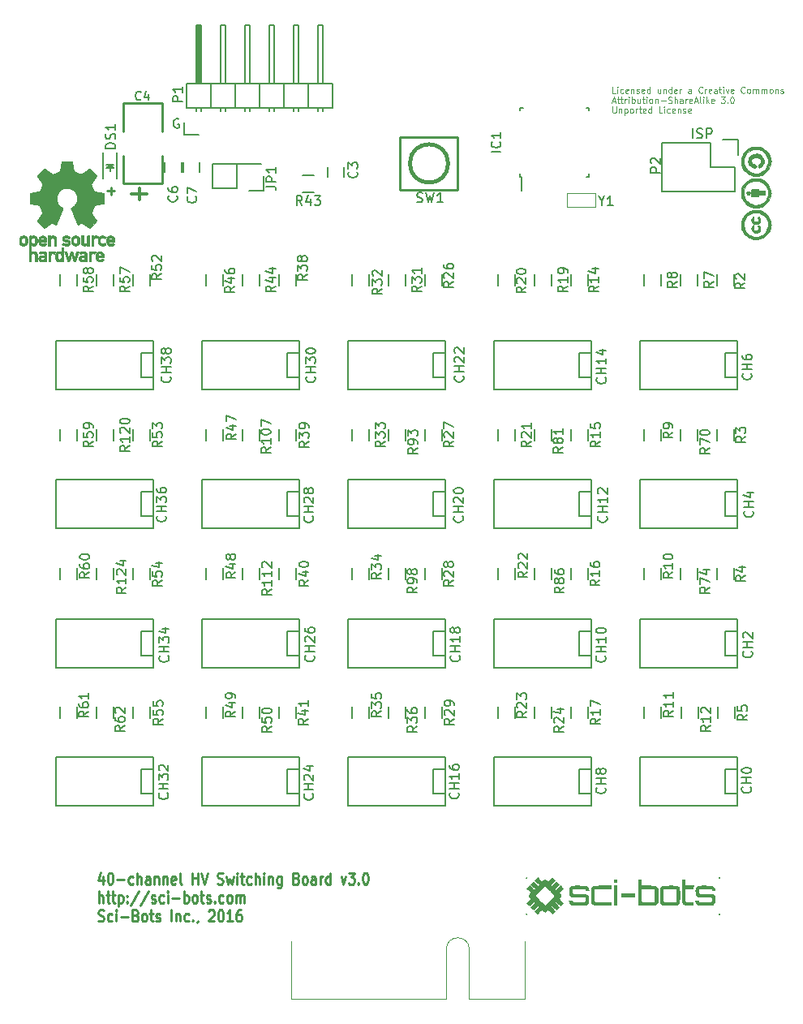
<source format=gto>
G04 #@! TF.FileFunction,Legend,Top*
%FSLAX46Y46*%
G04 Gerber Fmt 4.6, Leading zero omitted, Abs format (unit mm)*
G04 Created by KiCad (PCBNEW 4.0.1-stable) date 2016-12-06 1:54:44 PM*
%MOMM*%
G01*
G04 APERTURE LIST*
%ADD10C,0.150000*%
%ADD11C,0.200000*%
%ADD12C,0.304800*%
%ADD13C,0.250000*%
%ADD14C,0.125000*%
%ADD15C,0.010000*%
%ADD16C,0.254000*%
%ADD17C,0.444500*%
%ADD18C,0.100000*%
%ADD19C,0.152400*%
%ADD20C,0.203200*%
G04 APERTURE END LIST*
D10*
D11*
X43681905Y-44760000D02*
X43586667Y-44712381D01*
X43443810Y-44712381D01*
X43300952Y-44760000D01*
X43205714Y-44855238D01*
X43158095Y-44950476D01*
X43110476Y-45140952D01*
X43110476Y-45283810D01*
X43158095Y-45474286D01*
X43205714Y-45569524D01*
X43300952Y-45664762D01*
X43443810Y-45712381D01*
X43539048Y-45712381D01*
X43681905Y-45664762D01*
X43729524Y-45617143D01*
X43729524Y-45283810D01*
X43539048Y-45283810D01*
X97338095Y-46752381D02*
X97338095Y-45752381D01*
X97766666Y-46704762D02*
X97909523Y-46752381D01*
X98147619Y-46752381D01*
X98242857Y-46704762D01*
X98290476Y-46657143D01*
X98338095Y-46561905D01*
X98338095Y-46466667D01*
X98290476Y-46371429D01*
X98242857Y-46323810D01*
X98147619Y-46276190D01*
X97957142Y-46228571D01*
X97861904Y-46180952D01*
X97814285Y-46133333D01*
X97766666Y-46038095D01*
X97766666Y-45942857D01*
X97814285Y-45847619D01*
X97861904Y-45800000D01*
X97957142Y-45752381D01*
X98195238Y-45752381D01*
X98338095Y-45800000D01*
X98766666Y-46752381D02*
X98766666Y-45752381D01*
X99147619Y-45752381D01*
X99242857Y-45800000D01*
X99290476Y-45847619D01*
X99338095Y-45942857D01*
X99338095Y-46085714D01*
X99290476Y-46180952D01*
X99242857Y-46228571D01*
X99147619Y-46276190D01*
X98766666Y-46276190D01*
D12*
X39545143Y-52019429D02*
X39545143Y-53180572D01*
X40319238Y-52600001D02*
X38771048Y-52600001D01*
D13*
X36219048Y-52271429D02*
X36980953Y-52271429D01*
X36600001Y-52652381D02*
X36600001Y-51890476D01*
D14*
X89264286Y-42059048D02*
X88954762Y-42059048D01*
X88954762Y-41409048D01*
X89480952Y-42059048D02*
X89480952Y-41625714D01*
X89480952Y-41409048D02*
X89450000Y-41440000D01*
X89480952Y-41470952D01*
X89511904Y-41440000D01*
X89480952Y-41409048D01*
X89480952Y-41470952D01*
X90069047Y-42028095D02*
X90007143Y-42059048D01*
X89883333Y-42059048D01*
X89821428Y-42028095D01*
X89790476Y-41997143D01*
X89759524Y-41935238D01*
X89759524Y-41749524D01*
X89790476Y-41687619D01*
X89821428Y-41656667D01*
X89883333Y-41625714D01*
X90007143Y-41625714D01*
X90069047Y-41656667D01*
X90595238Y-42028095D02*
X90533333Y-42059048D01*
X90409524Y-42059048D01*
X90347619Y-42028095D01*
X90316667Y-41966190D01*
X90316667Y-41718571D01*
X90347619Y-41656667D01*
X90409524Y-41625714D01*
X90533333Y-41625714D01*
X90595238Y-41656667D01*
X90626190Y-41718571D01*
X90626190Y-41780476D01*
X90316667Y-41842381D01*
X90904762Y-41625714D02*
X90904762Y-42059048D01*
X90904762Y-41687619D02*
X90935714Y-41656667D01*
X90997619Y-41625714D01*
X91090476Y-41625714D01*
X91152381Y-41656667D01*
X91183333Y-41718571D01*
X91183333Y-42059048D01*
X91461905Y-42028095D02*
X91523809Y-42059048D01*
X91647619Y-42059048D01*
X91709524Y-42028095D01*
X91740476Y-41966190D01*
X91740476Y-41935238D01*
X91709524Y-41873333D01*
X91647619Y-41842381D01*
X91554762Y-41842381D01*
X91492857Y-41811429D01*
X91461905Y-41749524D01*
X91461905Y-41718571D01*
X91492857Y-41656667D01*
X91554762Y-41625714D01*
X91647619Y-41625714D01*
X91709524Y-41656667D01*
X92266666Y-42028095D02*
X92204761Y-42059048D01*
X92080952Y-42059048D01*
X92019047Y-42028095D01*
X91988095Y-41966190D01*
X91988095Y-41718571D01*
X92019047Y-41656667D01*
X92080952Y-41625714D01*
X92204761Y-41625714D01*
X92266666Y-41656667D01*
X92297618Y-41718571D01*
X92297618Y-41780476D01*
X91988095Y-41842381D01*
X92854761Y-42059048D02*
X92854761Y-41409048D01*
X92854761Y-42028095D02*
X92792857Y-42059048D01*
X92669047Y-42059048D01*
X92607142Y-42028095D01*
X92576190Y-41997143D01*
X92545238Y-41935238D01*
X92545238Y-41749524D01*
X92576190Y-41687619D01*
X92607142Y-41656667D01*
X92669047Y-41625714D01*
X92792857Y-41625714D01*
X92854761Y-41656667D01*
X93938094Y-41625714D02*
X93938094Y-42059048D01*
X93659523Y-41625714D02*
X93659523Y-41966190D01*
X93690475Y-42028095D01*
X93752380Y-42059048D01*
X93845237Y-42059048D01*
X93907142Y-42028095D01*
X93938094Y-41997143D01*
X94247618Y-41625714D02*
X94247618Y-42059048D01*
X94247618Y-41687619D02*
X94278570Y-41656667D01*
X94340475Y-41625714D01*
X94433332Y-41625714D01*
X94495237Y-41656667D01*
X94526189Y-41718571D01*
X94526189Y-42059048D01*
X95114284Y-42059048D02*
X95114284Y-41409048D01*
X95114284Y-42028095D02*
X95052380Y-42059048D01*
X94928570Y-42059048D01*
X94866665Y-42028095D01*
X94835713Y-41997143D01*
X94804761Y-41935238D01*
X94804761Y-41749524D01*
X94835713Y-41687619D01*
X94866665Y-41656667D01*
X94928570Y-41625714D01*
X95052380Y-41625714D01*
X95114284Y-41656667D01*
X95671427Y-42028095D02*
X95609522Y-42059048D01*
X95485713Y-42059048D01*
X95423808Y-42028095D01*
X95392856Y-41966190D01*
X95392856Y-41718571D01*
X95423808Y-41656667D01*
X95485713Y-41625714D01*
X95609522Y-41625714D01*
X95671427Y-41656667D01*
X95702379Y-41718571D01*
X95702379Y-41780476D01*
X95392856Y-41842381D01*
X95980951Y-42059048D02*
X95980951Y-41625714D01*
X95980951Y-41749524D02*
X96011903Y-41687619D01*
X96042856Y-41656667D01*
X96104760Y-41625714D01*
X96166665Y-41625714D01*
X97157141Y-42059048D02*
X97157141Y-41718571D01*
X97126189Y-41656667D01*
X97064284Y-41625714D01*
X96940475Y-41625714D01*
X96878570Y-41656667D01*
X97157141Y-42028095D02*
X97095237Y-42059048D01*
X96940475Y-42059048D01*
X96878570Y-42028095D01*
X96847618Y-41966190D01*
X96847618Y-41904286D01*
X96878570Y-41842381D01*
X96940475Y-41811429D01*
X97095237Y-41811429D01*
X97157141Y-41780476D01*
X98333331Y-41997143D02*
X98302379Y-42028095D01*
X98209522Y-42059048D01*
X98147617Y-42059048D01*
X98054760Y-42028095D01*
X97992855Y-41966190D01*
X97961903Y-41904286D01*
X97930951Y-41780476D01*
X97930951Y-41687619D01*
X97961903Y-41563810D01*
X97992855Y-41501905D01*
X98054760Y-41440000D01*
X98147617Y-41409048D01*
X98209522Y-41409048D01*
X98302379Y-41440000D01*
X98333331Y-41470952D01*
X98611903Y-42059048D02*
X98611903Y-41625714D01*
X98611903Y-41749524D02*
X98642855Y-41687619D01*
X98673808Y-41656667D01*
X98735712Y-41625714D01*
X98797617Y-41625714D01*
X99261903Y-42028095D02*
X99199998Y-42059048D01*
X99076189Y-42059048D01*
X99014284Y-42028095D01*
X98983332Y-41966190D01*
X98983332Y-41718571D01*
X99014284Y-41656667D01*
X99076189Y-41625714D01*
X99199998Y-41625714D01*
X99261903Y-41656667D01*
X99292855Y-41718571D01*
X99292855Y-41780476D01*
X98983332Y-41842381D01*
X99849998Y-42059048D02*
X99849998Y-41718571D01*
X99819046Y-41656667D01*
X99757141Y-41625714D01*
X99633332Y-41625714D01*
X99571427Y-41656667D01*
X99849998Y-42028095D02*
X99788094Y-42059048D01*
X99633332Y-42059048D01*
X99571427Y-42028095D01*
X99540475Y-41966190D01*
X99540475Y-41904286D01*
X99571427Y-41842381D01*
X99633332Y-41811429D01*
X99788094Y-41811429D01*
X99849998Y-41780476D01*
X100066665Y-41625714D02*
X100314284Y-41625714D01*
X100159522Y-41409048D02*
X100159522Y-41966190D01*
X100190474Y-42028095D01*
X100252379Y-42059048D01*
X100314284Y-42059048D01*
X100530951Y-42059048D02*
X100530951Y-41625714D01*
X100530951Y-41409048D02*
X100499999Y-41440000D01*
X100530951Y-41470952D01*
X100561903Y-41440000D01*
X100530951Y-41409048D01*
X100530951Y-41470952D01*
X100778570Y-41625714D02*
X100933332Y-42059048D01*
X101088094Y-41625714D01*
X101583332Y-42028095D02*
X101521427Y-42059048D01*
X101397618Y-42059048D01*
X101335713Y-42028095D01*
X101304761Y-41966190D01*
X101304761Y-41718571D01*
X101335713Y-41656667D01*
X101397618Y-41625714D01*
X101521427Y-41625714D01*
X101583332Y-41656667D01*
X101614284Y-41718571D01*
X101614284Y-41780476D01*
X101304761Y-41842381D01*
X102759522Y-41997143D02*
X102728570Y-42028095D01*
X102635713Y-42059048D01*
X102573808Y-42059048D01*
X102480951Y-42028095D01*
X102419046Y-41966190D01*
X102388094Y-41904286D01*
X102357142Y-41780476D01*
X102357142Y-41687619D01*
X102388094Y-41563810D01*
X102419046Y-41501905D01*
X102480951Y-41440000D01*
X102573808Y-41409048D01*
X102635713Y-41409048D01*
X102728570Y-41440000D01*
X102759522Y-41470952D01*
X103130951Y-42059048D02*
X103069046Y-42028095D01*
X103038094Y-41997143D01*
X103007142Y-41935238D01*
X103007142Y-41749524D01*
X103038094Y-41687619D01*
X103069046Y-41656667D01*
X103130951Y-41625714D01*
X103223808Y-41625714D01*
X103285713Y-41656667D01*
X103316665Y-41687619D01*
X103347618Y-41749524D01*
X103347618Y-41935238D01*
X103316665Y-41997143D01*
X103285713Y-42028095D01*
X103223808Y-42059048D01*
X103130951Y-42059048D01*
X103626189Y-42059048D02*
X103626189Y-41625714D01*
X103626189Y-41687619D02*
X103657141Y-41656667D01*
X103719046Y-41625714D01*
X103811903Y-41625714D01*
X103873808Y-41656667D01*
X103904760Y-41718571D01*
X103904760Y-42059048D01*
X103904760Y-41718571D02*
X103935713Y-41656667D01*
X103997617Y-41625714D01*
X104090475Y-41625714D01*
X104152379Y-41656667D01*
X104183332Y-41718571D01*
X104183332Y-42059048D01*
X104492856Y-42059048D02*
X104492856Y-41625714D01*
X104492856Y-41687619D02*
X104523808Y-41656667D01*
X104585713Y-41625714D01*
X104678570Y-41625714D01*
X104740475Y-41656667D01*
X104771427Y-41718571D01*
X104771427Y-42059048D01*
X104771427Y-41718571D02*
X104802380Y-41656667D01*
X104864284Y-41625714D01*
X104957142Y-41625714D01*
X105019046Y-41656667D01*
X105049999Y-41718571D01*
X105049999Y-42059048D01*
X105452380Y-42059048D02*
X105390475Y-42028095D01*
X105359523Y-41997143D01*
X105328571Y-41935238D01*
X105328571Y-41749524D01*
X105359523Y-41687619D01*
X105390475Y-41656667D01*
X105452380Y-41625714D01*
X105545237Y-41625714D01*
X105607142Y-41656667D01*
X105638094Y-41687619D01*
X105669047Y-41749524D01*
X105669047Y-41935238D01*
X105638094Y-41997143D01*
X105607142Y-42028095D01*
X105545237Y-42059048D01*
X105452380Y-42059048D01*
X105947618Y-41625714D02*
X105947618Y-42059048D01*
X105947618Y-41687619D02*
X105978570Y-41656667D01*
X106040475Y-41625714D01*
X106133332Y-41625714D01*
X106195237Y-41656667D01*
X106226189Y-41718571D01*
X106226189Y-42059048D01*
X106504761Y-42028095D02*
X106566665Y-42059048D01*
X106690475Y-42059048D01*
X106752380Y-42028095D01*
X106783332Y-41966190D01*
X106783332Y-41935238D01*
X106752380Y-41873333D01*
X106690475Y-41842381D01*
X106597618Y-41842381D01*
X106535713Y-41811429D01*
X106504761Y-41749524D01*
X106504761Y-41718571D01*
X106535713Y-41656667D01*
X106597618Y-41625714D01*
X106690475Y-41625714D01*
X106752380Y-41656667D01*
X88923810Y-42908333D02*
X89233333Y-42908333D01*
X88861905Y-43094048D02*
X89078571Y-42444048D01*
X89295238Y-43094048D01*
X89419048Y-42660714D02*
X89666667Y-42660714D01*
X89511905Y-42444048D02*
X89511905Y-43001190D01*
X89542857Y-43063095D01*
X89604762Y-43094048D01*
X89666667Y-43094048D01*
X89790477Y-42660714D02*
X90038096Y-42660714D01*
X89883334Y-42444048D02*
X89883334Y-43001190D01*
X89914286Y-43063095D01*
X89976191Y-43094048D01*
X90038096Y-43094048D01*
X90254763Y-43094048D02*
X90254763Y-42660714D01*
X90254763Y-42784524D02*
X90285715Y-42722619D01*
X90316668Y-42691667D01*
X90378572Y-42660714D01*
X90440477Y-42660714D01*
X90657144Y-43094048D02*
X90657144Y-42660714D01*
X90657144Y-42444048D02*
X90626192Y-42475000D01*
X90657144Y-42505952D01*
X90688096Y-42475000D01*
X90657144Y-42444048D01*
X90657144Y-42505952D01*
X90966668Y-43094048D02*
X90966668Y-42444048D01*
X90966668Y-42691667D02*
X91028573Y-42660714D01*
X91152382Y-42660714D01*
X91214287Y-42691667D01*
X91245239Y-42722619D01*
X91276192Y-42784524D01*
X91276192Y-42970238D01*
X91245239Y-43032143D01*
X91214287Y-43063095D01*
X91152382Y-43094048D01*
X91028573Y-43094048D01*
X90966668Y-43063095D01*
X91833334Y-42660714D02*
X91833334Y-43094048D01*
X91554763Y-42660714D02*
X91554763Y-43001190D01*
X91585715Y-43063095D01*
X91647620Y-43094048D01*
X91740477Y-43094048D01*
X91802382Y-43063095D01*
X91833334Y-43032143D01*
X92050001Y-42660714D02*
X92297620Y-42660714D01*
X92142858Y-42444048D02*
X92142858Y-43001190D01*
X92173810Y-43063095D01*
X92235715Y-43094048D01*
X92297620Y-43094048D01*
X92514287Y-43094048D02*
X92514287Y-42660714D01*
X92514287Y-42444048D02*
X92483335Y-42475000D01*
X92514287Y-42505952D01*
X92545239Y-42475000D01*
X92514287Y-42444048D01*
X92514287Y-42505952D01*
X92916668Y-43094048D02*
X92854763Y-43063095D01*
X92823811Y-43032143D01*
X92792859Y-42970238D01*
X92792859Y-42784524D01*
X92823811Y-42722619D01*
X92854763Y-42691667D01*
X92916668Y-42660714D01*
X93009525Y-42660714D01*
X93071430Y-42691667D01*
X93102382Y-42722619D01*
X93133335Y-42784524D01*
X93133335Y-42970238D01*
X93102382Y-43032143D01*
X93071430Y-43063095D01*
X93009525Y-43094048D01*
X92916668Y-43094048D01*
X93411906Y-42660714D02*
X93411906Y-43094048D01*
X93411906Y-42722619D02*
X93442858Y-42691667D01*
X93504763Y-42660714D01*
X93597620Y-42660714D01*
X93659525Y-42691667D01*
X93690477Y-42753571D01*
X93690477Y-43094048D01*
X94000001Y-42846429D02*
X94495239Y-42846429D01*
X94773811Y-43063095D02*
X94866668Y-43094048D01*
X95021430Y-43094048D01*
X95083334Y-43063095D01*
X95114287Y-43032143D01*
X95145239Y-42970238D01*
X95145239Y-42908333D01*
X95114287Y-42846429D01*
X95083334Y-42815476D01*
X95021430Y-42784524D01*
X94897620Y-42753571D01*
X94835715Y-42722619D01*
X94804763Y-42691667D01*
X94773811Y-42629762D01*
X94773811Y-42567857D01*
X94804763Y-42505952D01*
X94835715Y-42475000D01*
X94897620Y-42444048D01*
X95052382Y-42444048D01*
X95145239Y-42475000D01*
X95423811Y-43094048D02*
X95423811Y-42444048D01*
X95702382Y-43094048D02*
X95702382Y-42753571D01*
X95671430Y-42691667D01*
X95609525Y-42660714D01*
X95516668Y-42660714D01*
X95454763Y-42691667D01*
X95423811Y-42722619D01*
X96290477Y-43094048D02*
X96290477Y-42753571D01*
X96259525Y-42691667D01*
X96197620Y-42660714D01*
X96073811Y-42660714D01*
X96011906Y-42691667D01*
X96290477Y-43063095D02*
X96228573Y-43094048D01*
X96073811Y-43094048D01*
X96011906Y-43063095D01*
X95980954Y-43001190D01*
X95980954Y-42939286D01*
X96011906Y-42877381D01*
X96073811Y-42846429D01*
X96228573Y-42846429D01*
X96290477Y-42815476D01*
X96600001Y-43094048D02*
X96600001Y-42660714D01*
X96600001Y-42784524D02*
X96630953Y-42722619D01*
X96661906Y-42691667D01*
X96723810Y-42660714D01*
X96785715Y-42660714D01*
X97250001Y-43063095D02*
X97188096Y-43094048D01*
X97064287Y-43094048D01*
X97002382Y-43063095D01*
X96971430Y-43001190D01*
X96971430Y-42753571D01*
X97002382Y-42691667D01*
X97064287Y-42660714D01*
X97188096Y-42660714D01*
X97250001Y-42691667D01*
X97280953Y-42753571D01*
X97280953Y-42815476D01*
X96971430Y-42877381D01*
X97528573Y-42908333D02*
X97838096Y-42908333D01*
X97466668Y-43094048D02*
X97683334Y-42444048D01*
X97900001Y-43094048D01*
X98209525Y-43094048D02*
X98147620Y-43063095D01*
X98116668Y-43001190D01*
X98116668Y-42444048D01*
X98457144Y-43094048D02*
X98457144Y-42660714D01*
X98457144Y-42444048D02*
X98426192Y-42475000D01*
X98457144Y-42505952D01*
X98488096Y-42475000D01*
X98457144Y-42444048D01*
X98457144Y-42505952D01*
X98766668Y-43094048D02*
X98766668Y-42444048D01*
X98828573Y-42846429D02*
X99014287Y-43094048D01*
X99014287Y-42660714D02*
X98766668Y-42908333D01*
X99540477Y-43063095D02*
X99478572Y-43094048D01*
X99354763Y-43094048D01*
X99292858Y-43063095D01*
X99261906Y-43001190D01*
X99261906Y-42753571D01*
X99292858Y-42691667D01*
X99354763Y-42660714D01*
X99478572Y-42660714D01*
X99540477Y-42691667D01*
X99571429Y-42753571D01*
X99571429Y-42815476D01*
X99261906Y-42877381D01*
X100283334Y-42444048D02*
X100685715Y-42444048D01*
X100469048Y-42691667D01*
X100561906Y-42691667D01*
X100623810Y-42722619D01*
X100654763Y-42753571D01*
X100685715Y-42815476D01*
X100685715Y-42970238D01*
X100654763Y-43032143D01*
X100623810Y-43063095D01*
X100561906Y-43094048D01*
X100376191Y-43094048D01*
X100314287Y-43063095D01*
X100283334Y-43032143D01*
X100964287Y-43032143D02*
X100995239Y-43063095D01*
X100964287Y-43094048D01*
X100933335Y-43063095D01*
X100964287Y-43032143D01*
X100964287Y-43094048D01*
X101397620Y-42444048D02*
X101459525Y-42444048D01*
X101521430Y-42475000D01*
X101552382Y-42505952D01*
X101583335Y-42567857D01*
X101614287Y-42691667D01*
X101614287Y-42846429D01*
X101583335Y-42970238D01*
X101552382Y-43032143D01*
X101521430Y-43063095D01*
X101459525Y-43094048D01*
X101397620Y-43094048D01*
X101335716Y-43063095D01*
X101304763Y-43032143D01*
X101273811Y-42970238D01*
X101242859Y-42846429D01*
X101242859Y-42691667D01*
X101273811Y-42567857D01*
X101304763Y-42505952D01*
X101335716Y-42475000D01*
X101397620Y-42444048D01*
X88954762Y-43479048D02*
X88954762Y-44005238D01*
X88985714Y-44067143D01*
X89016667Y-44098095D01*
X89078571Y-44129048D01*
X89202381Y-44129048D01*
X89264286Y-44098095D01*
X89295238Y-44067143D01*
X89326190Y-44005238D01*
X89326190Y-43479048D01*
X89635714Y-43695714D02*
X89635714Y-44129048D01*
X89635714Y-43757619D02*
X89666666Y-43726667D01*
X89728571Y-43695714D01*
X89821428Y-43695714D01*
X89883333Y-43726667D01*
X89914285Y-43788571D01*
X89914285Y-44129048D01*
X90223809Y-43695714D02*
X90223809Y-44345714D01*
X90223809Y-43726667D02*
X90285714Y-43695714D01*
X90409523Y-43695714D01*
X90471428Y-43726667D01*
X90502380Y-43757619D01*
X90533333Y-43819524D01*
X90533333Y-44005238D01*
X90502380Y-44067143D01*
X90471428Y-44098095D01*
X90409523Y-44129048D01*
X90285714Y-44129048D01*
X90223809Y-44098095D01*
X90904761Y-44129048D02*
X90842856Y-44098095D01*
X90811904Y-44067143D01*
X90780952Y-44005238D01*
X90780952Y-43819524D01*
X90811904Y-43757619D01*
X90842856Y-43726667D01*
X90904761Y-43695714D01*
X90997618Y-43695714D01*
X91059523Y-43726667D01*
X91090475Y-43757619D01*
X91121428Y-43819524D01*
X91121428Y-44005238D01*
X91090475Y-44067143D01*
X91059523Y-44098095D01*
X90997618Y-44129048D01*
X90904761Y-44129048D01*
X91399999Y-44129048D02*
X91399999Y-43695714D01*
X91399999Y-43819524D02*
X91430951Y-43757619D01*
X91461904Y-43726667D01*
X91523808Y-43695714D01*
X91585713Y-43695714D01*
X91709523Y-43695714D02*
X91957142Y-43695714D01*
X91802380Y-43479048D02*
X91802380Y-44036190D01*
X91833332Y-44098095D01*
X91895237Y-44129048D01*
X91957142Y-44129048D01*
X92421428Y-44098095D02*
X92359523Y-44129048D01*
X92235714Y-44129048D01*
X92173809Y-44098095D01*
X92142857Y-44036190D01*
X92142857Y-43788571D01*
X92173809Y-43726667D01*
X92235714Y-43695714D01*
X92359523Y-43695714D01*
X92421428Y-43726667D01*
X92452380Y-43788571D01*
X92452380Y-43850476D01*
X92142857Y-43912381D01*
X93009523Y-44129048D02*
X93009523Y-43479048D01*
X93009523Y-44098095D02*
X92947619Y-44129048D01*
X92823809Y-44129048D01*
X92761904Y-44098095D01*
X92730952Y-44067143D01*
X92700000Y-44005238D01*
X92700000Y-43819524D01*
X92730952Y-43757619D01*
X92761904Y-43726667D01*
X92823809Y-43695714D01*
X92947619Y-43695714D01*
X93009523Y-43726667D01*
X94123809Y-44129048D02*
X93814285Y-44129048D01*
X93814285Y-43479048D01*
X94340475Y-44129048D02*
X94340475Y-43695714D01*
X94340475Y-43479048D02*
X94309523Y-43510000D01*
X94340475Y-43540952D01*
X94371427Y-43510000D01*
X94340475Y-43479048D01*
X94340475Y-43540952D01*
X94928570Y-44098095D02*
X94866666Y-44129048D01*
X94742856Y-44129048D01*
X94680951Y-44098095D01*
X94649999Y-44067143D01*
X94619047Y-44005238D01*
X94619047Y-43819524D01*
X94649999Y-43757619D01*
X94680951Y-43726667D01*
X94742856Y-43695714D01*
X94866666Y-43695714D01*
X94928570Y-43726667D01*
X95454761Y-44098095D02*
X95392856Y-44129048D01*
X95269047Y-44129048D01*
X95207142Y-44098095D01*
X95176190Y-44036190D01*
X95176190Y-43788571D01*
X95207142Y-43726667D01*
X95269047Y-43695714D01*
X95392856Y-43695714D01*
X95454761Y-43726667D01*
X95485713Y-43788571D01*
X95485713Y-43850476D01*
X95176190Y-43912381D01*
X95764285Y-43695714D02*
X95764285Y-44129048D01*
X95764285Y-43757619D02*
X95795237Y-43726667D01*
X95857142Y-43695714D01*
X95949999Y-43695714D01*
X96011904Y-43726667D01*
X96042856Y-43788571D01*
X96042856Y-44129048D01*
X96321428Y-44098095D02*
X96383332Y-44129048D01*
X96507142Y-44129048D01*
X96569047Y-44098095D01*
X96599999Y-44036190D01*
X96599999Y-44005238D01*
X96569047Y-43943333D01*
X96507142Y-43912381D01*
X96414285Y-43912381D01*
X96352380Y-43881429D01*
X96321428Y-43819524D01*
X96321428Y-43788571D01*
X96352380Y-43726667D01*
X96414285Y-43695714D01*
X96507142Y-43695714D01*
X96569047Y-43726667D01*
X97126189Y-44098095D02*
X97064284Y-44129048D01*
X96940475Y-44129048D01*
X96878570Y-44098095D01*
X96847618Y-44036190D01*
X96847618Y-43788571D01*
X96878570Y-43726667D01*
X96940475Y-43695714D01*
X97064284Y-43695714D01*
X97126189Y-43726667D01*
X97157141Y-43788571D01*
X97157141Y-43850476D01*
X96847618Y-43912381D01*
D13*
X35766667Y-123812857D02*
X35766667Y-124612857D01*
X35528571Y-123355714D02*
X35290476Y-124212857D01*
X35909524Y-124212857D01*
X36480952Y-123412857D02*
X36576191Y-123412857D01*
X36671429Y-123470000D01*
X36719048Y-123527143D01*
X36766667Y-123641429D01*
X36814286Y-123870000D01*
X36814286Y-124155714D01*
X36766667Y-124384286D01*
X36719048Y-124498571D01*
X36671429Y-124555714D01*
X36576191Y-124612857D01*
X36480952Y-124612857D01*
X36385714Y-124555714D01*
X36338095Y-124498571D01*
X36290476Y-124384286D01*
X36242857Y-124155714D01*
X36242857Y-123870000D01*
X36290476Y-123641429D01*
X36338095Y-123527143D01*
X36385714Y-123470000D01*
X36480952Y-123412857D01*
X37242857Y-124155714D02*
X38004762Y-124155714D01*
X38909524Y-124555714D02*
X38814286Y-124612857D01*
X38623809Y-124612857D01*
X38528571Y-124555714D01*
X38480952Y-124498571D01*
X38433333Y-124384286D01*
X38433333Y-124041429D01*
X38480952Y-123927143D01*
X38528571Y-123870000D01*
X38623809Y-123812857D01*
X38814286Y-123812857D01*
X38909524Y-123870000D01*
X39338095Y-124612857D02*
X39338095Y-123412857D01*
X39766667Y-124612857D02*
X39766667Y-123984286D01*
X39719048Y-123870000D01*
X39623810Y-123812857D01*
X39480952Y-123812857D01*
X39385714Y-123870000D01*
X39338095Y-123927143D01*
X40671429Y-124612857D02*
X40671429Y-123984286D01*
X40623810Y-123870000D01*
X40528572Y-123812857D01*
X40338095Y-123812857D01*
X40242857Y-123870000D01*
X40671429Y-124555714D02*
X40576191Y-124612857D01*
X40338095Y-124612857D01*
X40242857Y-124555714D01*
X40195238Y-124441429D01*
X40195238Y-124327143D01*
X40242857Y-124212857D01*
X40338095Y-124155714D01*
X40576191Y-124155714D01*
X40671429Y-124098571D01*
X41147619Y-123812857D02*
X41147619Y-124612857D01*
X41147619Y-123927143D02*
X41195238Y-123870000D01*
X41290476Y-123812857D01*
X41433334Y-123812857D01*
X41528572Y-123870000D01*
X41576191Y-123984286D01*
X41576191Y-124612857D01*
X42052381Y-123812857D02*
X42052381Y-124612857D01*
X42052381Y-123927143D02*
X42100000Y-123870000D01*
X42195238Y-123812857D01*
X42338096Y-123812857D01*
X42433334Y-123870000D01*
X42480953Y-123984286D01*
X42480953Y-124612857D01*
X43338096Y-124555714D02*
X43242858Y-124612857D01*
X43052381Y-124612857D01*
X42957143Y-124555714D01*
X42909524Y-124441429D01*
X42909524Y-123984286D01*
X42957143Y-123870000D01*
X43052381Y-123812857D01*
X43242858Y-123812857D01*
X43338096Y-123870000D01*
X43385715Y-123984286D01*
X43385715Y-124098571D01*
X42909524Y-124212857D01*
X43957143Y-124612857D02*
X43861905Y-124555714D01*
X43814286Y-124441429D01*
X43814286Y-123412857D01*
X45100001Y-124612857D02*
X45100001Y-123412857D01*
X45100001Y-123984286D02*
X45671430Y-123984286D01*
X45671430Y-124612857D02*
X45671430Y-123412857D01*
X46004763Y-123412857D02*
X46338096Y-124612857D01*
X46671430Y-123412857D01*
X47719049Y-124555714D02*
X47861906Y-124612857D01*
X48100002Y-124612857D01*
X48195240Y-124555714D01*
X48242859Y-124498571D01*
X48290478Y-124384286D01*
X48290478Y-124270000D01*
X48242859Y-124155714D01*
X48195240Y-124098571D01*
X48100002Y-124041429D01*
X47909525Y-123984286D01*
X47814287Y-123927143D01*
X47766668Y-123870000D01*
X47719049Y-123755714D01*
X47719049Y-123641429D01*
X47766668Y-123527143D01*
X47814287Y-123470000D01*
X47909525Y-123412857D01*
X48147621Y-123412857D01*
X48290478Y-123470000D01*
X48623811Y-123812857D02*
X48814287Y-124612857D01*
X49004764Y-124041429D01*
X49195240Y-124612857D01*
X49385716Y-123812857D01*
X49766668Y-124612857D02*
X49766668Y-123812857D01*
X49766668Y-123412857D02*
X49719049Y-123470000D01*
X49766668Y-123527143D01*
X49814287Y-123470000D01*
X49766668Y-123412857D01*
X49766668Y-123527143D01*
X50100001Y-123812857D02*
X50480953Y-123812857D01*
X50242858Y-123412857D02*
X50242858Y-124441429D01*
X50290477Y-124555714D01*
X50385715Y-124612857D01*
X50480953Y-124612857D01*
X51242859Y-124555714D02*
X51147621Y-124612857D01*
X50957144Y-124612857D01*
X50861906Y-124555714D01*
X50814287Y-124498571D01*
X50766668Y-124384286D01*
X50766668Y-124041429D01*
X50814287Y-123927143D01*
X50861906Y-123870000D01*
X50957144Y-123812857D01*
X51147621Y-123812857D01*
X51242859Y-123870000D01*
X51671430Y-124612857D02*
X51671430Y-123412857D01*
X52100002Y-124612857D02*
X52100002Y-123984286D01*
X52052383Y-123870000D01*
X51957145Y-123812857D01*
X51814287Y-123812857D01*
X51719049Y-123870000D01*
X51671430Y-123927143D01*
X52576192Y-124612857D02*
X52576192Y-123812857D01*
X52576192Y-123412857D02*
X52528573Y-123470000D01*
X52576192Y-123527143D01*
X52623811Y-123470000D01*
X52576192Y-123412857D01*
X52576192Y-123527143D01*
X53052382Y-123812857D02*
X53052382Y-124612857D01*
X53052382Y-123927143D02*
X53100001Y-123870000D01*
X53195239Y-123812857D01*
X53338097Y-123812857D01*
X53433335Y-123870000D01*
X53480954Y-123984286D01*
X53480954Y-124612857D01*
X54385716Y-123812857D02*
X54385716Y-124784286D01*
X54338097Y-124898571D01*
X54290478Y-124955714D01*
X54195239Y-125012857D01*
X54052382Y-125012857D01*
X53957144Y-124955714D01*
X54385716Y-124555714D02*
X54290478Y-124612857D01*
X54100001Y-124612857D01*
X54004763Y-124555714D01*
X53957144Y-124498571D01*
X53909525Y-124384286D01*
X53909525Y-124041429D01*
X53957144Y-123927143D01*
X54004763Y-123870000D01*
X54100001Y-123812857D01*
X54290478Y-123812857D01*
X54385716Y-123870000D01*
X55957145Y-123984286D02*
X56100002Y-124041429D01*
X56147621Y-124098571D01*
X56195240Y-124212857D01*
X56195240Y-124384286D01*
X56147621Y-124498571D01*
X56100002Y-124555714D01*
X56004764Y-124612857D01*
X55623811Y-124612857D01*
X55623811Y-123412857D01*
X55957145Y-123412857D01*
X56052383Y-123470000D01*
X56100002Y-123527143D01*
X56147621Y-123641429D01*
X56147621Y-123755714D01*
X56100002Y-123870000D01*
X56052383Y-123927143D01*
X55957145Y-123984286D01*
X55623811Y-123984286D01*
X56766668Y-124612857D02*
X56671430Y-124555714D01*
X56623811Y-124498571D01*
X56576192Y-124384286D01*
X56576192Y-124041429D01*
X56623811Y-123927143D01*
X56671430Y-123870000D01*
X56766668Y-123812857D01*
X56909526Y-123812857D01*
X57004764Y-123870000D01*
X57052383Y-123927143D01*
X57100002Y-124041429D01*
X57100002Y-124384286D01*
X57052383Y-124498571D01*
X57004764Y-124555714D01*
X56909526Y-124612857D01*
X56766668Y-124612857D01*
X57957145Y-124612857D02*
X57957145Y-123984286D01*
X57909526Y-123870000D01*
X57814288Y-123812857D01*
X57623811Y-123812857D01*
X57528573Y-123870000D01*
X57957145Y-124555714D02*
X57861907Y-124612857D01*
X57623811Y-124612857D01*
X57528573Y-124555714D01*
X57480954Y-124441429D01*
X57480954Y-124327143D01*
X57528573Y-124212857D01*
X57623811Y-124155714D01*
X57861907Y-124155714D01*
X57957145Y-124098571D01*
X58433335Y-124612857D02*
X58433335Y-123812857D01*
X58433335Y-124041429D02*
X58480954Y-123927143D01*
X58528573Y-123870000D01*
X58623811Y-123812857D01*
X58719050Y-123812857D01*
X59480955Y-124612857D02*
X59480955Y-123412857D01*
X59480955Y-124555714D02*
X59385717Y-124612857D01*
X59195240Y-124612857D01*
X59100002Y-124555714D01*
X59052383Y-124498571D01*
X59004764Y-124384286D01*
X59004764Y-124041429D01*
X59052383Y-123927143D01*
X59100002Y-123870000D01*
X59195240Y-123812857D01*
X59385717Y-123812857D01*
X59480955Y-123870000D01*
X60623812Y-123812857D02*
X60861907Y-124612857D01*
X61100003Y-123812857D01*
X61385717Y-123412857D02*
X62004765Y-123412857D01*
X61671431Y-123870000D01*
X61814289Y-123870000D01*
X61909527Y-123927143D01*
X61957146Y-123984286D01*
X62004765Y-124098571D01*
X62004765Y-124384286D01*
X61957146Y-124498571D01*
X61909527Y-124555714D01*
X61814289Y-124612857D01*
X61528574Y-124612857D01*
X61433336Y-124555714D01*
X61385717Y-124498571D01*
X62433336Y-124498571D02*
X62480955Y-124555714D01*
X62433336Y-124612857D01*
X62385717Y-124555714D01*
X62433336Y-124498571D01*
X62433336Y-124612857D01*
X63100002Y-123412857D02*
X63195241Y-123412857D01*
X63290479Y-123470000D01*
X63338098Y-123527143D01*
X63385717Y-123641429D01*
X63433336Y-123870000D01*
X63433336Y-124155714D01*
X63385717Y-124384286D01*
X63338098Y-124498571D01*
X63290479Y-124555714D01*
X63195241Y-124612857D01*
X63100002Y-124612857D01*
X63004764Y-124555714D01*
X62957145Y-124498571D01*
X62909526Y-124384286D01*
X62861907Y-124155714D01*
X62861907Y-123870000D01*
X62909526Y-123641429D01*
X62957145Y-123527143D01*
X63004764Y-123470000D01*
X63100002Y-123412857D01*
X35338095Y-126542857D02*
X35338095Y-125342857D01*
X35766667Y-126542857D02*
X35766667Y-125914286D01*
X35719048Y-125800000D01*
X35623810Y-125742857D01*
X35480952Y-125742857D01*
X35385714Y-125800000D01*
X35338095Y-125857143D01*
X36100000Y-125742857D02*
X36480952Y-125742857D01*
X36242857Y-125342857D02*
X36242857Y-126371429D01*
X36290476Y-126485714D01*
X36385714Y-126542857D01*
X36480952Y-126542857D01*
X36671429Y-125742857D02*
X37052381Y-125742857D01*
X36814286Y-125342857D02*
X36814286Y-126371429D01*
X36861905Y-126485714D01*
X36957143Y-126542857D01*
X37052381Y-126542857D01*
X37385715Y-125742857D02*
X37385715Y-126942857D01*
X37385715Y-125800000D02*
X37480953Y-125742857D01*
X37671430Y-125742857D01*
X37766668Y-125800000D01*
X37814287Y-125857143D01*
X37861906Y-125971429D01*
X37861906Y-126314286D01*
X37814287Y-126428571D01*
X37766668Y-126485714D01*
X37671430Y-126542857D01*
X37480953Y-126542857D01*
X37385715Y-126485714D01*
X38290477Y-126428571D02*
X38338096Y-126485714D01*
X38290477Y-126542857D01*
X38242858Y-126485714D01*
X38290477Y-126428571D01*
X38290477Y-126542857D01*
X38290477Y-125800000D02*
X38338096Y-125857143D01*
X38290477Y-125914286D01*
X38242858Y-125857143D01*
X38290477Y-125800000D01*
X38290477Y-125914286D01*
X39480953Y-125285714D02*
X38623810Y-126828571D01*
X40528572Y-125285714D02*
X39671429Y-126828571D01*
X40814286Y-126485714D02*
X40909524Y-126542857D01*
X41100000Y-126542857D01*
X41195239Y-126485714D01*
X41242858Y-126371429D01*
X41242858Y-126314286D01*
X41195239Y-126200000D01*
X41100000Y-126142857D01*
X40957143Y-126142857D01*
X40861905Y-126085714D01*
X40814286Y-125971429D01*
X40814286Y-125914286D01*
X40861905Y-125800000D01*
X40957143Y-125742857D01*
X41100000Y-125742857D01*
X41195239Y-125800000D01*
X42100001Y-126485714D02*
X42004763Y-126542857D01*
X41814286Y-126542857D01*
X41719048Y-126485714D01*
X41671429Y-126428571D01*
X41623810Y-126314286D01*
X41623810Y-125971429D01*
X41671429Y-125857143D01*
X41719048Y-125800000D01*
X41814286Y-125742857D01*
X42004763Y-125742857D01*
X42100001Y-125800000D01*
X42528572Y-126542857D02*
X42528572Y-125742857D01*
X42528572Y-125342857D02*
X42480953Y-125400000D01*
X42528572Y-125457143D01*
X42576191Y-125400000D01*
X42528572Y-125342857D01*
X42528572Y-125457143D01*
X43004762Y-126085714D02*
X43766667Y-126085714D01*
X44242857Y-126542857D02*
X44242857Y-125342857D01*
X44242857Y-125800000D02*
X44338095Y-125742857D01*
X44528572Y-125742857D01*
X44623810Y-125800000D01*
X44671429Y-125857143D01*
X44719048Y-125971429D01*
X44719048Y-126314286D01*
X44671429Y-126428571D01*
X44623810Y-126485714D01*
X44528572Y-126542857D01*
X44338095Y-126542857D01*
X44242857Y-126485714D01*
X45290476Y-126542857D02*
X45195238Y-126485714D01*
X45147619Y-126428571D01*
X45100000Y-126314286D01*
X45100000Y-125971429D01*
X45147619Y-125857143D01*
X45195238Y-125800000D01*
X45290476Y-125742857D01*
X45433334Y-125742857D01*
X45528572Y-125800000D01*
X45576191Y-125857143D01*
X45623810Y-125971429D01*
X45623810Y-126314286D01*
X45576191Y-126428571D01*
X45528572Y-126485714D01*
X45433334Y-126542857D01*
X45290476Y-126542857D01*
X45909524Y-125742857D02*
X46290476Y-125742857D01*
X46052381Y-125342857D02*
X46052381Y-126371429D01*
X46100000Y-126485714D01*
X46195238Y-126542857D01*
X46290476Y-126542857D01*
X46576191Y-126485714D02*
X46671429Y-126542857D01*
X46861905Y-126542857D01*
X46957144Y-126485714D01*
X47004763Y-126371429D01*
X47004763Y-126314286D01*
X46957144Y-126200000D01*
X46861905Y-126142857D01*
X46719048Y-126142857D01*
X46623810Y-126085714D01*
X46576191Y-125971429D01*
X46576191Y-125914286D01*
X46623810Y-125800000D01*
X46719048Y-125742857D01*
X46861905Y-125742857D01*
X46957144Y-125800000D01*
X47433334Y-126428571D02*
X47480953Y-126485714D01*
X47433334Y-126542857D01*
X47385715Y-126485714D01*
X47433334Y-126428571D01*
X47433334Y-126542857D01*
X48338096Y-126485714D02*
X48242858Y-126542857D01*
X48052381Y-126542857D01*
X47957143Y-126485714D01*
X47909524Y-126428571D01*
X47861905Y-126314286D01*
X47861905Y-125971429D01*
X47909524Y-125857143D01*
X47957143Y-125800000D01*
X48052381Y-125742857D01*
X48242858Y-125742857D01*
X48338096Y-125800000D01*
X48909524Y-126542857D02*
X48814286Y-126485714D01*
X48766667Y-126428571D01*
X48719048Y-126314286D01*
X48719048Y-125971429D01*
X48766667Y-125857143D01*
X48814286Y-125800000D01*
X48909524Y-125742857D01*
X49052382Y-125742857D01*
X49147620Y-125800000D01*
X49195239Y-125857143D01*
X49242858Y-125971429D01*
X49242858Y-126314286D01*
X49195239Y-126428571D01*
X49147620Y-126485714D01*
X49052382Y-126542857D01*
X48909524Y-126542857D01*
X49671429Y-126542857D02*
X49671429Y-125742857D01*
X49671429Y-125857143D02*
X49719048Y-125800000D01*
X49814286Y-125742857D01*
X49957144Y-125742857D01*
X50052382Y-125800000D01*
X50100001Y-125914286D01*
X50100001Y-126542857D01*
X50100001Y-125914286D02*
X50147620Y-125800000D01*
X50242858Y-125742857D01*
X50385715Y-125742857D01*
X50480953Y-125800000D01*
X50528572Y-125914286D01*
X50528572Y-126542857D01*
X35290476Y-128415714D02*
X35433333Y-128472857D01*
X35671429Y-128472857D01*
X35766667Y-128415714D01*
X35814286Y-128358571D01*
X35861905Y-128244286D01*
X35861905Y-128130000D01*
X35814286Y-128015714D01*
X35766667Y-127958571D01*
X35671429Y-127901429D01*
X35480952Y-127844286D01*
X35385714Y-127787143D01*
X35338095Y-127730000D01*
X35290476Y-127615714D01*
X35290476Y-127501429D01*
X35338095Y-127387143D01*
X35385714Y-127330000D01*
X35480952Y-127272857D01*
X35719048Y-127272857D01*
X35861905Y-127330000D01*
X36719048Y-128415714D02*
X36623810Y-128472857D01*
X36433333Y-128472857D01*
X36338095Y-128415714D01*
X36290476Y-128358571D01*
X36242857Y-128244286D01*
X36242857Y-127901429D01*
X36290476Y-127787143D01*
X36338095Y-127730000D01*
X36433333Y-127672857D01*
X36623810Y-127672857D01*
X36719048Y-127730000D01*
X37147619Y-128472857D02*
X37147619Y-127672857D01*
X37147619Y-127272857D02*
X37100000Y-127330000D01*
X37147619Y-127387143D01*
X37195238Y-127330000D01*
X37147619Y-127272857D01*
X37147619Y-127387143D01*
X37623809Y-128015714D02*
X38385714Y-128015714D01*
X39195238Y-127844286D02*
X39338095Y-127901429D01*
X39385714Y-127958571D01*
X39433333Y-128072857D01*
X39433333Y-128244286D01*
X39385714Y-128358571D01*
X39338095Y-128415714D01*
X39242857Y-128472857D01*
X38861904Y-128472857D01*
X38861904Y-127272857D01*
X39195238Y-127272857D01*
X39290476Y-127330000D01*
X39338095Y-127387143D01*
X39385714Y-127501429D01*
X39385714Y-127615714D01*
X39338095Y-127730000D01*
X39290476Y-127787143D01*
X39195238Y-127844286D01*
X38861904Y-127844286D01*
X40004761Y-128472857D02*
X39909523Y-128415714D01*
X39861904Y-128358571D01*
X39814285Y-128244286D01*
X39814285Y-127901429D01*
X39861904Y-127787143D01*
X39909523Y-127730000D01*
X40004761Y-127672857D01*
X40147619Y-127672857D01*
X40242857Y-127730000D01*
X40290476Y-127787143D01*
X40338095Y-127901429D01*
X40338095Y-128244286D01*
X40290476Y-128358571D01*
X40242857Y-128415714D01*
X40147619Y-128472857D01*
X40004761Y-128472857D01*
X40623809Y-127672857D02*
X41004761Y-127672857D01*
X40766666Y-127272857D02*
X40766666Y-128301429D01*
X40814285Y-128415714D01*
X40909523Y-128472857D01*
X41004761Y-128472857D01*
X41290476Y-128415714D02*
X41385714Y-128472857D01*
X41576190Y-128472857D01*
X41671429Y-128415714D01*
X41719048Y-128301429D01*
X41719048Y-128244286D01*
X41671429Y-128130000D01*
X41576190Y-128072857D01*
X41433333Y-128072857D01*
X41338095Y-128015714D01*
X41290476Y-127901429D01*
X41290476Y-127844286D01*
X41338095Y-127730000D01*
X41433333Y-127672857D01*
X41576190Y-127672857D01*
X41671429Y-127730000D01*
X42909524Y-128472857D02*
X42909524Y-127272857D01*
X43385714Y-127672857D02*
X43385714Y-128472857D01*
X43385714Y-127787143D02*
X43433333Y-127730000D01*
X43528571Y-127672857D01*
X43671429Y-127672857D01*
X43766667Y-127730000D01*
X43814286Y-127844286D01*
X43814286Y-128472857D01*
X44719048Y-128415714D02*
X44623810Y-128472857D01*
X44433333Y-128472857D01*
X44338095Y-128415714D01*
X44290476Y-128358571D01*
X44242857Y-128244286D01*
X44242857Y-127901429D01*
X44290476Y-127787143D01*
X44338095Y-127730000D01*
X44433333Y-127672857D01*
X44623810Y-127672857D01*
X44719048Y-127730000D01*
X45147619Y-128358571D02*
X45195238Y-128415714D01*
X45147619Y-128472857D01*
X45100000Y-128415714D01*
X45147619Y-128358571D01*
X45147619Y-128472857D01*
X45671428Y-128415714D02*
X45671428Y-128472857D01*
X45623809Y-128587143D01*
X45576190Y-128644286D01*
X46814285Y-127387143D02*
X46861904Y-127330000D01*
X46957142Y-127272857D01*
X47195238Y-127272857D01*
X47290476Y-127330000D01*
X47338095Y-127387143D01*
X47385714Y-127501429D01*
X47385714Y-127615714D01*
X47338095Y-127787143D01*
X46766666Y-128472857D01*
X47385714Y-128472857D01*
X48004761Y-127272857D02*
X48100000Y-127272857D01*
X48195238Y-127330000D01*
X48242857Y-127387143D01*
X48290476Y-127501429D01*
X48338095Y-127730000D01*
X48338095Y-128015714D01*
X48290476Y-128244286D01*
X48242857Y-128358571D01*
X48195238Y-128415714D01*
X48100000Y-128472857D01*
X48004761Y-128472857D01*
X47909523Y-128415714D01*
X47861904Y-128358571D01*
X47814285Y-128244286D01*
X47766666Y-128015714D01*
X47766666Y-127730000D01*
X47814285Y-127501429D01*
X47861904Y-127387143D01*
X47909523Y-127330000D01*
X48004761Y-127272857D01*
X49290476Y-128472857D02*
X48719047Y-128472857D01*
X49004761Y-128472857D02*
X49004761Y-127272857D01*
X48909523Y-127444286D01*
X48814285Y-127558571D01*
X48719047Y-127615714D01*
X50147619Y-127272857D02*
X49957142Y-127272857D01*
X49861904Y-127330000D01*
X49814285Y-127387143D01*
X49719047Y-127558571D01*
X49671428Y-127787143D01*
X49671428Y-128244286D01*
X49719047Y-128358571D01*
X49766666Y-128415714D01*
X49861904Y-128472857D01*
X50052381Y-128472857D01*
X50147619Y-128415714D01*
X50195238Y-128358571D01*
X50242857Y-128244286D01*
X50242857Y-127958571D01*
X50195238Y-127844286D01*
X50147619Y-127787143D01*
X50052381Y-127730000D01*
X49861904Y-127730000D01*
X49766666Y-127787143D01*
X49719047Y-127844286D01*
X49671428Y-127958571D01*
D15*
G36*
X79937162Y-127673430D02*
X79938990Y-127676248D01*
X79980771Y-127721927D01*
X79995751Y-127733009D01*
X80010309Y-127749766D01*
X79978054Y-127755352D01*
X79973350Y-127755411D01*
X79928030Y-127742195D01*
X79916588Y-127698650D01*
X79921416Y-127662508D01*
X79937162Y-127673430D01*
X79937162Y-127673430D01*
G37*
X79937162Y-127673430D02*
X79938990Y-127676248D01*
X79980771Y-127721927D01*
X79995751Y-127733009D01*
X80010309Y-127749766D01*
X79978054Y-127755352D01*
X79973350Y-127755411D01*
X79928030Y-127742195D01*
X79916588Y-127698650D01*
X79921416Y-127662508D01*
X79937162Y-127673430D01*
G36*
X100108752Y-127693945D02*
X100108811Y-127698650D01*
X100095595Y-127743969D01*
X100052050Y-127755411D01*
X100015908Y-127750583D01*
X100026830Y-127734837D01*
X100029648Y-127733009D01*
X100075327Y-127691228D01*
X100086409Y-127676248D01*
X100103166Y-127661690D01*
X100108752Y-127693945D01*
X100108752Y-127693945D01*
G37*
X100108752Y-127693945D02*
X100108811Y-127698650D01*
X100095595Y-127743969D01*
X100052050Y-127755411D01*
X100015908Y-127750583D01*
X100026830Y-127734837D01*
X100029648Y-127733009D01*
X100075327Y-127691228D01*
X100086409Y-127676248D01*
X100103166Y-127661690D01*
X100108752Y-127693945D01*
G36*
X81357960Y-124130288D02*
X81580775Y-124352071D01*
X81681937Y-124251081D01*
X81755379Y-124189534D01*
X81829580Y-124145754D01*
X81863750Y-124134050D01*
X81911260Y-124129512D01*
X81954190Y-124141995D01*
X82006012Y-124178253D01*
X82074514Y-124239716D01*
X82204628Y-124361423D01*
X82426351Y-124140728D01*
X82648073Y-123920033D01*
X82924701Y-124200141D01*
X82481525Y-124645379D01*
X82550872Y-124714727D01*
X82620220Y-124784074D01*
X83065458Y-124340898D01*
X83345566Y-124617526D01*
X82901806Y-125063352D01*
X82971127Y-125132672D01*
X83040447Y-125201993D01*
X83486273Y-124758233D01*
X83618936Y-124892565D01*
X83683185Y-124960653D01*
X83730306Y-125016368D01*
X83751267Y-125048923D01*
X83751600Y-125050968D01*
X83734649Y-125077483D01*
X83688570Y-125131521D01*
X83620527Y-125205058D01*
X83542862Y-125284866D01*
X83334125Y-125494693D01*
X83441262Y-125603858D01*
X83506980Y-125678486D01*
X83539813Y-125739607D01*
X83548400Y-125800000D01*
X83538956Y-125862974D01*
X83504876Y-125924353D01*
X83441262Y-125996141D01*
X83334125Y-126105306D01*
X83542862Y-126315133D01*
X83625032Y-126399687D01*
X83691976Y-126472294D01*
X83736531Y-126524929D01*
X83751600Y-126549031D01*
X83734894Y-126577605D01*
X83690799Y-126630804D01*
X83628348Y-126697843D01*
X83618936Y-126707434D01*
X83486273Y-126841766D01*
X83040447Y-126398006D01*
X82971127Y-126467327D01*
X82901806Y-126536647D01*
X83345566Y-126982473D01*
X83065458Y-127259101D01*
X82620220Y-126815925D01*
X82550872Y-126885272D01*
X82481525Y-126954620D01*
X82924701Y-127399858D01*
X82648073Y-127679966D01*
X82426351Y-127459271D01*
X82204628Y-127238576D01*
X82074514Y-127360283D01*
X82002131Y-127424929D01*
X81951257Y-127459455D01*
X81908452Y-127470612D01*
X81864144Y-127465938D01*
X81800456Y-127438970D01*
X81724735Y-127387384D01*
X81681136Y-127349042D01*
X81578382Y-127248197D01*
X81363802Y-127463898D01*
X81279502Y-127547521D01*
X81208313Y-127616040D01*
X81157701Y-127662414D01*
X81135133Y-127679599D01*
X81135093Y-127679600D01*
X81111806Y-127662797D01*
X81062869Y-127618287D01*
X80997911Y-127554914D01*
X80982831Y-127539729D01*
X80844698Y-127399858D01*
X81287874Y-126954620D01*
X81218527Y-126885272D01*
X81149179Y-126815925D01*
X80703941Y-127259101D01*
X80423833Y-126982473D01*
X80867593Y-126536647D01*
X80798272Y-126467327D01*
X80728952Y-126398006D01*
X80283126Y-126841766D01*
X80006498Y-126561658D01*
X80447366Y-126117500D01*
X80334183Y-125998328D01*
X80255612Y-125902841D01*
X80221375Y-125821240D01*
X80224103Y-125800000D01*
X80881400Y-125800000D01*
X80889221Y-125828510D01*
X80914959Y-125870261D01*
X80962026Y-125929113D01*
X81033833Y-126008927D01*
X81133791Y-126113562D01*
X81265312Y-126246879D01*
X81359170Y-126340628D01*
X81507545Y-126486421D01*
X81636524Y-126609455D01*
X81742665Y-126706622D01*
X81822523Y-126774815D01*
X81872656Y-126810929D01*
X81885976Y-126816000D01*
X81919042Y-126798050D01*
X81983623Y-126746240D01*
X82076340Y-126663631D01*
X82193815Y-126553284D01*
X82332669Y-126418257D01*
X82411505Y-126340000D01*
X82564479Y-126186019D01*
X82683651Y-126063183D01*
X82772240Y-125967850D01*
X82833463Y-125896377D01*
X82870538Y-125845120D01*
X82886682Y-125810437D01*
X82888000Y-125800495D01*
X82879213Y-125771301D01*
X82850714Y-125726883D01*
X82799298Y-125663601D01*
X82721757Y-125577820D01*
X82614885Y-125465900D01*
X82475476Y-125324206D01*
X82412000Y-125260494D01*
X82260697Y-125110913D01*
X82130556Y-124986087D01*
X82024627Y-124888779D01*
X81945958Y-124821753D01*
X81897597Y-124787773D01*
X81886471Y-124784000D01*
X81852931Y-124801989D01*
X81787657Y-124854064D01*
X81693801Y-124937382D01*
X81574516Y-125049102D01*
X81432954Y-125186381D01*
X81359170Y-125259371D01*
X81207412Y-125411436D01*
X81089230Y-125532539D01*
X81001214Y-125626542D01*
X80939952Y-125697304D01*
X80902033Y-125748686D01*
X80884045Y-125784548D01*
X80881400Y-125800000D01*
X80224103Y-125800000D01*
X80231474Y-125742611D01*
X80285906Y-125656038D01*
X80334183Y-125601671D01*
X80447366Y-125482500D01*
X80226932Y-125260420D01*
X80006498Y-125038341D01*
X80283126Y-124758233D01*
X80728952Y-125201993D01*
X80798272Y-125132672D01*
X80867593Y-125063352D01*
X80423833Y-124617526D01*
X80703941Y-124340898D01*
X81149179Y-124784074D01*
X81218527Y-124714727D01*
X81287874Y-124645379D01*
X80844106Y-124199545D01*
X80989626Y-124054026D01*
X81135145Y-123908506D01*
X81357960Y-124130288D01*
X81357960Y-124130288D01*
G37*
X81357960Y-124130288D02*
X81580775Y-124352071D01*
X81681937Y-124251081D01*
X81755379Y-124189534D01*
X81829580Y-124145754D01*
X81863750Y-124134050D01*
X81911260Y-124129512D01*
X81954190Y-124141995D01*
X82006012Y-124178253D01*
X82074514Y-124239716D01*
X82204628Y-124361423D01*
X82426351Y-124140728D01*
X82648073Y-123920033D01*
X82924701Y-124200141D01*
X82481525Y-124645379D01*
X82550872Y-124714727D01*
X82620220Y-124784074D01*
X83065458Y-124340898D01*
X83345566Y-124617526D01*
X82901806Y-125063352D01*
X82971127Y-125132672D01*
X83040447Y-125201993D01*
X83486273Y-124758233D01*
X83618936Y-124892565D01*
X83683185Y-124960653D01*
X83730306Y-125016368D01*
X83751267Y-125048923D01*
X83751600Y-125050968D01*
X83734649Y-125077483D01*
X83688570Y-125131521D01*
X83620527Y-125205058D01*
X83542862Y-125284866D01*
X83334125Y-125494693D01*
X83441262Y-125603858D01*
X83506980Y-125678486D01*
X83539813Y-125739607D01*
X83548400Y-125800000D01*
X83538956Y-125862974D01*
X83504876Y-125924353D01*
X83441262Y-125996141D01*
X83334125Y-126105306D01*
X83542862Y-126315133D01*
X83625032Y-126399687D01*
X83691976Y-126472294D01*
X83736531Y-126524929D01*
X83751600Y-126549031D01*
X83734894Y-126577605D01*
X83690799Y-126630804D01*
X83628348Y-126697843D01*
X83618936Y-126707434D01*
X83486273Y-126841766D01*
X83040447Y-126398006D01*
X82971127Y-126467327D01*
X82901806Y-126536647D01*
X83345566Y-126982473D01*
X83065458Y-127259101D01*
X82620220Y-126815925D01*
X82550872Y-126885272D01*
X82481525Y-126954620D01*
X82924701Y-127399858D01*
X82648073Y-127679966D01*
X82426351Y-127459271D01*
X82204628Y-127238576D01*
X82074514Y-127360283D01*
X82002131Y-127424929D01*
X81951257Y-127459455D01*
X81908452Y-127470612D01*
X81864144Y-127465938D01*
X81800456Y-127438970D01*
X81724735Y-127387384D01*
X81681136Y-127349042D01*
X81578382Y-127248197D01*
X81363802Y-127463898D01*
X81279502Y-127547521D01*
X81208313Y-127616040D01*
X81157701Y-127662414D01*
X81135133Y-127679599D01*
X81135093Y-127679600D01*
X81111806Y-127662797D01*
X81062869Y-127618287D01*
X80997911Y-127554914D01*
X80982831Y-127539729D01*
X80844698Y-127399858D01*
X81287874Y-126954620D01*
X81218527Y-126885272D01*
X81149179Y-126815925D01*
X80703941Y-127259101D01*
X80423833Y-126982473D01*
X80867593Y-126536647D01*
X80798272Y-126467327D01*
X80728952Y-126398006D01*
X80283126Y-126841766D01*
X80006498Y-126561658D01*
X80447366Y-126117500D01*
X80334183Y-125998328D01*
X80255612Y-125902841D01*
X80221375Y-125821240D01*
X80224103Y-125800000D01*
X80881400Y-125800000D01*
X80889221Y-125828510D01*
X80914959Y-125870261D01*
X80962026Y-125929113D01*
X81033833Y-126008927D01*
X81133791Y-126113562D01*
X81265312Y-126246879D01*
X81359170Y-126340628D01*
X81507545Y-126486421D01*
X81636524Y-126609455D01*
X81742665Y-126706622D01*
X81822523Y-126774815D01*
X81872656Y-126810929D01*
X81885976Y-126816000D01*
X81919042Y-126798050D01*
X81983623Y-126746240D01*
X82076340Y-126663631D01*
X82193815Y-126553284D01*
X82332669Y-126418257D01*
X82411505Y-126340000D01*
X82564479Y-126186019D01*
X82683651Y-126063183D01*
X82772240Y-125967850D01*
X82833463Y-125896377D01*
X82870538Y-125845120D01*
X82886682Y-125810437D01*
X82888000Y-125800495D01*
X82879213Y-125771301D01*
X82850714Y-125726883D01*
X82799298Y-125663601D01*
X82721757Y-125577820D01*
X82614885Y-125465900D01*
X82475476Y-125324206D01*
X82412000Y-125260494D01*
X82260697Y-125110913D01*
X82130556Y-124986087D01*
X82024627Y-124888779D01*
X81945958Y-124821753D01*
X81897597Y-124787773D01*
X81886471Y-124784000D01*
X81852931Y-124801989D01*
X81787657Y-124854064D01*
X81693801Y-124937382D01*
X81574516Y-125049102D01*
X81432954Y-125186381D01*
X81359170Y-125259371D01*
X81207412Y-125411436D01*
X81089230Y-125532539D01*
X81001214Y-125626542D01*
X80939952Y-125697304D01*
X80902033Y-125748686D01*
X80884045Y-125784548D01*
X80881400Y-125800000D01*
X80224103Y-125800000D01*
X80231474Y-125742611D01*
X80285906Y-125656038D01*
X80334183Y-125601671D01*
X80447366Y-125482500D01*
X80226932Y-125260420D01*
X80006498Y-125038341D01*
X80283126Y-124758233D01*
X80728952Y-125201993D01*
X80798272Y-125132672D01*
X80867593Y-125063352D01*
X80423833Y-124617526D01*
X80703941Y-124340898D01*
X81149179Y-124784074D01*
X81218527Y-124714727D01*
X81287874Y-124645379D01*
X80844106Y-124199545D01*
X80989626Y-124054026D01*
X81135145Y-123908506D01*
X81357960Y-124130288D01*
G36*
X85425645Y-124759157D02*
X85632239Y-124759639D01*
X85794640Y-124760972D01*
X85919450Y-124763563D01*
X86013272Y-124767816D01*
X86082711Y-124774136D01*
X86134370Y-124782929D01*
X86174853Y-124794601D01*
X86205212Y-124806998D01*
X86320482Y-124885345D01*
X86400758Y-124995493D01*
X86437220Y-125115389D01*
X86450688Y-125215800D01*
X86313213Y-125215800D01*
X86232787Y-125213673D01*
X86187674Y-125202570D01*
X86162420Y-125175409D01*
X86146974Y-125139599D01*
X86118212Y-125063399D01*
X85444720Y-125063399D01*
X85238141Y-125063753D01*
X85076536Y-125065032D01*
X84954084Y-125067562D01*
X84864963Y-125071668D01*
X84803352Y-125077677D01*
X84763428Y-125085913D01*
X84739370Y-125096703D01*
X84731314Y-125103314D01*
X84706169Y-125156031D01*
X84692112Y-125241511D01*
X84688980Y-125342981D01*
X84696609Y-125443663D01*
X84714835Y-125526785D01*
X84735850Y-125568102D01*
X84750898Y-125583817D01*
X84770632Y-125596168D01*
X84801000Y-125605633D01*
X84847949Y-125612691D01*
X84917428Y-125617821D01*
X85015384Y-125621502D01*
X85147764Y-125624212D01*
X85320518Y-125626431D01*
X85480832Y-125628066D01*
X86181364Y-125634900D01*
X86274608Y-125706063D01*
X86343621Y-125765317D01*
X86391273Y-125826839D01*
X86421313Y-125901597D01*
X86437493Y-126000557D01*
X86443562Y-126134686D01*
X86444000Y-126201382D01*
X86440015Y-126353911D01*
X86425234Y-126467429D01*
X86395411Y-126553302D01*
X86346303Y-126622894D01*
X86273666Y-126687571D01*
X86258039Y-126699364D01*
X86234965Y-126714837D01*
X86208244Y-126727052D01*
X86171839Y-126736457D01*
X86119711Y-126743495D01*
X86045823Y-126748614D01*
X85944135Y-126752258D01*
X85808611Y-126754875D01*
X85633211Y-126756909D01*
X85457939Y-126758434D01*
X85232934Y-126759753D01*
X85053326Y-126759515D01*
X84913732Y-126757527D01*
X84808768Y-126753594D01*
X84733049Y-126747522D01*
X84681192Y-126739117D01*
X84650229Y-126729289D01*
X84558112Y-126665027D01*
X84479998Y-126568237D01*
X84429134Y-126457182D01*
X84419066Y-126410550D01*
X84405311Y-126308000D01*
X84548355Y-126308000D01*
X84633733Y-126311276D01*
X84678216Y-126322809D01*
X84691388Y-126345150D01*
X84691400Y-126346100D01*
X84708214Y-126391171D01*
X84742200Y-126435000D01*
X84760407Y-126450704D01*
X84783927Y-126462795D01*
X84819106Y-126471743D01*
X84872292Y-126478019D01*
X84949834Y-126482091D01*
X85058079Y-126484432D01*
X85203375Y-126485510D01*
X85392070Y-126485796D01*
X85428000Y-126485800D01*
X85640571Y-126485796D01*
X85807782Y-126484350D01*
X85935069Y-126479304D01*
X86027865Y-126468505D01*
X86091607Y-126449796D01*
X86131730Y-126421023D01*
X86153668Y-126380030D01*
X86162856Y-126324662D01*
X86164730Y-126252763D01*
X86164600Y-126193700D01*
X86164756Y-126111677D01*
X86161715Y-126046624D01*
X86150210Y-125996579D01*
X86124976Y-125959579D01*
X86080747Y-125933661D01*
X86012256Y-125916862D01*
X85914238Y-125907219D01*
X85781427Y-125902769D01*
X85608557Y-125901550D01*
X85390362Y-125901599D01*
X85380956Y-125901600D01*
X85176890Y-125901466D01*
X85017243Y-125900747D01*
X84895635Y-125898967D01*
X84805685Y-125895650D01*
X84741011Y-125890320D01*
X84695234Y-125882501D01*
X84661973Y-125871717D01*
X84634846Y-125857492D01*
X84614941Y-125844450D01*
X84537843Y-125786539D01*
X84484393Y-125728452D01*
X84450027Y-125658986D01*
X84430183Y-125566942D01*
X84420298Y-125441119D01*
X84417615Y-125360083D01*
X84415420Y-125232376D01*
X84417460Y-125143044D01*
X84425373Y-125079727D01*
X84440793Y-125030067D01*
X84465358Y-124981705D01*
X84468415Y-124976405D01*
X84546647Y-124882351D01*
X84638245Y-124817655D01*
X84673500Y-124799918D01*
X84708319Y-124786148D01*
X84749370Y-124775849D01*
X84803320Y-124768526D01*
X84876836Y-124763685D01*
X84976584Y-124760829D01*
X85109233Y-124759463D01*
X85281449Y-124759093D01*
X85425645Y-124759157D01*
X85425645Y-124759157D01*
G37*
X85425645Y-124759157D02*
X85632239Y-124759639D01*
X85794640Y-124760972D01*
X85919450Y-124763563D01*
X86013272Y-124767816D01*
X86082711Y-124774136D01*
X86134370Y-124782929D01*
X86174853Y-124794601D01*
X86205212Y-124806998D01*
X86320482Y-124885345D01*
X86400758Y-124995493D01*
X86437220Y-125115389D01*
X86450688Y-125215800D01*
X86313213Y-125215800D01*
X86232787Y-125213673D01*
X86187674Y-125202570D01*
X86162420Y-125175409D01*
X86146974Y-125139599D01*
X86118212Y-125063399D01*
X85444720Y-125063399D01*
X85238141Y-125063753D01*
X85076536Y-125065032D01*
X84954084Y-125067562D01*
X84864963Y-125071668D01*
X84803352Y-125077677D01*
X84763428Y-125085913D01*
X84739370Y-125096703D01*
X84731314Y-125103314D01*
X84706169Y-125156031D01*
X84692112Y-125241511D01*
X84688980Y-125342981D01*
X84696609Y-125443663D01*
X84714835Y-125526785D01*
X84735850Y-125568102D01*
X84750898Y-125583817D01*
X84770632Y-125596168D01*
X84801000Y-125605633D01*
X84847949Y-125612691D01*
X84917428Y-125617821D01*
X85015384Y-125621502D01*
X85147764Y-125624212D01*
X85320518Y-125626431D01*
X85480832Y-125628066D01*
X86181364Y-125634900D01*
X86274608Y-125706063D01*
X86343621Y-125765317D01*
X86391273Y-125826839D01*
X86421313Y-125901597D01*
X86437493Y-126000557D01*
X86443562Y-126134686D01*
X86444000Y-126201382D01*
X86440015Y-126353911D01*
X86425234Y-126467429D01*
X86395411Y-126553302D01*
X86346303Y-126622894D01*
X86273666Y-126687571D01*
X86258039Y-126699364D01*
X86234965Y-126714837D01*
X86208244Y-126727052D01*
X86171839Y-126736457D01*
X86119711Y-126743495D01*
X86045823Y-126748614D01*
X85944135Y-126752258D01*
X85808611Y-126754875D01*
X85633211Y-126756909D01*
X85457939Y-126758434D01*
X85232934Y-126759753D01*
X85053326Y-126759515D01*
X84913732Y-126757527D01*
X84808768Y-126753594D01*
X84733049Y-126747522D01*
X84681192Y-126739117D01*
X84650229Y-126729289D01*
X84558112Y-126665027D01*
X84479998Y-126568237D01*
X84429134Y-126457182D01*
X84419066Y-126410550D01*
X84405311Y-126308000D01*
X84548355Y-126308000D01*
X84633733Y-126311276D01*
X84678216Y-126322809D01*
X84691388Y-126345150D01*
X84691400Y-126346100D01*
X84708214Y-126391171D01*
X84742200Y-126435000D01*
X84760407Y-126450704D01*
X84783927Y-126462795D01*
X84819106Y-126471743D01*
X84872292Y-126478019D01*
X84949834Y-126482091D01*
X85058079Y-126484432D01*
X85203375Y-126485510D01*
X85392070Y-126485796D01*
X85428000Y-126485800D01*
X85640571Y-126485796D01*
X85807782Y-126484350D01*
X85935069Y-126479304D01*
X86027865Y-126468505D01*
X86091607Y-126449796D01*
X86131730Y-126421023D01*
X86153668Y-126380030D01*
X86162856Y-126324662D01*
X86164730Y-126252763D01*
X86164600Y-126193700D01*
X86164756Y-126111677D01*
X86161715Y-126046624D01*
X86150210Y-125996579D01*
X86124976Y-125959579D01*
X86080747Y-125933661D01*
X86012256Y-125916862D01*
X85914238Y-125907219D01*
X85781427Y-125902769D01*
X85608557Y-125901550D01*
X85390362Y-125901599D01*
X85380956Y-125901600D01*
X85176890Y-125901466D01*
X85017243Y-125900747D01*
X84895635Y-125898967D01*
X84805685Y-125895650D01*
X84741011Y-125890320D01*
X84695234Y-125882501D01*
X84661973Y-125871717D01*
X84634846Y-125857492D01*
X84614941Y-125844450D01*
X84537843Y-125786539D01*
X84484393Y-125728452D01*
X84450027Y-125658986D01*
X84430183Y-125566942D01*
X84420298Y-125441119D01*
X84417615Y-125360083D01*
X84415420Y-125232376D01*
X84417460Y-125143044D01*
X84425373Y-125079727D01*
X84440793Y-125030067D01*
X84465358Y-124981705D01*
X84468415Y-124976405D01*
X84546647Y-124882351D01*
X84638245Y-124817655D01*
X84673500Y-124799918D01*
X84708319Y-124786148D01*
X84749370Y-124775849D01*
X84803320Y-124768526D01*
X84876836Y-124763685D01*
X84976584Y-124760829D01*
X85109233Y-124759463D01*
X85281449Y-124759093D01*
X85425645Y-124759157D01*
G36*
X88750317Y-124904649D02*
X88742700Y-125050700D01*
X87906677Y-125057402D01*
X87638933Y-125060361D01*
X87421211Y-125064562D01*
X87252745Y-125070035D01*
X87132772Y-125076810D01*
X87060527Y-125084919D01*
X87036727Y-125092262D01*
X87025810Y-125111801D01*
X87017356Y-125153549D01*
X87011104Y-125222665D01*
X87006794Y-125324311D01*
X87004164Y-125463645D01*
X87002954Y-125645829D01*
X87002800Y-125763569D01*
X87002911Y-125960673D01*
X87003586Y-126113169D01*
X87005338Y-126227250D01*
X87008678Y-126309107D01*
X87014118Y-126364935D01*
X87022170Y-126400923D01*
X87033347Y-126423266D01*
X87048159Y-126438155D01*
X87059251Y-126446259D01*
X87081216Y-126457375D01*
X87115484Y-126466247D01*
X87167378Y-126473114D01*
X87242220Y-126478216D01*
X87345333Y-126481794D01*
X87482038Y-126484089D01*
X87657659Y-126485339D01*
X87877517Y-126485785D01*
X87935551Y-126485800D01*
X88755400Y-126485800D01*
X88755400Y-126765200D01*
X87898150Y-126763589D01*
X87668905Y-126762410D01*
X87463926Y-126759868D01*
X87288186Y-126756111D01*
X87146660Y-126751282D01*
X87044320Y-126745528D01*
X86986143Y-126738994D01*
X86977413Y-126736664D01*
X86911379Y-126699994D01*
X86854349Y-126655724D01*
X86817422Y-126619572D01*
X86788179Y-126583693D01*
X86765723Y-126541926D01*
X86749160Y-126488107D01*
X86737596Y-126416076D01*
X86730134Y-126319670D01*
X86725879Y-126192727D01*
X86723938Y-126029085D01*
X86723414Y-125822582D01*
X86723400Y-125754217D01*
X86723522Y-125545809D01*
X86724188Y-125381952D01*
X86725850Y-125256395D01*
X86728959Y-125162888D01*
X86733965Y-125095181D01*
X86741319Y-125047026D01*
X86751472Y-125012171D01*
X86764875Y-124984368D01*
X86780755Y-124959206D01*
X86839756Y-124894280D01*
X86919993Y-124833493D01*
X86951237Y-124815750D01*
X86983396Y-124800236D01*
X87015731Y-124787818D01*
X87054023Y-124778151D01*
X87104052Y-124770891D01*
X87171600Y-124765694D01*
X87262447Y-124762215D01*
X87382373Y-124760111D01*
X87537161Y-124759036D01*
X87732590Y-124758648D01*
X87911149Y-124758599D01*
X88757935Y-124758599D01*
X88750317Y-124904649D01*
X88750317Y-124904649D01*
G37*
X88750317Y-124904649D02*
X88742700Y-125050700D01*
X87906677Y-125057402D01*
X87638933Y-125060361D01*
X87421211Y-125064562D01*
X87252745Y-125070035D01*
X87132772Y-125076810D01*
X87060527Y-125084919D01*
X87036727Y-125092262D01*
X87025810Y-125111801D01*
X87017356Y-125153549D01*
X87011104Y-125222665D01*
X87006794Y-125324311D01*
X87004164Y-125463645D01*
X87002954Y-125645829D01*
X87002800Y-125763569D01*
X87002911Y-125960673D01*
X87003586Y-126113169D01*
X87005338Y-126227250D01*
X87008678Y-126309107D01*
X87014118Y-126364935D01*
X87022170Y-126400923D01*
X87033347Y-126423266D01*
X87048159Y-126438155D01*
X87059251Y-126446259D01*
X87081216Y-126457375D01*
X87115484Y-126466247D01*
X87167378Y-126473114D01*
X87242220Y-126478216D01*
X87345333Y-126481794D01*
X87482038Y-126484089D01*
X87657659Y-126485339D01*
X87877517Y-126485785D01*
X87935551Y-126485800D01*
X88755400Y-126485800D01*
X88755400Y-126765200D01*
X87898150Y-126763589D01*
X87668905Y-126762410D01*
X87463926Y-126759868D01*
X87288186Y-126756111D01*
X87146660Y-126751282D01*
X87044320Y-126745528D01*
X86986143Y-126738994D01*
X86977413Y-126736664D01*
X86911379Y-126699994D01*
X86854349Y-126655724D01*
X86817422Y-126619572D01*
X86788179Y-126583693D01*
X86765723Y-126541926D01*
X86749160Y-126488107D01*
X86737596Y-126416076D01*
X86730134Y-126319670D01*
X86725879Y-126192727D01*
X86723938Y-126029085D01*
X86723414Y-125822582D01*
X86723400Y-125754217D01*
X86723522Y-125545809D01*
X86724188Y-125381952D01*
X86725850Y-125256395D01*
X86728959Y-125162888D01*
X86733965Y-125095181D01*
X86741319Y-125047026D01*
X86751472Y-125012171D01*
X86764875Y-124984368D01*
X86780755Y-124959206D01*
X86839756Y-124894280D01*
X86919993Y-124833493D01*
X86951237Y-124815750D01*
X86983396Y-124800236D01*
X87015731Y-124787818D01*
X87054023Y-124778151D01*
X87104052Y-124770891D01*
X87171600Y-124765694D01*
X87262447Y-124762215D01*
X87382373Y-124760111D01*
X87537161Y-124759036D01*
X87732590Y-124758648D01*
X87911149Y-124758599D01*
X88757935Y-124758599D01*
X88750317Y-124904649D01*
G36*
X89390400Y-126765200D02*
X89111000Y-126765200D01*
X89111000Y-124758600D01*
X89390400Y-124758600D01*
X89390400Y-126765200D01*
X89390400Y-126765200D01*
G37*
X89390400Y-126765200D02*
X89111000Y-126765200D01*
X89111000Y-124758600D01*
X89390400Y-124758600D01*
X89390400Y-126765200D01*
G36*
X91905000Y-124758600D02*
X92608180Y-124758600D01*
X92817003Y-124758799D01*
X92981533Y-124759683D01*
X93108276Y-124761676D01*
X93203737Y-124765205D01*
X93274424Y-124770696D01*
X93326843Y-124778574D01*
X93367499Y-124789266D01*
X93402898Y-124803197D01*
X93421339Y-124811839D01*
X93534558Y-124893421D01*
X93595601Y-124974770D01*
X93659884Y-125084462D01*
X93652392Y-125793511D01*
X93644900Y-126502561D01*
X93576483Y-126592206D01*
X93541558Y-126636442D01*
X93507434Y-126672412D01*
X93468687Y-126700971D01*
X93419896Y-126722973D01*
X93355639Y-126739274D01*
X93270493Y-126750727D01*
X93159037Y-126758188D01*
X93015847Y-126762511D01*
X92835501Y-126764551D01*
X92612579Y-126765162D01*
X92479011Y-126765200D01*
X91625600Y-126765200D01*
X91625600Y-125784189D01*
X91905000Y-125784189D01*
X91905120Y-125977750D01*
X91905838Y-126126818D01*
X91907694Y-126237700D01*
X91911223Y-126316703D01*
X91916965Y-126370133D01*
X91925456Y-126404298D01*
X91937235Y-126425505D01*
X91952839Y-126440060D01*
X91961451Y-126446259D01*
X91986491Y-126458854D01*
X92025259Y-126468543D01*
X92083899Y-126475680D01*
X92168557Y-126480620D01*
X92285378Y-126483717D01*
X92440506Y-126485325D01*
X92640088Y-126485799D01*
X92647251Y-126485800D01*
X92842794Y-126485596D01*
X92993918Y-126484667D01*
X93107004Y-126482537D01*
X93188433Y-126478728D01*
X93244585Y-126472765D01*
X93281843Y-126464170D01*
X93306585Y-126452468D01*
X93325193Y-126437180D01*
X93327400Y-126435000D01*
X93343343Y-126416477D01*
X93355556Y-126392540D01*
X93364533Y-126356716D01*
X93370770Y-126302533D01*
X93374760Y-126223516D01*
X93376999Y-126113193D01*
X93377980Y-125965092D01*
X93378199Y-125772738D01*
X93378200Y-125770250D01*
X93377831Y-125574535D01*
X93376460Y-125423335D01*
X93373685Y-125310365D01*
X93369107Y-125229342D01*
X93362326Y-125173985D01*
X93352942Y-125138009D01*
X93340555Y-125115132D01*
X93336163Y-125109850D01*
X93320056Y-125095769D01*
X93296279Y-125084844D01*
X93258777Y-125076680D01*
X93201497Y-125070880D01*
X93118382Y-125067048D01*
X93003380Y-125064788D01*
X92850434Y-125063705D01*
X92653491Y-125063402D01*
X92625856Y-125063400D01*
X92424044Y-125063574D01*
X92267095Y-125064377D01*
X92149074Y-125066229D01*
X92064046Y-125069550D01*
X92006076Y-125074759D01*
X91969226Y-125082276D01*
X91947563Y-125092522D01*
X91935149Y-125105916D01*
X91931293Y-125112530D01*
X91922738Y-125154384D01*
X91915653Y-125242329D01*
X91910221Y-125371671D01*
X91906628Y-125537715D01*
X91905056Y-125735769D01*
X91905000Y-125784189D01*
X91625600Y-125784189D01*
X91625600Y-124098200D01*
X91905000Y-124098200D01*
X91905000Y-124758600D01*
X91905000Y-124758600D01*
G37*
X91905000Y-124758600D02*
X92608180Y-124758600D01*
X92817003Y-124758799D01*
X92981533Y-124759683D01*
X93108276Y-124761676D01*
X93203737Y-124765205D01*
X93274424Y-124770696D01*
X93326843Y-124778574D01*
X93367499Y-124789266D01*
X93402898Y-124803197D01*
X93421339Y-124811839D01*
X93534558Y-124893421D01*
X93595601Y-124974770D01*
X93659884Y-125084462D01*
X93652392Y-125793511D01*
X93644900Y-126502561D01*
X93576483Y-126592206D01*
X93541558Y-126636442D01*
X93507434Y-126672412D01*
X93468687Y-126700971D01*
X93419896Y-126722973D01*
X93355639Y-126739274D01*
X93270493Y-126750727D01*
X93159037Y-126758188D01*
X93015847Y-126762511D01*
X92835501Y-126764551D01*
X92612579Y-126765162D01*
X92479011Y-126765200D01*
X91625600Y-126765200D01*
X91625600Y-125784189D01*
X91905000Y-125784189D01*
X91905120Y-125977750D01*
X91905838Y-126126818D01*
X91907694Y-126237700D01*
X91911223Y-126316703D01*
X91916965Y-126370133D01*
X91925456Y-126404298D01*
X91937235Y-126425505D01*
X91952839Y-126440060D01*
X91961451Y-126446259D01*
X91986491Y-126458854D01*
X92025259Y-126468543D01*
X92083899Y-126475680D01*
X92168557Y-126480620D01*
X92285378Y-126483717D01*
X92440506Y-126485325D01*
X92640088Y-126485799D01*
X92647251Y-126485800D01*
X92842794Y-126485596D01*
X92993918Y-126484667D01*
X93107004Y-126482537D01*
X93188433Y-126478728D01*
X93244585Y-126472765D01*
X93281843Y-126464170D01*
X93306585Y-126452468D01*
X93325193Y-126437180D01*
X93327400Y-126435000D01*
X93343343Y-126416477D01*
X93355556Y-126392540D01*
X93364533Y-126356716D01*
X93370770Y-126302533D01*
X93374760Y-126223516D01*
X93376999Y-126113193D01*
X93377980Y-125965092D01*
X93378199Y-125772738D01*
X93378200Y-125770250D01*
X93377831Y-125574535D01*
X93376460Y-125423335D01*
X93373685Y-125310365D01*
X93369107Y-125229342D01*
X93362326Y-125173985D01*
X93352942Y-125138009D01*
X93340555Y-125115132D01*
X93336163Y-125109850D01*
X93320056Y-125095769D01*
X93296279Y-125084844D01*
X93258777Y-125076680D01*
X93201497Y-125070880D01*
X93118382Y-125067048D01*
X93003380Y-125064788D01*
X92850434Y-125063705D01*
X92653491Y-125063402D01*
X92625856Y-125063400D01*
X92424044Y-125063574D01*
X92267095Y-125064377D01*
X92149074Y-125066229D01*
X92064046Y-125069550D01*
X92006076Y-125074759D01*
X91969226Y-125082276D01*
X91947563Y-125092522D01*
X91935149Y-125105916D01*
X91931293Y-125112530D01*
X91922738Y-125154384D01*
X91915653Y-125242329D01*
X91910221Y-125371671D01*
X91906628Y-125537715D01*
X91905056Y-125735769D01*
X91905000Y-125784189D01*
X91625600Y-125784189D01*
X91625600Y-124098200D01*
X91905000Y-124098200D01*
X91905000Y-124758600D01*
G36*
X95129680Y-124759209D02*
X95289333Y-124760045D01*
X95411592Y-124762113D01*
X95503160Y-124765865D01*
X95570737Y-124771749D01*
X95621028Y-124780217D01*
X95660735Y-124791717D01*
X95696559Y-124806700D01*
X95706803Y-124811580D01*
X95787610Y-124862248D01*
X95857326Y-124924887D01*
X95873572Y-124944930D01*
X95890077Y-124969421D01*
X95903065Y-124995317D01*
X95912958Y-125028652D01*
X95920177Y-125075459D01*
X95925143Y-125141770D01*
X95928277Y-125233619D01*
X95930000Y-125357039D01*
X95930733Y-125518062D01*
X95930898Y-125722723D01*
X95930900Y-125766387D01*
X95930750Y-125980400D01*
X95930043Y-126149577D01*
X95928394Y-126279884D01*
X95925419Y-126377284D01*
X95920732Y-126447742D01*
X95913949Y-126497221D01*
X95904683Y-126531688D01*
X95892550Y-126557105D01*
X95878530Y-126577617D01*
X95818051Y-126645431D01*
X95756070Y-126700130D01*
X95733301Y-126715388D01*
X95706510Y-126727438D01*
X95669670Y-126736719D01*
X95616756Y-126743671D01*
X95541745Y-126748734D01*
X95438610Y-126752348D01*
X95301328Y-126754953D01*
X95123872Y-126756989D01*
X94957539Y-126758434D01*
X94730971Y-126759735D01*
X94549969Y-126759428D01*
X94409321Y-126757327D01*
X94303814Y-126753249D01*
X94228235Y-126747010D01*
X94177371Y-126738428D01*
X94151640Y-126730050D01*
X94059995Y-126668723D01*
X93981337Y-126579639D01*
X93931088Y-126481539D01*
X93923887Y-126453302D01*
X93920099Y-126406316D01*
X93917250Y-126316255D01*
X93915415Y-126190837D01*
X93914670Y-126037779D01*
X93915090Y-125864798D01*
X93915882Y-125772930D01*
X94191000Y-125772930D01*
X94191215Y-125965365D01*
X94192192Y-126113491D01*
X94194430Y-126223797D01*
X94198426Y-126302771D01*
X94204678Y-126356905D01*
X94213685Y-126392686D01*
X94225943Y-126416605D01*
X94241800Y-126435000D01*
X94260007Y-126450704D01*
X94283527Y-126462795D01*
X94318706Y-126471743D01*
X94371892Y-126478019D01*
X94449434Y-126482091D01*
X94557679Y-126484432D01*
X94702975Y-126485510D01*
X94891670Y-126485796D01*
X94927600Y-126485800D01*
X95124105Y-126485599D01*
X95276159Y-126484685D01*
X95390109Y-126482586D01*
X95472303Y-126478834D01*
X95529090Y-126472956D01*
X95566816Y-126464484D01*
X95591830Y-126452946D01*
X95610479Y-126437874D01*
X95613400Y-126435000D01*
X95629343Y-126416477D01*
X95641556Y-126392540D01*
X95650533Y-126356716D01*
X95656770Y-126302533D01*
X95660760Y-126223516D01*
X95662999Y-126113193D01*
X95663980Y-125965092D01*
X95664199Y-125772738D01*
X95664200Y-125770250D01*
X95663831Y-125574535D01*
X95662460Y-125423335D01*
X95659685Y-125310365D01*
X95655107Y-125229342D01*
X95648326Y-125173985D01*
X95638942Y-125138009D01*
X95626555Y-125115132D01*
X95622163Y-125109850D01*
X95606056Y-125095769D01*
X95582279Y-125084844D01*
X95544777Y-125076680D01*
X95487497Y-125070880D01*
X95404382Y-125067048D01*
X95289380Y-125064788D01*
X95136434Y-125063705D01*
X94939491Y-125063402D01*
X94911856Y-125063400D01*
X94710044Y-125063574D01*
X94553095Y-125064377D01*
X94435074Y-125066229D01*
X94350046Y-125069550D01*
X94292076Y-125074759D01*
X94255226Y-125082276D01*
X94233563Y-125092522D01*
X94221149Y-125105916D01*
X94217293Y-125112530D01*
X94208694Y-125154446D01*
X94201577Y-125242306D01*
X94196133Y-125371270D01*
X94192557Y-125536498D01*
X94191039Y-125733152D01*
X94191000Y-125772930D01*
X93915882Y-125772930D01*
X93916526Y-125698400D01*
X93918979Y-125496036D01*
X93921493Y-125338033D01*
X93924650Y-125217956D01*
X93929034Y-125129368D01*
X93935227Y-125065833D01*
X93943815Y-125020916D01*
X93955379Y-124988181D01*
X93970503Y-124961191D01*
X93985287Y-124939790D01*
X94024108Y-124889640D01*
X94065224Y-124849728D01*
X94114699Y-124818888D01*
X94178598Y-124795956D01*
X94262985Y-124779767D01*
X94373924Y-124769158D01*
X94517481Y-124762963D01*
X94699719Y-124760017D01*
X94925930Y-124759157D01*
X95129680Y-124759209D01*
X95129680Y-124759209D01*
G37*
X95129680Y-124759209D02*
X95289333Y-124760045D01*
X95411592Y-124762113D01*
X95503160Y-124765865D01*
X95570737Y-124771749D01*
X95621028Y-124780217D01*
X95660735Y-124791717D01*
X95696559Y-124806700D01*
X95706803Y-124811580D01*
X95787610Y-124862248D01*
X95857326Y-124924887D01*
X95873572Y-124944930D01*
X95890077Y-124969421D01*
X95903065Y-124995317D01*
X95912958Y-125028652D01*
X95920177Y-125075459D01*
X95925143Y-125141770D01*
X95928277Y-125233619D01*
X95930000Y-125357039D01*
X95930733Y-125518062D01*
X95930898Y-125722723D01*
X95930900Y-125766387D01*
X95930750Y-125980400D01*
X95930043Y-126149577D01*
X95928394Y-126279884D01*
X95925419Y-126377284D01*
X95920732Y-126447742D01*
X95913949Y-126497221D01*
X95904683Y-126531688D01*
X95892550Y-126557105D01*
X95878530Y-126577617D01*
X95818051Y-126645431D01*
X95756070Y-126700130D01*
X95733301Y-126715388D01*
X95706510Y-126727438D01*
X95669670Y-126736719D01*
X95616756Y-126743671D01*
X95541745Y-126748734D01*
X95438610Y-126752348D01*
X95301328Y-126754953D01*
X95123872Y-126756989D01*
X94957539Y-126758434D01*
X94730971Y-126759735D01*
X94549969Y-126759428D01*
X94409321Y-126757327D01*
X94303814Y-126753249D01*
X94228235Y-126747010D01*
X94177371Y-126738428D01*
X94151640Y-126730050D01*
X94059995Y-126668723D01*
X93981337Y-126579639D01*
X93931088Y-126481539D01*
X93923887Y-126453302D01*
X93920099Y-126406316D01*
X93917250Y-126316255D01*
X93915415Y-126190837D01*
X93914670Y-126037779D01*
X93915090Y-125864798D01*
X93915882Y-125772930D01*
X94191000Y-125772930D01*
X94191215Y-125965365D01*
X94192192Y-126113491D01*
X94194430Y-126223797D01*
X94198426Y-126302771D01*
X94204678Y-126356905D01*
X94213685Y-126392686D01*
X94225943Y-126416605D01*
X94241800Y-126435000D01*
X94260007Y-126450704D01*
X94283527Y-126462795D01*
X94318706Y-126471743D01*
X94371892Y-126478019D01*
X94449434Y-126482091D01*
X94557679Y-126484432D01*
X94702975Y-126485510D01*
X94891670Y-126485796D01*
X94927600Y-126485800D01*
X95124105Y-126485599D01*
X95276159Y-126484685D01*
X95390109Y-126482586D01*
X95472303Y-126478834D01*
X95529090Y-126472956D01*
X95566816Y-126464484D01*
X95591830Y-126452946D01*
X95610479Y-126437874D01*
X95613400Y-126435000D01*
X95629343Y-126416477D01*
X95641556Y-126392540D01*
X95650533Y-126356716D01*
X95656770Y-126302533D01*
X95660760Y-126223516D01*
X95662999Y-126113193D01*
X95663980Y-125965092D01*
X95664199Y-125772738D01*
X95664200Y-125770250D01*
X95663831Y-125574535D01*
X95662460Y-125423335D01*
X95659685Y-125310365D01*
X95655107Y-125229342D01*
X95648326Y-125173985D01*
X95638942Y-125138009D01*
X95626555Y-125115132D01*
X95622163Y-125109850D01*
X95606056Y-125095769D01*
X95582279Y-125084844D01*
X95544777Y-125076680D01*
X95487497Y-125070880D01*
X95404382Y-125067048D01*
X95289380Y-125064788D01*
X95136434Y-125063705D01*
X94939491Y-125063402D01*
X94911856Y-125063400D01*
X94710044Y-125063574D01*
X94553095Y-125064377D01*
X94435074Y-125066229D01*
X94350046Y-125069550D01*
X94292076Y-125074759D01*
X94255226Y-125082276D01*
X94233563Y-125092522D01*
X94221149Y-125105916D01*
X94217293Y-125112530D01*
X94208694Y-125154446D01*
X94201577Y-125242306D01*
X94196133Y-125371270D01*
X94192557Y-125536498D01*
X94191039Y-125733152D01*
X94191000Y-125772930D01*
X93915882Y-125772930D01*
X93916526Y-125698400D01*
X93918979Y-125496036D01*
X93921493Y-125338033D01*
X93924650Y-125217956D01*
X93929034Y-125129368D01*
X93935227Y-125065833D01*
X93943815Y-125020916D01*
X93955379Y-124988181D01*
X93970503Y-124961191D01*
X93985287Y-124939790D01*
X94024108Y-124889640D01*
X94065224Y-124849728D01*
X94114699Y-124818888D01*
X94178598Y-124795956D01*
X94262985Y-124779767D01*
X94373924Y-124769158D01*
X94517481Y-124762963D01*
X94699719Y-124760017D01*
X94925930Y-124759157D01*
X95129680Y-124759209D01*
G36*
X96502400Y-124758600D02*
X96935467Y-124758599D01*
X97368535Y-124758599D01*
X97360917Y-124904649D01*
X97353300Y-125050700D01*
X96502400Y-125064628D01*
X96502400Y-125735673D01*
X96502500Y-125937484D01*
X96503123Y-126094541D01*
X96504748Y-126212892D01*
X96507856Y-126298583D01*
X96512927Y-126357661D01*
X96520441Y-126396173D01*
X96530880Y-126420165D01*
X96544722Y-126435684D01*
X96558851Y-126446259D01*
X96592453Y-126462489D01*
X96644604Y-126473818D01*
X96723385Y-126480986D01*
X96836877Y-126484733D01*
X96990651Y-126485800D01*
X97366000Y-126485800D01*
X97366000Y-126765200D01*
X96953250Y-126763589D01*
X96808806Y-126761519D01*
X96678215Y-126756848D01*
X96571729Y-126750156D01*
X96499602Y-126742023D01*
X96477013Y-126736664D01*
X96410979Y-126699994D01*
X96353949Y-126655724D01*
X96324250Y-126627602D01*
X96299419Y-126600459D01*
X96279021Y-126569722D01*
X96262618Y-126530815D01*
X96249777Y-126479164D01*
X96240060Y-126410194D01*
X96233034Y-126319330D01*
X96228261Y-126201999D01*
X96225307Y-126053625D01*
X96223736Y-125869634D01*
X96223111Y-125645451D01*
X96222999Y-125376502D01*
X96223000Y-125280561D01*
X96223000Y-124098200D01*
X96502400Y-124098200D01*
X96502400Y-124758600D01*
X96502400Y-124758600D01*
G37*
X96502400Y-124758600D02*
X96935467Y-124758599D01*
X97368535Y-124758599D01*
X97360917Y-124904649D01*
X97353300Y-125050700D01*
X96502400Y-125064628D01*
X96502400Y-125735673D01*
X96502500Y-125937484D01*
X96503123Y-126094541D01*
X96504748Y-126212892D01*
X96507856Y-126298583D01*
X96512927Y-126357661D01*
X96520441Y-126396173D01*
X96530880Y-126420165D01*
X96544722Y-126435684D01*
X96558851Y-126446259D01*
X96592453Y-126462489D01*
X96644604Y-126473818D01*
X96723385Y-126480986D01*
X96836877Y-126484733D01*
X96990651Y-126485800D01*
X97366000Y-126485800D01*
X97366000Y-126765200D01*
X96953250Y-126763589D01*
X96808806Y-126761519D01*
X96678215Y-126756848D01*
X96571729Y-126750156D01*
X96499602Y-126742023D01*
X96477013Y-126736664D01*
X96410979Y-126699994D01*
X96353949Y-126655724D01*
X96324250Y-126627602D01*
X96299419Y-126600459D01*
X96279021Y-126569722D01*
X96262618Y-126530815D01*
X96249777Y-126479164D01*
X96240060Y-126410194D01*
X96233034Y-126319330D01*
X96228261Y-126201999D01*
X96225307Y-126053625D01*
X96223736Y-125869634D01*
X96223111Y-125645451D01*
X96222999Y-125376502D01*
X96223000Y-125280561D01*
X96223000Y-124098200D01*
X96502400Y-124098200D01*
X96502400Y-124758600D01*
G36*
X98843079Y-124759671D02*
X99028369Y-124762772D01*
X99178281Y-124767734D01*
X99288195Y-124774387D01*
X99353493Y-124782562D01*
X99364596Y-124785615D01*
X99465739Y-124844597D01*
X99554549Y-124933524D01*
X99619962Y-125037822D01*
X99650913Y-125142916D01*
X99652000Y-125164184D01*
X99646650Y-125192985D01*
X99622830Y-125208547D01*
X99568881Y-125214818D01*
X99499600Y-125215800D01*
X99413755Y-125213637D01*
X99367374Y-125204901D01*
X99349222Y-125186223D01*
X99347200Y-125170080D01*
X99344873Y-125139029D01*
X99334248Y-125114658D01*
X99309854Y-125096162D01*
X99266224Y-125082734D01*
X99197888Y-125073568D01*
X99099377Y-125067859D01*
X98965223Y-125064800D01*
X98789956Y-125063585D01*
X98623300Y-125063399D01*
X98402124Y-125064150D01*
X98228035Y-125066511D01*
X98097341Y-125070644D01*
X98006349Y-125076711D01*
X97951366Y-125084875D01*
X97929880Y-125093879D01*
X97911425Y-125138814D01*
X97900790Y-125218275D01*
X97897673Y-125316642D01*
X97901771Y-125418297D01*
X97912782Y-125507619D01*
X97930406Y-125568989D01*
X97939314Y-125582285D01*
X97957483Y-125594491D01*
X97988526Y-125603984D01*
X98038256Y-125611089D01*
X98112485Y-125616129D01*
X98217028Y-125619430D01*
X98357695Y-125621315D01*
X98540302Y-125622110D01*
X98654632Y-125622199D01*
X98857243Y-125622295D01*
X99015653Y-125622935D01*
X99136461Y-125624652D01*
X99226267Y-125627978D01*
X99291670Y-125633446D01*
X99339270Y-125641586D01*
X99375665Y-125652932D01*
X99407454Y-125668015D01*
X99437778Y-125685340D01*
X99530729Y-125756032D01*
X99594800Y-125846390D01*
X99633453Y-125964671D01*
X99650144Y-126119132D01*
X99651442Y-126195369D01*
X99641728Y-126369577D01*
X99611616Y-126504073D01*
X99558202Y-126606837D01*
X99478579Y-126685850D01*
X99470809Y-126691512D01*
X99445066Y-126709107D01*
X99418772Y-126723007D01*
X99385849Y-126733717D01*
X99340215Y-126741743D01*
X99275790Y-126747591D01*
X99186495Y-126751764D01*
X99066249Y-126754769D01*
X98908972Y-126757111D01*
X98708584Y-126759295D01*
X98647678Y-126759909D01*
X98434935Y-126761965D01*
X98266899Y-126763116D01*
X98137481Y-126762983D01*
X98040590Y-126761185D01*
X97970136Y-126757344D01*
X97920031Y-126751080D01*
X97884183Y-126742013D01*
X97856503Y-126729764D01*
X97830901Y-126713954D01*
X97822783Y-126708505D01*
X97725281Y-126622950D01*
X97655170Y-126521538D01*
X97621608Y-126418514D01*
X97620000Y-126393143D01*
X97620000Y-126308000D01*
X97759700Y-126308000D01*
X97840604Y-126310291D01*
X97882746Y-126319980D01*
X97898066Y-126341282D01*
X97899400Y-126357359D01*
X97918858Y-126408196D01*
X97955851Y-126446259D01*
X98001022Y-126460210D01*
X98087195Y-126471529D01*
X98205758Y-126480216D01*
X98348100Y-126486275D01*
X98505610Y-126489709D01*
X98669674Y-126490519D01*
X98831683Y-126488707D01*
X98983023Y-126484277D01*
X99115084Y-126477231D01*
X99219253Y-126467570D01*
X99286919Y-126455298D01*
X99307285Y-126445885D01*
X99328865Y-126408970D01*
X99341523Y-126344818D01*
X99346805Y-126243645D01*
X99347200Y-126193325D01*
X99347427Y-126110758D01*
X99344572Y-126045420D01*
X99333322Y-125995298D01*
X99308371Y-125958383D01*
X99264407Y-125932663D01*
X99196122Y-125916127D01*
X99098205Y-125906764D01*
X98965349Y-125902562D01*
X98792243Y-125901511D01*
X98577037Y-125901600D01*
X98357211Y-125901065D01*
X98182014Y-125898710D01*
X98045281Y-125893412D01*
X97940844Y-125884045D01*
X97862537Y-125869485D01*
X97804195Y-125848607D01*
X97759650Y-125820288D01*
X97722738Y-125783402D01*
X97689349Y-125739718D01*
X97664603Y-125699402D01*
X97647634Y-125653153D01*
X97636590Y-125589996D01*
X97629616Y-125498952D01*
X97624861Y-125369044D01*
X97624490Y-125355500D01*
X97621665Y-125224502D01*
X97622480Y-125133051D01*
X97628388Y-125069938D01*
X97640840Y-125023958D01*
X97661289Y-124983903D01*
X97675495Y-124961800D01*
X97735842Y-124895097D01*
X97816984Y-124833297D01*
X97847837Y-124815749D01*
X97884122Y-124798447D01*
X97920620Y-124785039D01*
X97964085Y-124775030D01*
X98021272Y-124767925D01*
X98098935Y-124763227D01*
X98203831Y-124760443D01*
X98342713Y-124759076D01*
X98522337Y-124758631D01*
X98627028Y-124758599D01*
X98843079Y-124759671D01*
X98843079Y-124759671D01*
G37*
X98843079Y-124759671D02*
X99028369Y-124762772D01*
X99178281Y-124767734D01*
X99288195Y-124774387D01*
X99353493Y-124782562D01*
X99364596Y-124785615D01*
X99465739Y-124844597D01*
X99554549Y-124933524D01*
X99619962Y-125037822D01*
X99650913Y-125142916D01*
X99652000Y-125164184D01*
X99646650Y-125192985D01*
X99622830Y-125208547D01*
X99568881Y-125214818D01*
X99499600Y-125215800D01*
X99413755Y-125213637D01*
X99367374Y-125204901D01*
X99349222Y-125186223D01*
X99347200Y-125170080D01*
X99344873Y-125139029D01*
X99334248Y-125114658D01*
X99309854Y-125096162D01*
X99266224Y-125082734D01*
X99197888Y-125073568D01*
X99099377Y-125067859D01*
X98965223Y-125064800D01*
X98789956Y-125063585D01*
X98623300Y-125063399D01*
X98402124Y-125064150D01*
X98228035Y-125066511D01*
X98097341Y-125070644D01*
X98006349Y-125076711D01*
X97951366Y-125084875D01*
X97929880Y-125093879D01*
X97911425Y-125138814D01*
X97900790Y-125218275D01*
X97897673Y-125316642D01*
X97901771Y-125418297D01*
X97912782Y-125507619D01*
X97930406Y-125568989D01*
X97939314Y-125582285D01*
X97957483Y-125594491D01*
X97988526Y-125603984D01*
X98038256Y-125611089D01*
X98112485Y-125616129D01*
X98217028Y-125619430D01*
X98357695Y-125621315D01*
X98540302Y-125622110D01*
X98654632Y-125622199D01*
X98857243Y-125622295D01*
X99015653Y-125622935D01*
X99136461Y-125624652D01*
X99226267Y-125627978D01*
X99291670Y-125633446D01*
X99339270Y-125641586D01*
X99375665Y-125652932D01*
X99407454Y-125668015D01*
X99437778Y-125685340D01*
X99530729Y-125756032D01*
X99594800Y-125846390D01*
X99633453Y-125964671D01*
X99650144Y-126119132D01*
X99651442Y-126195369D01*
X99641728Y-126369577D01*
X99611616Y-126504073D01*
X99558202Y-126606837D01*
X99478579Y-126685850D01*
X99470809Y-126691512D01*
X99445066Y-126709107D01*
X99418772Y-126723007D01*
X99385849Y-126733717D01*
X99340215Y-126741743D01*
X99275790Y-126747591D01*
X99186495Y-126751764D01*
X99066249Y-126754769D01*
X98908972Y-126757111D01*
X98708584Y-126759295D01*
X98647678Y-126759909D01*
X98434935Y-126761965D01*
X98266899Y-126763116D01*
X98137481Y-126762983D01*
X98040590Y-126761185D01*
X97970136Y-126757344D01*
X97920031Y-126751080D01*
X97884183Y-126742013D01*
X97856503Y-126729764D01*
X97830901Y-126713954D01*
X97822783Y-126708505D01*
X97725281Y-126622950D01*
X97655170Y-126521538D01*
X97621608Y-126418514D01*
X97620000Y-126393143D01*
X97620000Y-126308000D01*
X97759700Y-126308000D01*
X97840604Y-126310291D01*
X97882746Y-126319980D01*
X97898066Y-126341282D01*
X97899400Y-126357359D01*
X97918858Y-126408196D01*
X97955851Y-126446259D01*
X98001022Y-126460210D01*
X98087195Y-126471529D01*
X98205758Y-126480216D01*
X98348100Y-126486275D01*
X98505610Y-126489709D01*
X98669674Y-126490519D01*
X98831683Y-126488707D01*
X98983023Y-126484277D01*
X99115084Y-126477231D01*
X99219253Y-126467570D01*
X99286919Y-126455298D01*
X99307285Y-126445885D01*
X99328865Y-126408970D01*
X99341523Y-126344818D01*
X99346805Y-126243645D01*
X99347200Y-126193325D01*
X99347427Y-126110758D01*
X99344572Y-126045420D01*
X99333322Y-125995298D01*
X99308371Y-125958383D01*
X99264407Y-125932663D01*
X99196122Y-125916127D01*
X99098205Y-125906764D01*
X98965349Y-125902562D01*
X98792243Y-125901511D01*
X98577037Y-125901600D01*
X98357211Y-125901065D01*
X98182014Y-125898710D01*
X98045281Y-125893412D01*
X97940844Y-125884045D01*
X97862537Y-125869485D01*
X97804195Y-125848607D01*
X97759650Y-125820288D01*
X97722738Y-125783402D01*
X97689349Y-125739718D01*
X97664603Y-125699402D01*
X97647634Y-125653153D01*
X97636590Y-125589996D01*
X97629616Y-125498952D01*
X97624861Y-125369044D01*
X97624490Y-125355500D01*
X97621665Y-125224502D01*
X97622480Y-125133051D01*
X97628388Y-125069938D01*
X97640840Y-125023958D01*
X97661289Y-124983903D01*
X97675495Y-124961800D01*
X97735842Y-124895097D01*
X97816984Y-124833297D01*
X97847837Y-124815749D01*
X97884122Y-124798447D01*
X97920620Y-124785039D01*
X97964085Y-124775030D01*
X98021272Y-124767925D01*
X98098935Y-124763227D01*
X98203831Y-124760443D01*
X98342713Y-124759076D01*
X98522337Y-124758631D01*
X98627028Y-124758599D01*
X98843079Y-124759671D01*
G36*
X91193800Y-125901600D02*
X90537633Y-125901600D01*
X90359945Y-125900969D01*
X90199214Y-125899195D01*
X90062364Y-125896450D01*
X89956317Y-125892909D01*
X89887995Y-125888746D01*
X89864533Y-125884666D01*
X89855020Y-125851597D01*
X89848877Y-125785018D01*
X89847600Y-125732266D01*
X89847600Y-125596800D01*
X91193800Y-125596800D01*
X91193800Y-125901600D01*
X91193800Y-125901600D01*
G37*
X91193800Y-125901600D02*
X90537633Y-125901600D01*
X90359945Y-125900969D01*
X90199214Y-125899195D01*
X90062364Y-125896450D01*
X89956317Y-125892909D01*
X89887995Y-125888746D01*
X89864533Y-125884666D01*
X89855020Y-125851597D01*
X89848877Y-125785018D01*
X89847600Y-125732266D01*
X89847600Y-125596800D01*
X91193800Y-125596800D01*
X91193800Y-125901600D01*
G36*
X89390400Y-124403000D02*
X89111000Y-124403000D01*
X89111000Y-124098200D01*
X89390400Y-124098200D01*
X89390400Y-124403000D01*
X89390400Y-124403000D01*
G37*
X89390400Y-124403000D02*
X89111000Y-124403000D01*
X89111000Y-124098200D01*
X89390400Y-124098200D01*
X89390400Y-124403000D01*
G36*
X80009491Y-123874816D02*
X79998569Y-123890562D01*
X79995751Y-123892390D01*
X79950072Y-123934171D01*
X79938990Y-123949151D01*
X79922233Y-123963709D01*
X79916647Y-123931454D01*
X79916588Y-123926750D01*
X79929804Y-123881430D01*
X79973350Y-123869988D01*
X80009491Y-123874816D01*
X80009491Y-123874816D01*
G37*
X80009491Y-123874816D02*
X79998569Y-123890562D01*
X79995751Y-123892390D01*
X79950072Y-123934171D01*
X79938990Y-123949151D01*
X79922233Y-123963709D01*
X79916647Y-123931454D01*
X79916588Y-123926750D01*
X79929804Y-123881430D01*
X79973350Y-123869988D01*
X80009491Y-123874816D01*
G36*
X100100851Y-123887560D02*
X100109200Y-123920400D01*
X100107328Y-123959448D01*
X100094521Y-123961771D01*
X100059989Y-123926970D01*
X100052050Y-123918283D01*
X100022697Y-123882680D01*
X100030261Y-123870763D01*
X100058400Y-123869600D01*
X100100851Y-123887560D01*
X100100851Y-123887560D01*
G37*
X100100851Y-123887560D02*
X100109200Y-123920400D01*
X100107328Y-123959448D01*
X100094521Y-123961771D01*
X100059989Y-123926970D01*
X100052050Y-123918283D01*
X100022697Y-123882680D01*
X100030261Y-123870763D01*
X100058400Y-123869600D01*
X100100851Y-123887560D01*
D16*
X37868000Y-48570000D02*
X37868000Y-51491000D01*
X37868000Y-51491000D02*
X41932000Y-51491000D01*
X41932000Y-51491000D02*
X41932000Y-48570000D01*
X37868000Y-46030000D02*
X37868000Y-43109000D01*
X37868000Y-43109000D02*
X41932000Y-43109000D01*
X41932000Y-43109000D02*
X41932000Y-46030000D01*
D10*
X102018750Y-116421250D02*
X102018750Y-111341250D01*
X102018750Y-111341250D02*
X91858750Y-111341250D01*
X91858750Y-111341250D02*
X91858750Y-116421250D01*
X91858750Y-116421250D02*
X102018750Y-116421250D01*
X102018750Y-115151250D02*
X100748750Y-115151250D01*
X100748750Y-115151250D02*
X100748750Y-112611250D01*
X100748750Y-112611250D02*
X102018750Y-112611250D01*
X102018750Y-102041250D02*
X102018750Y-96961250D01*
X102018750Y-96961250D02*
X91858750Y-96961250D01*
X91858750Y-96961250D02*
X91858750Y-102041250D01*
X91858750Y-102041250D02*
X102018750Y-102041250D01*
X102018750Y-100771250D02*
X100748750Y-100771250D01*
X100748750Y-100771250D02*
X100748750Y-98231250D01*
X100748750Y-98231250D02*
X102018750Y-98231250D01*
X102018750Y-87461250D02*
X102018750Y-82381250D01*
X102018750Y-82381250D02*
X91858750Y-82381250D01*
X91858750Y-82381250D02*
X91858750Y-87461250D01*
X91858750Y-87461250D02*
X102018750Y-87461250D01*
X102018750Y-86191250D02*
X100748750Y-86191250D01*
X100748750Y-86191250D02*
X100748750Y-83651250D01*
X100748750Y-83651250D02*
X102018750Y-83651250D01*
X102018750Y-72981250D02*
X102018750Y-67901250D01*
X102018750Y-67901250D02*
X91858750Y-67901250D01*
X91858750Y-67901250D02*
X91858750Y-72981250D01*
X91858750Y-72981250D02*
X102018750Y-72981250D01*
X102018750Y-71711250D02*
X100748750Y-71711250D01*
X100748750Y-71711250D02*
X100748750Y-69171250D01*
X100748750Y-69171250D02*
X102018750Y-69171250D01*
X86778750Y-116421250D02*
X86778750Y-111341250D01*
X86778750Y-111341250D02*
X76618750Y-111341250D01*
X76618750Y-111341250D02*
X76618750Y-116421250D01*
X76618750Y-116421250D02*
X86778750Y-116421250D01*
X86778750Y-115151250D02*
X85508750Y-115151250D01*
X85508750Y-115151250D02*
X85508750Y-112611250D01*
X85508750Y-112611250D02*
X86778750Y-112611250D01*
X86778750Y-102041250D02*
X86778750Y-96961250D01*
X86778750Y-96961250D02*
X76618750Y-96961250D01*
X76618750Y-96961250D02*
X76618750Y-102041250D01*
X76618750Y-102041250D02*
X86778750Y-102041250D01*
X86778750Y-100771250D02*
X85508750Y-100771250D01*
X85508750Y-100771250D02*
X85508750Y-98231250D01*
X85508750Y-98231250D02*
X86778750Y-98231250D01*
X86778750Y-87461250D02*
X86778750Y-82381250D01*
X86778750Y-82381250D02*
X76618750Y-82381250D01*
X76618750Y-82381250D02*
X76618750Y-87461250D01*
X76618750Y-87461250D02*
X86778750Y-87461250D01*
X86778750Y-86191250D02*
X85508750Y-86191250D01*
X85508750Y-86191250D02*
X85508750Y-83651250D01*
X85508750Y-83651250D02*
X86778750Y-83651250D01*
X86778750Y-72981250D02*
X86778750Y-67901250D01*
X86778750Y-67901250D02*
X76618750Y-67901250D01*
X76618750Y-67901250D02*
X76618750Y-72981250D01*
X76618750Y-72981250D02*
X86778750Y-72981250D01*
X86778750Y-71711250D02*
X85508750Y-71711250D01*
X85508750Y-71711250D02*
X85508750Y-69171250D01*
X85508750Y-69171250D02*
X86778750Y-69171250D01*
X71538750Y-116421250D02*
X71538750Y-111341250D01*
X71538750Y-111341250D02*
X61378750Y-111341250D01*
X61378750Y-111341250D02*
X61378750Y-116421250D01*
X61378750Y-116421250D02*
X71538750Y-116421250D01*
X71538750Y-115151250D02*
X70268750Y-115151250D01*
X70268750Y-115151250D02*
X70268750Y-112611250D01*
X70268750Y-112611250D02*
X71538750Y-112611250D01*
X71538750Y-102041250D02*
X71538750Y-96961250D01*
X71538750Y-96961250D02*
X61378750Y-96961250D01*
X61378750Y-96961250D02*
X61378750Y-102041250D01*
X61378750Y-102041250D02*
X71538750Y-102041250D01*
X71538750Y-100771250D02*
X70268750Y-100771250D01*
X70268750Y-100771250D02*
X70268750Y-98231250D01*
X70268750Y-98231250D02*
X71538750Y-98231250D01*
X71538750Y-87461250D02*
X71538750Y-82381250D01*
X71538750Y-82381250D02*
X61378750Y-82381250D01*
X61378750Y-82381250D02*
X61378750Y-87461250D01*
X61378750Y-87461250D02*
X71538750Y-87461250D01*
X71538750Y-86191250D02*
X70268750Y-86191250D01*
X70268750Y-86191250D02*
X70268750Y-83651250D01*
X70268750Y-83651250D02*
X71538750Y-83651250D01*
X71538750Y-72981250D02*
X71538750Y-67901250D01*
X71538750Y-67901250D02*
X61378750Y-67901250D01*
X61378750Y-67901250D02*
X61378750Y-72981250D01*
X61378750Y-72981250D02*
X71538750Y-72981250D01*
X71538750Y-71711250D02*
X70268750Y-71711250D01*
X70268750Y-71711250D02*
X70268750Y-69171250D01*
X70268750Y-69171250D02*
X71538750Y-69171250D01*
X56298750Y-116421250D02*
X56298750Y-111341250D01*
X56298750Y-111341250D02*
X46138750Y-111341250D01*
X46138750Y-111341250D02*
X46138750Y-116421250D01*
X46138750Y-116421250D02*
X56298750Y-116421250D01*
X56298750Y-115151250D02*
X55028750Y-115151250D01*
X55028750Y-115151250D02*
X55028750Y-112611250D01*
X55028750Y-112611250D02*
X56298750Y-112611250D01*
X56298750Y-102041250D02*
X56298750Y-96961250D01*
X56298750Y-96961250D02*
X46138750Y-96961250D01*
X46138750Y-96961250D02*
X46138750Y-102041250D01*
X46138750Y-102041250D02*
X56298750Y-102041250D01*
X56298750Y-100771250D02*
X55028750Y-100771250D01*
X55028750Y-100771250D02*
X55028750Y-98231250D01*
X55028750Y-98231250D02*
X56298750Y-98231250D01*
X56298750Y-87461250D02*
X56298750Y-82381250D01*
X56298750Y-82381250D02*
X46138750Y-82381250D01*
X46138750Y-82381250D02*
X46138750Y-87461250D01*
X46138750Y-87461250D02*
X56298750Y-87461250D01*
X56298750Y-86191250D02*
X55028750Y-86191250D01*
X55028750Y-86191250D02*
X55028750Y-83651250D01*
X55028750Y-83651250D02*
X56298750Y-83651250D01*
X56298750Y-72981250D02*
X56298750Y-67901250D01*
X56298750Y-67901250D02*
X46138750Y-67901250D01*
X46138750Y-67901250D02*
X46138750Y-72981250D01*
X46138750Y-72981250D02*
X56298750Y-72981250D01*
X56298750Y-71711250D02*
X55028750Y-71711250D01*
X55028750Y-71711250D02*
X55028750Y-69171250D01*
X55028750Y-69171250D02*
X56298750Y-69171250D01*
X41058750Y-116421250D02*
X41058750Y-111341250D01*
X41058750Y-111341250D02*
X30898750Y-111341250D01*
X30898750Y-111341250D02*
X30898750Y-116421250D01*
X30898750Y-116421250D02*
X41058750Y-116421250D01*
X41058750Y-115151250D02*
X39788750Y-115151250D01*
X39788750Y-115151250D02*
X39788750Y-112611250D01*
X39788750Y-112611250D02*
X41058750Y-112611250D01*
X41058750Y-102041250D02*
X41058750Y-96961250D01*
X41058750Y-96961250D02*
X30898750Y-96961250D01*
X30898750Y-96961250D02*
X30898750Y-102041250D01*
X30898750Y-102041250D02*
X41058750Y-102041250D01*
X41058750Y-100771250D02*
X39788750Y-100771250D01*
X39788750Y-100771250D02*
X39788750Y-98231250D01*
X39788750Y-98231250D02*
X41058750Y-98231250D01*
X41058750Y-87461250D02*
X41058750Y-82381250D01*
X41058750Y-82381250D02*
X30898750Y-82381250D01*
X30898750Y-82381250D02*
X30898750Y-87461250D01*
X30898750Y-87461250D02*
X41058750Y-87461250D01*
X41058750Y-86191250D02*
X39788750Y-86191250D01*
X39788750Y-86191250D02*
X39788750Y-83651250D01*
X39788750Y-83651250D02*
X41058750Y-83651250D01*
X41058750Y-72981250D02*
X41058750Y-67901250D01*
X41058750Y-67901250D02*
X30898750Y-67901250D01*
X30898750Y-67901250D02*
X30898750Y-72981250D01*
X30898750Y-72981250D02*
X41058750Y-72981250D01*
X41058750Y-71711250D02*
X39788750Y-71711250D01*
X39788750Y-71711250D02*
X39788750Y-69171250D01*
X39788750Y-69171250D02*
X41058750Y-69171250D01*
X44250000Y-46400000D02*
X45800000Y-46400000D01*
X44250000Y-45100000D02*
X44250000Y-46400000D01*
X45673000Y-40909000D02*
X45673000Y-35067000D01*
X45673000Y-35067000D02*
X45927000Y-35067000D01*
X45927000Y-35067000D02*
X45927000Y-40909000D01*
X45927000Y-40909000D02*
X45800000Y-40909000D01*
X45800000Y-40909000D02*
X45800000Y-35067000D01*
X45546000Y-43576000D02*
X45546000Y-43957000D01*
X46054000Y-43576000D02*
X46054000Y-43957000D01*
X48086000Y-43576000D02*
X48086000Y-43957000D01*
X48594000Y-43576000D02*
X48594000Y-43957000D01*
X50626000Y-43576000D02*
X50626000Y-43957000D01*
X51134000Y-43576000D02*
X51134000Y-43957000D01*
X58754000Y-43576000D02*
X58754000Y-43957000D01*
X58246000Y-43576000D02*
X58246000Y-43957000D01*
X56214000Y-43576000D02*
X56214000Y-43957000D01*
X55706000Y-43576000D02*
X55706000Y-43957000D01*
X53674000Y-43576000D02*
X53674000Y-43957000D01*
X53166000Y-43576000D02*
X53166000Y-43957000D01*
X44530000Y-43576000D02*
X44530000Y-41036000D01*
X47070000Y-43576000D02*
X47070000Y-41036000D01*
X47070000Y-43576000D02*
X49610000Y-43576000D01*
X49610000Y-43576000D02*
X49610000Y-41036000D01*
X48086000Y-41036000D02*
X48086000Y-34940000D01*
X48086000Y-34940000D02*
X48594000Y-34940000D01*
X48594000Y-34940000D02*
X48594000Y-41036000D01*
X49610000Y-41036000D02*
X47070000Y-41036000D01*
X47070000Y-41036000D02*
X44530000Y-41036000D01*
X46054000Y-34940000D02*
X46054000Y-41036000D01*
X45546000Y-34940000D02*
X46054000Y-34940000D01*
X45546000Y-41036000D02*
X45546000Y-34940000D01*
X47070000Y-43576000D02*
X47070000Y-41036000D01*
X44530000Y-43576000D02*
X47070000Y-43576000D01*
X54690000Y-43576000D02*
X54690000Y-41036000D01*
X54690000Y-43576000D02*
X57230000Y-43576000D01*
X57230000Y-43576000D02*
X57230000Y-41036000D01*
X55706000Y-41036000D02*
X55706000Y-34940000D01*
X55706000Y-34940000D02*
X56214000Y-34940000D01*
X56214000Y-34940000D02*
X56214000Y-41036000D01*
X57230000Y-41036000D02*
X54690000Y-41036000D01*
X59770000Y-41036000D02*
X57230000Y-41036000D01*
X58754000Y-34940000D02*
X58754000Y-41036000D01*
X58246000Y-34940000D02*
X58754000Y-34940000D01*
X58246000Y-41036000D02*
X58246000Y-34940000D01*
X59770000Y-43576000D02*
X59770000Y-41036000D01*
X57230000Y-43576000D02*
X59770000Y-43576000D01*
X57230000Y-43576000D02*
X57230000Y-41036000D01*
X52150000Y-43576000D02*
X52150000Y-41036000D01*
X52150000Y-43576000D02*
X54690000Y-43576000D01*
X54690000Y-43576000D02*
X54690000Y-41036000D01*
X53166000Y-41036000D02*
X53166000Y-34940000D01*
X53166000Y-34940000D02*
X53674000Y-34940000D01*
X53674000Y-34940000D02*
X53674000Y-41036000D01*
X54690000Y-41036000D02*
X52150000Y-41036000D01*
X52150000Y-41036000D02*
X49610000Y-41036000D01*
X51134000Y-34940000D02*
X51134000Y-41036000D01*
X50626000Y-34940000D02*
X51134000Y-34940000D01*
X50626000Y-41036000D02*
X50626000Y-34940000D01*
X52150000Y-43576000D02*
X52150000Y-41036000D01*
X49610000Y-43576000D02*
X52150000Y-43576000D01*
X49610000Y-43576000D02*
X49610000Y-41036000D01*
X99230000Y-47230000D02*
X94150000Y-47230000D01*
X102050000Y-46950000D02*
X102050000Y-48500000D01*
X101770000Y-49770000D02*
X99230000Y-49770000D01*
X99230000Y-49770000D02*
X99230000Y-47230000D01*
X94150000Y-47230000D02*
X94150000Y-52310000D01*
X94150000Y-52310000D02*
X99230000Y-52310000D01*
X102050000Y-46950000D02*
X100500000Y-46950000D01*
X101770000Y-52310000D02*
X101770000Y-49770000D01*
X99230000Y-52310000D02*
X101770000Y-52310000D01*
D16*
X72799740Y-52150820D02*
X66800260Y-52150820D01*
X66800260Y-52150820D02*
X66800260Y-46649180D01*
X66800260Y-46649180D02*
X72799740Y-46649180D01*
X72799740Y-46649180D02*
X72799740Y-52150820D01*
D17*
X71798980Y-49400000D02*
G75*
G03X71798980Y-49400000I-1998980J0D01*
G01*
D15*
G36*
X29452930Y-58566365D02*
X29514939Y-58569269D01*
X29568976Y-58575204D01*
X29616637Y-58584441D01*
X29659521Y-58597249D01*
X29678188Y-58604457D01*
X29728342Y-58629746D01*
X29770400Y-58660709D01*
X29804506Y-58697548D01*
X29830800Y-58740460D01*
X29849426Y-58789648D01*
X29860527Y-58845310D01*
X29862342Y-58862486D01*
X29862953Y-58874535D01*
X29863531Y-58895622D01*
X29864066Y-58924824D01*
X29864551Y-58961220D01*
X29864977Y-59003887D01*
X29865335Y-59051903D01*
X29865617Y-59104345D01*
X29865815Y-59160290D01*
X29865921Y-59218816D01*
X29865936Y-59258372D01*
X29865867Y-59611980D01*
X29656725Y-59611980D01*
X29656725Y-59570892D01*
X29656445Y-59551895D01*
X29655700Y-59537258D01*
X29654631Y-59529387D01*
X29654235Y-59528686D01*
X29649890Y-59531497D01*
X29640728Y-59539949D01*
X29628620Y-59552299D01*
X29626941Y-59554085D01*
X29603158Y-59576059D01*
X29576582Y-59593445D01*
X29545836Y-59606710D01*
X29509538Y-59616325D01*
X29466310Y-59622759D01*
X29414773Y-59626480D01*
X29414053Y-59626512D01*
X29397002Y-59627104D01*
X29384479Y-59627232D01*
X29379192Y-59626867D01*
X29379191Y-59626866D01*
X29373937Y-59625956D01*
X29361294Y-59624582D01*
X29343807Y-59623015D01*
X29340470Y-59622744D01*
X29283749Y-59613931D01*
X29229729Y-59597178D01*
X29180013Y-59573183D01*
X29136205Y-59542647D01*
X29117134Y-59525261D01*
X29089244Y-59492395D01*
X29065238Y-59454420D01*
X29046905Y-59414563D01*
X29036875Y-59380444D01*
X29034062Y-59360394D01*
X29032240Y-59334700D01*
X29031479Y-59306914D01*
X29031530Y-59303256D01*
X29228489Y-59303256D01*
X29233094Y-59335607D01*
X29246580Y-59363722D01*
X29268719Y-59387394D01*
X29299281Y-59406419D01*
X29338039Y-59420589D01*
X29365372Y-59426719D01*
X29374511Y-59427408D01*
X29391577Y-59427841D01*
X29414537Y-59427997D01*
X29441361Y-59427857D01*
X29457509Y-59427637D01*
X29494523Y-59426623D01*
X29523214Y-59424869D01*
X29545202Y-59422228D01*
X29562107Y-59418550D01*
X29564588Y-59417813D01*
X29596677Y-59404241D01*
X29620751Y-59385399D01*
X29637844Y-59360183D01*
X29648938Y-59327710D01*
X29651571Y-59312061D01*
X29653683Y-59291282D01*
X29655225Y-59267495D01*
X29656147Y-59242824D01*
X29656401Y-59219391D01*
X29655936Y-59199319D01*
X29654703Y-59184732D01*
X29652654Y-59177752D01*
X29652426Y-59177568D01*
X29646073Y-59176655D01*
X29631294Y-59175925D01*
X29609620Y-59175376D01*
X29582585Y-59175004D01*
X29551721Y-59174804D01*
X29518560Y-59174774D01*
X29484634Y-59174909D01*
X29451477Y-59175205D01*
X29420620Y-59175659D01*
X29393596Y-59176267D01*
X29371938Y-59177025D01*
X29357178Y-59177930D01*
X29353782Y-59178300D01*
X29314503Y-59187385D01*
X29281396Y-59202905D01*
X29256437Y-59223399D01*
X29242537Y-59240277D01*
X29234041Y-59256295D01*
X29229758Y-59274865D01*
X29228494Y-59299395D01*
X29228489Y-59303256D01*
X29031530Y-59303256D01*
X29031851Y-59280589D01*
X29033426Y-59259277D01*
X29034325Y-59253392D01*
X29049093Y-59199696D01*
X29071940Y-59151402D01*
X29102413Y-59109060D01*
X29140056Y-59073221D01*
X29184415Y-59044436D01*
X29219546Y-59028657D01*
X29238505Y-59021935D01*
X29257084Y-59016450D01*
X29276560Y-59012077D01*
X29298208Y-59008689D01*
X29323307Y-59006163D01*
X29353132Y-59004371D01*
X29388960Y-59003189D01*
X29432067Y-59002491D01*
X29483731Y-59002151D01*
X29489319Y-59002133D01*
X29528459Y-59001947D01*
X29564384Y-59001655D01*
X29595888Y-59001276D01*
X29621765Y-59000830D01*
X29640812Y-59000336D01*
X29651822Y-58999814D01*
X29654066Y-58999496D01*
X29655231Y-58994015D01*
X29656056Y-58980435D01*
X29656482Y-58960614D01*
X29656451Y-58936412D01*
X29656332Y-58927917D01*
X29655052Y-58891405D01*
X29652247Y-58863120D01*
X29647367Y-58841378D01*
X29639865Y-58824493D01*
X29629191Y-58810780D01*
X29614795Y-58798554D01*
X29614009Y-58797981D01*
X29597326Y-58787113D01*
X29580113Y-58778902D01*
X29560572Y-58772960D01*
X29536904Y-58768896D01*
X29507310Y-58766322D01*
X29469993Y-58764847D01*
X29460000Y-58764620D01*
X29411084Y-58764776D01*
X29370587Y-58767668D01*
X29337254Y-58773649D01*
X29309833Y-58783075D01*
X29287068Y-58796297D01*
X29267708Y-58813672D01*
X29261651Y-58820620D01*
X29250744Y-58831961D01*
X29242786Y-58835339D01*
X29239415Y-58834321D01*
X29228898Y-58827482D01*
X29213400Y-58816387D01*
X29194393Y-58802198D01*
X29173351Y-58786075D01*
X29151747Y-58769178D01*
X29131052Y-58752670D01*
X29112741Y-58737711D01*
X29098286Y-58725461D01*
X29089160Y-58717081D01*
X29086686Y-58713944D01*
X29089955Y-58707892D01*
X29098948Y-58696771D01*
X29112151Y-58682354D01*
X29122979Y-58671359D01*
X29162640Y-58637586D01*
X29206626Y-58610632D01*
X29255701Y-58590257D01*
X29310625Y-58576216D01*
X29372162Y-58568269D01*
X29441072Y-58566172D01*
X29452930Y-58566365D01*
X29452930Y-58566365D01*
G37*
X29452930Y-58566365D02*
X29514939Y-58569269D01*
X29568976Y-58575204D01*
X29616637Y-58584441D01*
X29659521Y-58597249D01*
X29678188Y-58604457D01*
X29728342Y-58629746D01*
X29770400Y-58660709D01*
X29804506Y-58697548D01*
X29830800Y-58740460D01*
X29849426Y-58789648D01*
X29860527Y-58845310D01*
X29862342Y-58862486D01*
X29862953Y-58874535D01*
X29863531Y-58895622D01*
X29864066Y-58924824D01*
X29864551Y-58961220D01*
X29864977Y-59003887D01*
X29865335Y-59051903D01*
X29865617Y-59104345D01*
X29865815Y-59160290D01*
X29865921Y-59218816D01*
X29865936Y-59258372D01*
X29865867Y-59611980D01*
X29656725Y-59611980D01*
X29656725Y-59570892D01*
X29656445Y-59551895D01*
X29655700Y-59537258D01*
X29654631Y-59529387D01*
X29654235Y-59528686D01*
X29649890Y-59531497D01*
X29640728Y-59539949D01*
X29628620Y-59552299D01*
X29626941Y-59554085D01*
X29603158Y-59576059D01*
X29576582Y-59593445D01*
X29545836Y-59606710D01*
X29509538Y-59616325D01*
X29466310Y-59622759D01*
X29414773Y-59626480D01*
X29414053Y-59626512D01*
X29397002Y-59627104D01*
X29384479Y-59627232D01*
X29379192Y-59626867D01*
X29379191Y-59626866D01*
X29373937Y-59625956D01*
X29361294Y-59624582D01*
X29343807Y-59623015D01*
X29340470Y-59622744D01*
X29283749Y-59613931D01*
X29229729Y-59597178D01*
X29180013Y-59573183D01*
X29136205Y-59542647D01*
X29117134Y-59525261D01*
X29089244Y-59492395D01*
X29065238Y-59454420D01*
X29046905Y-59414563D01*
X29036875Y-59380444D01*
X29034062Y-59360394D01*
X29032240Y-59334700D01*
X29031479Y-59306914D01*
X29031530Y-59303256D01*
X29228489Y-59303256D01*
X29233094Y-59335607D01*
X29246580Y-59363722D01*
X29268719Y-59387394D01*
X29299281Y-59406419D01*
X29338039Y-59420589D01*
X29365372Y-59426719D01*
X29374511Y-59427408D01*
X29391577Y-59427841D01*
X29414537Y-59427997D01*
X29441361Y-59427857D01*
X29457509Y-59427637D01*
X29494523Y-59426623D01*
X29523214Y-59424869D01*
X29545202Y-59422228D01*
X29562107Y-59418550D01*
X29564588Y-59417813D01*
X29596677Y-59404241D01*
X29620751Y-59385399D01*
X29637844Y-59360183D01*
X29648938Y-59327710D01*
X29651571Y-59312061D01*
X29653683Y-59291282D01*
X29655225Y-59267495D01*
X29656147Y-59242824D01*
X29656401Y-59219391D01*
X29655936Y-59199319D01*
X29654703Y-59184732D01*
X29652654Y-59177752D01*
X29652426Y-59177568D01*
X29646073Y-59176655D01*
X29631294Y-59175925D01*
X29609620Y-59175376D01*
X29582585Y-59175004D01*
X29551721Y-59174804D01*
X29518560Y-59174774D01*
X29484634Y-59174909D01*
X29451477Y-59175205D01*
X29420620Y-59175659D01*
X29393596Y-59176267D01*
X29371938Y-59177025D01*
X29357178Y-59177930D01*
X29353782Y-59178300D01*
X29314503Y-59187385D01*
X29281396Y-59202905D01*
X29256437Y-59223399D01*
X29242537Y-59240277D01*
X29234041Y-59256295D01*
X29229758Y-59274865D01*
X29228494Y-59299395D01*
X29228489Y-59303256D01*
X29031530Y-59303256D01*
X29031851Y-59280589D01*
X29033426Y-59259277D01*
X29034325Y-59253392D01*
X29049093Y-59199696D01*
X29071940Y-59151402D01*
X29102413Y-59109060D01*
X29140056Y-59073221D01*
X29184415Y-59044436D01*
X29219546Y-59028657D01*
X29238505Y-59021935D01*
X29257084Y-59016450D01*
X29276560Y-59012077D01*
X29298208Y-59008689D01*
X29323307Y-59006163D01*
X29353132Y-59004371D01*
X29388960Y-59003189D01*
X29432067Y-59002491D01*
X29483731Y-59002151D01*
X29489319Y-59002133D01*
X29528459Y-59001947D01*
X29564384Y-59001655D01*
X29595888Y-59001276D01*
X29621765Y-59000830D01*
X29640812Y-59000336D01*
X29651822Y-58999814D01*
X29654066Y-58999496D01*
X29655231Y-58994015D01*
X29656056Y-58980435D01*
X29656482Y-58960614D01*
X29656451Y-58936412D01*
X29656332Y-58927917D01*
X29655052Y-58891405D01*
X29652247Y-58863120D01*
X29647367Y-58841378D01*
X29639865Y-58824493D01*
X29629191Y-58810780D01*
X29614795Y-58798554D01*
X29614009Y-58797981D01*
X29597326Y-58787113D01*
X29580113Y-58778902D01*
X29560572Y-58772960D01*
X29536904Y-58768896D01*
X29507310Y-58766322D01*
X29469993Y-58764847D01*
X29460000Y-58764620D01*
X29411084Y-58764776D01*
X29370587Y-58767668D01*
X29337254Y-58773649D01*
X29309833Y-58783075D01*
X29287068Y-58796297D01*
X29267708Y-58813672D01*
X29261651Y-58820620D01*
X29250744Y-58831961D01*
X29242786Y-58835339D01*
X29239415Y-58834321D01*
X29228898Y-58827482D01*
X29213400Y-58816387D01*
X29194393Y-58802198D01*
X29173351Y-58786075D01*
X29151747Y-58769178D01*
X29131052Y-58752670D01*
X29112741Y-58737711D01*
X29098286Y-58725461D01*
X29089160Y-58717081D01*
X29086686Y-58713944D01*
X29089955Y-58707892D01*
X29098948Y-58696771D01*
X29112151Y-58682354D01*
X29122979Y-58671359D01*
X29162640Y-58637586D01*
X29206626Y-58610632D01*
X29255701Y-58590257D01*
X29310625Y-58576216D01*
X29372162Y-58568269D01*
X29441072Y-58566172D01*
X29452930Y-58566365D01*
G36*
X31494255Y-58157923D02*
X31521699Y-58158174D01*
X31549257Y-58158638D01*
X31575097Y-58159286D01*
X31597389Y-58160093D01*
X31614302Y-58161029D01*
X31624005Y-58162069D01*
X31625583Y-58162622D01*
X31625958Y-58168104D01*
X31626321Y-58182989D01*
X31626672Y-58206718D01*
X31627005Y-58238732D01*
X31627320Y-58278473D01*
X31627614Y-58325384D01*
X31627884Y-58378905D01*
X31628127Y-58438478D01*
X31628341Y-58503545D01*
X31628524Y-58573547D01*
X31628673Y-58647927D01*
X31628785Y-58726125D01*
X31628859Y-58807583D01*
X31628890Y-58891164D01*
X31628978Y-59614661D01*
X31524381Y-59613321D01*
X31419784Y-59611980D01*
X31419906Y-59560931D01*
X31419613Y-59535507D01*
X31418464Y-59519259D01*
X31416269Y-59511423D01*
X31412836Y-59511236D01*
X31408826Y-59516485D01*
X31400042Y-59526453D01*
X31384620Y-59539580D01*
X31364705Y-59554327D01*
X31342440Y-59569151D01*
X31319970Y-59582514D01*
X31308391Y-59588637D01*
X31268055Y-59605351D01*
X31223793Y-59617750D01*
X31178894Y-59625190D01*
X31136647Y-59627030D01*
X31118470Y-59625757D01*
X31057889Y-59614288D01*
X31002469Y-59594494D01*
X30952514Y-59566539D01*
X30908327Y-59530589D01*
X30875314Y-59493589D01*
X30850771Y-59457125D01*
X30832162Y-59418244D01*
X30818306Y-59374183D01*
X30812050Y-59345529D01*
X30809742Y-59328078D01*
X30807680Y-59302163D01*
X30805887Y-59269277D01*
X30804383Y-59230913D01*
X30803190Y-59188565D01*
X30802330Y-59143726D01*
X30801824Y-59097891D01*
X30801785Y-59084058D01*
X31011748Y-59084058D01*
X31011786Y-59130222D01*
X31012299Y-59167928D01*
X31013416Y-59198671D01*
X31015261Y-59223947D01*
X31017962Y-59245254D01*
X31021644Y-59264087D01*
X31026435Y-59281941D01*
X31029221Y-59290771D01*
X31046744Y-59331354D01*
X31070138Y-59364004D01*
X31099544Y-59388812D01*
X31135101Y-59405867D01*
X31176950Y-59415259D01*
X31225232Y-59417078D01*
X31226591Y-59417024D01*
X31247529Y-59415325D01*
X31268167Y-59412326D01*
X31278857Y-59410001D01*
X31316449Y-59394981D01*
X31348499Y-59371845D01*
X31374689Y-59340956D01*
X31394700Y-59302681D01*
X31406906Y-59263353D01*
X31411273Y-59238054D01*
X31414807Y-59205138D01*
X31417440Y-59166919D01*
X31419102Y-59125710D01*
X31419727Y-59083827D01*
X31419245Y-59043582D01*
X31417589Y-59007290D01*
X31415225Y-58981429D01*
X31405768Y-58927875D01*
X31391333Y-58882815D01*
X31371669Y-58845973D01*
X31346524Y-58817077D01*
X31315648Y-58795852D01*
X31278789Y-58782024D01*
X31235695Y-58775318D01*
X31225934Y-58774793D01*
X31177444Y-58776500D01*
X31135507Y-58785681D01*
X31099923Y-58802492D01*
X31070487Y-58827087D01*
X31046997Y-58859622D01*
X31029252Y-58900252D01*
X31020431Y-58932274D01*
X31017423Y-58948416D01*
X31015155Y-58967395D01*
X31013538Y-58990751D01*
X31012485Y-59020026D01*
X31011907Y-59056757D01*
X31011748Y-59084058D01*
X30801785Y-59084058D01*
X30801694Y-59052553D01*
X30801962Y-59009205D01*
X30802648Y-58969341D01*
X30803775Y-58934454D01*
X30805364Y-58906038D01*
X30805656Y-58902274D01*
X30810779Y-58858274D01*
X30818534Y-58817117D01*
X30828361Y-58781366D01*
X30836793Y-58759556D01*
X30860319Y-58718508D01*
X30891707Y-58679324D01*
X30928865Y-58644122D01*
X30969698Y-58615020D01*
X30991470Y-58603107D01*
X31027945Y-58586905D01*
X31061646Y-58576057D01*
X31096209Y-58569754D01*
X31135270Y-58567185D01*
X31153333Y-58567022D01*
X31181021Y-58567475D01*
X31202183Y-58568943D01*
X31220236Y-58571908D01*
X31238600Y-58576852D01*
X31250451Y-58580717D01*
X31286352Y-58594543D01*
X31318947Y-58611056D01*
X31351548Y-58632124D01*
X31380343Y-58653893D01*
X31396377Y-58666527D01*
X31409187Y-58676416D01*
X31416996Y-58682199D01*
X31418523Y-58683137D01*
X31418785Y-58678310D01*
X31419026Y-58664442D01*
X31419243Y-58642455D01*
X31419431Y-58613267D01*
X31419585Y-58577799D01*
X31419701Y-58536972D01*
X31419774Y-58491705D01*
X31419800Y-58442919D01*
X31419796Y-58421666D01*
X31419823Y-58371657D01*
X31419939Y-58324762D01*
X31420135Y-58281905D01*
X31420403Y-58244008D01*
X31420734Y-58211995D01*
X31421120Y-58186790D01*
X31421552Y-58169314D01*
X31422022Y-58160492D01*
X31422227Y-58159589D01*
X31430910Y-58158717D01*
X31447030Y-58158168D01*
X31468755Y-58157912D01*
X31494255Y-58157923D01*
X31494255Y-58157923D01*
G37*
X31494255Y-58157923D02*
X31521699Y-58158174D01*
X31549257Y-58158638D01*
X31575097Y-58159286D01*
X31597389Y-58160093D01*
X31614302Y-58161029D01*
X31624005Y-58162069D01*
X31625583Y-58162622D01*
X31625958Y-58168104D01*
X31626321Y-58182989D01*
X31626672Y-58206718D01*
X31627005Y-58238732D01*
X31627320Y-58278473D01*
X31627614Y-58325384D01*
X31627884Y-58378905D01*
X31628127Y-58438478D01*
X31628341Y-58503545D01*
X31628524Y-58573547D01*
X31628673Y-58647927D01*
X31628785Y-58726125D01*
X31628859Y-58807583D01*
X31628890Y-58891164D01*
X31628978Y-59614661D01*
X31524381Y-59613321D01*
X31419784Y-59611980D01*
X31419906Y-59560931D01*
X31419613Y-59535507D01*
X31418464Y-59519259D01*
X31416269Y-59511423D01*
X31412836Y-59511236D01*
X31408826Y-59516485D01*
X31400042Y-59526453D01*
X31384620Y-59539580D01*
X31364705Y-59554327D01*
X31342440Y-59569151D01*
X31319970Y-59582514D01*
X31308391Y-59588637D01*
X31268055Y-59605351D01*
X31223793Y-59617750D01*
X31178894Y-59625190D01*
X31136647Y-59627030D01*
X31118470Y-59625757D01*
X31057889Y-59614288D01*
X31002469Y-59594494D01*
X30952514Y-59566539D01*
X30908327Y-59530589D01*
X30875314Y-59493589D01*
X30850771Y-59457125D01*
X30832162Y-59418244D01*
X30818306Y-59374183D01*
X30812050Y-59345529D01*
X30809742Y-59328078D01*
X30807680Y-59302163D01*
X30805887Y-59269277D01*
X30804383Y-59230913D01*
X30803190Y-59188565D01*
X30802330Y-59143726D01*
X30801824Y-59097891D01*
X30801785Y-59084058D01*
X31011748Y-59084058D01*
X31011786Y-59130222D01*
X31012299Y-59167928D01*
X31013416Y-59198671D01*
X31015261Y-59223947D01*
X31017962Y-59245254D01*
X31021644Y-59264087D01*
X31026435Y-59281941D01*
X31029221Y-59290771D01*
X31046744Y-59331354D01*
X31070138Y-59364004D01*
X31099544Y-59388812D01*
X31135101Y-59405867D01*
X31176950Y-59415259D01*
X31225232Y-59417078D01*
X31226591Y-59417024D01*
X31247529Y-59415325D01*
X31268167Y-59412326D01*
X31278857Y-59410001D01*
X31316449Y-59394981D01*
X31348499Y-59371845D01*
X31374689Y-59340956D01*
X31394700Y-59302681D01*
X31406906Y-59263353D01*
X31411273Y-59238054D01*
X31414807Y-59205138D01*
X31417440Y-59166919D01*
X31419102Y-59125710D01*
X31419727Y-59083827D01*
X31419245Y-59043582D01*
X31417589Y-59007290D01*
X31415225Y-58981429D01*
X31405768Y-58927875D01*
X31391333Y-58882815D01*
X31371669Y-58845973D01*
X31346524Y-58817077D01*
X31315648Y-58795852D01*
X31278789Y-58782024D01*
X31235695Y-58775318D01*
X31225934Y-58774793D01*
X31177444Y-58776500D01*
X31135507Y-58785681D01*
X31099923Y-58802492D01*
X31070487Y-58827087D01*
X31046997Y-58859622D01*
X31029252Y-58900252D01*
X31020431Y-58932274D01*
X31017423Y-58948416D01*
X31015155Y-58967395D01*
X31013538Y-58990751D01*
X31012485Y-59020026D01*
X31011907Y-59056757D01*
X31011748Y-59084058D01*
X30801785Y-59084058D01*
X30801694Y-59052553D01*
X30801962Y-59009205D01*
X30802648Y-58969341D01*
X30803775Y-58934454D01*
X30805364Y-58906038D01*
X30805656Y-58902274D01*
X30810779Y-58858274D01*
X30818534Y-58817117D01*
X30828361Y-58781366D01*
X30836793Y-58759556D01*
X30860319Y-58718508D01*
X30891707Y-58679324D01*
X30928865Y-58644122D01*
X30969698Y-58615020D01*
X30991470Y-58603107D01*
X31027945Y-58586905D01*
X31061646Y-58576057D01*
X31096209Y-58569754D01*
X31135270Y-58567185D01*
X31153333Y-58567022D01*
X31181021Y-58567475D01*
X31202183Y-58568943D01*
X31220236Y-58571908D01*
X31238600Y-58576852D01*
X31250451Y-58580717D01*
X31286352Y-58594543D01*
X31318947Y-58611056D01*
X31351548Y-58632124D01*
X31380343Y-58653893D01*
X31396377Y-58666527D01*
X31409187Y-58676416D01*
X31416996Y-58682199D01*
X31418523Y-58683137D01*
X31418785Y-58678310D01*
X31419026Y-58664442D01*
X31419243Y-58642455D01*
X31419431Y-58613267D01*
X31419585Y-58577799D01*
X31419701Y-58536972D01*
X31419774Y-58491705D01*
X31419800Y-58442919D01*
X31419796Y-58421666D01*
X31419823Y-58371657D01*
X31419939Y-58324762D01*
X31420135Y-58281905D01*
X31420403Y-58244008D01*
X31420734Y-58211995D01*
X31421120Y-58186790D01*
X31421552Y-58169314D01*
X31422022Y-58160492D01*
X31422227Y-58159589D01*
X31430910Y-58158717D01*
X31447030Y-58158168D01*
X31468755Y-58157912D01*
X31494255Y-58157923D01*
G36*
X33659408Y-58566557D02*
X33688987Y-58567177D01*
X33714373Y-58568316D01*
X33732953Y-58569961D01*
X33735666Y-58570356D01*
X33750278Y-58572663D01*
X33768187Y-58575419D01*
X33773019Y-58576151D01*
X33832904Y-58589135D01*
X33886857Y-58608953D01*
X33934338Y-58635259D01*
X33974807Y-58667711D01*
X34007723Y-58705962D01*
X34026961Y-58737921D01*
X34032663Y-58749037D01*
X34037649Y-58758878D01*
X34041970Y-58768158D01*
X34045676Y-58777591D01*
X34048818Y-58787893D01*
X34051446Y-58799778D01*
X34053610Y-58813960D01*
X34055360Y-58831154D01*
X34056747Y-58852074D01*
X34057822Y-58877436D01*
X34058634Y-58907953D01*
X34059233Y-58944340D01*
X34059671Y-58987312D01*
X34059998Y-59037583D01*
X34060263Y-59095868D01*
X34060517Y-59162881D01*
X34060723Y-59217284D01*
X34062275Y-59614470D01*
X33852706Y-59614470D01*
X33852706Y-59523746D01*
X33829717Y-59549314D01*
X33805572Y-59572618D01*
X33778769Y-59591078D01*
X33747928Y-59605184D01*
X33711668Y-59615427D01*
X33668608Y-59622298D01*
X33617368Y-59626287D01*
X33612524Y-59626512D01*
X33595473Y-59627104D01*
X33582950Y-59627232D01*
X33577662Y-59626867D01*
X33577661Y-59626866D01*
X33572407Y-59625956D01*
X33559765Y-59624582D01*
X33542277Y-59623015D01*
X33538941Y-59622744D01*
X33480018Y-59613778D01*
X33425814Y-59597064D01*
X33376930Y-59573193D01*
X33333966Y-59542762D01*
X33297521Y-59506365D01*
X33268196Y-59464595D01*
X33246590Y-59418047D01*
X33233304Y-59367316D01*
X33228933Y-59315647D01*
X33229385Y-59288098D01*
X33425842Y-59288098D01*
X33426999Y-59321132D01*
X33437210Y-59350918D01*
X33455921Y-59376831D01*
X33482576Y-59398244D01*
X33516620Y-59414532D01*
X33545172Y-59422685D01*
X33561590Y-59424966D01*
X33585430Y-59426612D01*
X33614214Y-59427621D01*
X33645464Y-59427989D01*
X33676703Y-59427712D01*
X33705450Y-59426786D01*
X33729229Y-59425210D01*
X33745562Y-59422978D01*
X33745627Y-59422964D01*
X33769322Y-59415496D01*
X33792771Y-59404251D01*
X33812606Y-59391083D01*
X33824122Y-59379748D01*
X33834659Y-59362885D01*
X33842403Y-59343078D01*
X33847698Y-59318656D01*
X33850891Y-59287947D01*
X33852327Y-59249281D01*
X33852409Y-59243027D01*
X33853148Y-59173706D01*
X33716032Y-59174428D01*
X33669070Y-59174752D01*
X33630817Y-59175242D01*
X33600022Y-59175997D01*
X33575433Y-59177114D01*
X33555797Y-59178692D01*
X33539865Y-59180828D01*
X33526383Y-59183621D01*
X33514102Y-59187169D01*
X33502997Y-59191103D01*
X33471478Y-59207409D01*
X33448044Y-59229515D01*
X33432731Y-59257378D01*
X33425842Y-59288098D01*
X33229385Y-59288098D01*
X33229441Y-59284736D01*
X33231582Y-59259776D01*
X33235982Y-59236811D01*
X33243270Y-59211883D01*
X33247208Y-59200261D01*
X33264768Y-59159529D01*
X33287981Y-59123961D01*
X33318643Y-59090613D01*
X33361367Y-59056720D01*
X33409327Y-59031165D01*
X33461853Y-59014264D01*
X33491949Y-59008837D01*
X33508337Y-59006586D01*
X33520573Y-59004797D01*
X33525245Y-59004005D01*
X33530956Y-59003775D01*
X33545424Y-59003529D01*
X33567444Y-59003278D01*
X33595810Y-59003034D01*
X33629320Y-59002807D01*
X33666768Y-59002608D01*
X33691193Y-59002505D01*
X33853407Y-59001882D01*
X33851811Y-58925931D01*
X33850583Y-58890137D01*
X33848228Y-58862597D01*
X33844189Y-58841624D01*
X33837908Y-58825527D01*
X33828826Y-58812617D01*
X33816387Y-58801205D01*
X33808767Y-58795556D01*
X33789820Y-58784178D01*
X33768482Y-58775668D01*
X33743218Y-58769749D01*
X33712490Y-58766149D01*
X33674763Y-58764591D01*
X33636058Y-58764667D01*
X33595434Y-58765855D01*
X33563018Y-58768335D01*
X33537090Y-58772606D01*
X33515931Y-58779166D01*
X33497819Y-58788515D01*
X33481035Y-58801151D01*
X33467954Y-58813414D01*
X33451806Y-58827986D01*
X33440899Y-58834154D01*
X33436902Y-58833867D01*
X33426532Y-58827184D01*
X33411163Y-58816192D01*
X33392270Y-58802060D01*
X33371327Y-58785956D01*
X33349810Y-58769048D01*
X33329192Y-58752504D01*
X33310948Y-58737493D01*
X33296554Y-58725183D01*
X33287484Y-58716743D01*
X33285051Y-58713565D01*
X33288376Y-58707340D01*
X33297426Y-58696103D01*
X33310666Y-58681661D01*
X33321049Y-58671160D01*
X33364431Y-58635122D01*
X33413578Y-58606735D01*
X33468851Y-58585838D01*
X33530614Y-58572271D01*
X33551392Y-58569499D01*
X33571627Y-58567926D01*
X33598116Y-58566919D01*
X33628247Y-58566467D01*
X33659408Y-58566557D01*
X33659408Y-58566557D01*
G37*
X33659408Y-58566557D02*
X33688987Y-58567177D01*
X33714373Y-58568316D01*
X33732953Y-58569961D01*
X33735666Y-58570356D01*
X33750278Y-58572663D01*
X33768187Y-58575419D01*
X33773019Y-58576151D01*
X33832904Y-58589135D01*
X33886857Y-58608953D01*
X33934338Y-58635259D01*
X33974807Y-58667711D01*
X34007723Y-58705962D01*
X34026961Y-58737921D01*
X34032663Y-58749037D01*
X34037649Y-58758878D01*
X34041970Y-58768158D01*
X34045676Y-58777591D01*
X34048818Y-58787893D01*
X34051446Y-58799778D01*
X34053610Y-58813960D01*
X34055360Y-58831154D01*
X34056747Y-58852074D01*
X34057822Y-58877436D01*
X34058634Y-58907953D01*
X34059233Y-58944340D01*
X34059671Y-58987312D01*
X34059998Y-59037583D01*
X34060263Y-59095868D01*
X34060517Y-59162881D01*
X34060723Y-59217284D01*
X34062275Y-59614470D01*
X33852706Y-59614470D01*
X33852706Y-59523746D01*
X33829717Y-59549314D01*
X33805572Y-59572618D01*
X33778769Y-59591078D01*
X33747928Y-59605184D01*
X33711668Y-59615427D01*
X33668608Y-59622298D01*
X33617368Y-59626287D01*
X33612524Y-59626512D01*
X33595473Y-59627104D01*
X33582950Y-59627232D01*
X33577662Y-59626867D01*
X33577661Y-59626866D01*
X33572407Y-59625956D01*
X33559765Y-59624582D01*
X33542277Y-59623015D01*
X33538941Y-59622744D01*
X33480018Y-59613778D01*
X33425814Y-59597064D01*
X33376930Y-59573193D01*
X33333966Y-59542762D01*
X33297521Y-59506365D01*
X33268196Y-59464595D01*
X33246590Y-59418047D01*
X33233304Y-59367316D01*
X33228933Y-59315647D01*
X33229385Y-59288098D01*
X33425842Y-59288098D01*
X33426999Y-59321132D01*
X33437210Y-59350918D01*
X33455921Y-59376831D01*
X33482576Y-59398244D01*
X33516620Y-59414532D01*
X33545172Y-59422685D01*
X33561590Y-59424966D01*
X33585430Y-59426612D01*
X33614214Y-59427621D01*
X33645464Y-59427989D01*
X33676703Y-59427712D01*
X33705450Y-59426786D01*
X33729229Y-59425210D01*
X33745562Y-59422978D01*
X33745627Y-59422964D01*
X33769322Y-59415496D01*
X33792771Y-59404251D01*
X33812606Y-59391083D01*
X33824122Y-59379748D01*
X33834659Y-59362885D01*
X33842403Y-59343078D01*
X33847698Y-59318656D01*
X33850891Y-59287947D01*
X33852327Y-59249281D01*
X33852409Y-59243027D01*
X33853148Y-59173706D01*
X33716032Y-59174428D01*
X33669070Y-59174752D01*
X33630817Y-59175242D01*
X33600022Y-59175997D01*
X33575433Y-59177114D01*
X33555797Y-59178692D01*
X33539865Y-59180828D01*
X33526383Y-59183621D01*
X33514102Y-59187169D01*
X33502997Y-59191103D01*
X33471478Y-59207409D01*
X33448044Y-59229515D01*
X33432731Y-59257378D01*
X33425842Y-59288098D01*
X33229385Y-59288098D01*
X33229441Y-59284736D01*
X33231582Y-59259776D01*
X33235982Y-59236811D01*
X33243270Y-59211883D01*
X33247208Y-59200261D01*
X33264768Y-59159529D01*
X33287981Y-59123961D01*
X33318643Y-59090613D01*
X33361367Y-59056720D01*
X33409327Y-59031165D01*
X33461853Y-59014264D01*
X33491949Y-59008837D01*
X33508337Y-59006586D01*
X33520573Y-59004797D01*
X33525245Y-59004005D01*
X33530956Y-59003775D01*
X33545424Y-59003529D01*
X33567444Y-59003278D01*
X33595810Y-59003034D01*
X33629320Y-59002807D01*
X33666768Y-59002608D01*
X33691193Y-59002505D01*
X33853407Y-59001882D01*
X33851811Y-58925931D01*
X33850583Y-58890137D01*
X33848228Y-58862597D01*
X33844189Y-58841624D01*
X33837908Y-58825527D01*
X33828826Y-58812617D01*
X33816387Y-58801205D01*
X33808767Y-58795556D01*
X33789820Y-58784178D01*
X33768482Y-58775668D01*
X33743218Y-58769749D01*
X33712490Y-58766149D01*
X33674763Y-58764591D01*
X33636058Y-58764667D01*
X33595434Y-58765855D01*
X33563018Y-58768335D01*
X33537090Y-58772606D01*
X33515931Y-58779166D01*
X33497819Y-58788515D01*
X33481035Y-58801151D01*
X33467954Y-58813414D01*
X33451806Y-58827986D01*
X33440899Y-58834154D01*
X33436902Y-58833867D01*
X33426532Y-58827184D01*
X33411163Y-58816192D01*
X33392270Y-58802060D01*
X33371327Y-58785956D01*
X33349810Y-58769048D01*
X33329192Y-58752504D01*
X33310948Y-58737493D01*
X33296554Y-58725183D01*
X33287484Y-58716743D01*
X33285051Y-58713565D01*
X33288376Y-58707340D01*
X33297426Y-58696103D01*
X33310666Y-58681661D01*
X33321049Y-58671160D01*
X33364431Y-58635122D01*
X33413578Y-58606735D01*
X33468851Y-58585838D01*
X33530614Y-58572271D01*
X33551392Y-58569499D01*
X33571627Y-58567926D01*
X33598116Y-58566919D01*
X33628247Y-58566467D01*
X33659408Y-58566557D01*
G36*
X35478588Y-58569048D02*
X35519897Y-58574982D01*
X35559068Y-58585667D01*
X35599752Y-58601984D01*
X35623235Y-58613244D01*
X35678517Y-58646238D01*
X35726690Y-58686110D01*
X35767519Y-58732533D01*
X35800769Y-58785176D01*
X35826206Y-58843712D01*
X35843595Y-58907812D01*
X35847030Y-58926969D01*
X35849239Y-58946687D01*
X35850985Y-58974404D01*
X35852192Y-59008166D01*
X35852779Y-59046020D01*
X35852801Y-59069818D01*
X35852333Y-59173706D01*
X35529203Y-59174987D01*
X35206074Y-59176269D01*
X35208740Y-59209850D01*
X35216544Y-59255930D01*
X35231921Y-59299994D01*
X35253824Y-59339436D01*
X35268406Y-59358369D01*
X35295489Y-59382560D01*
X35329749Y-59402242D01*
X35369239Y-59416902D01*
X35412011Y-59426025D01*
X35456118Y-59429097D01*
X35499612Y-59425603D01*
X35513192Y-59422991D01*
X35552238Y-59411170D01*
X35592333Y-59393554D01*
X35629557Y-59372073D01*
X35654828Y-59353238D01*
X35681441Y-59330487D01*
X35694768Y-59341743D01*
X35733076Y-59374168D01*
X35764214Y-59400679D01*
X35788682Y-59421714D01*
X35806981Y-59437713D01*
X35819612Y-59449113D01*
X35827075Y-59456353D01*
X35829873Y-59459873D01*
X35829921Y-59460112D01*
X35826305Y-59465826D01*
X35816590Y-59476215D01*
X35802473Y-59489754D01*
X35785652Y-59504919D01*
X35767827Y-59520186D01*
X35750694Y-59534033D01*
X35735952Y-59544933D01*
X35733712Y-59546446D01*
X35684876Y-59574389D01*
X35631482Y-59597155D01*
X35576758Y-59613562D01*
X35526955Y-59622134D01*
X35503071Y-59624348D01*
X35480827Y-59626013D01*
X35462359Y-59627009D01*
X35449803Y-59627219D01*
X35445346Y-59626667D01*
X35440029Y-59625751D01*
X35427526Y-59624755D01*
X35411556Y-59623939D01*
X35352734Y-59617458D01*
X35295199Y-59603214D01*
X35240648Y-59581933D01*
X35190778Y-59554335D01*
X35147288Y-59521144D01*
X35129630Y-59503920D01*
X35091006Y-59456783D01*
X35059406Y-59404479D01*
X35034500Y-59346243D01*
X35015955Y-59281314D01*
X35004363Y-59216039D01*
X35002919Y-59199293D01*
X35001847Y-59174849D01*
X35001147Y-59144964D01*
X35000820Y-59111892D01*
X35000865Y-59077891D01*
X35001282Y-59045215D01*
X35002071Y-59016122D01*
X35002782Y-59001882D01*
X35206137Y-59001882D01*
X35645354Y-59001882D01*
X35642636Y-58980715D01*
X35636994Y-58944207D01*
X35630052Y-58914645D01*
X35620995Y-58889026D01*
X35613288Y-58872475D01*
X35589515Y-58836081D01*
X35558425Y-58806303D01*
X35522476Y-58784181D01*
X35504326Y-58775544D01*
X35489838Y-58769993D01*
X35475638Y-58766772D01*
X35458351Y-58765125D01*
X35434601Y-58764296D01*
X35433576Y-58764271D01*
X35406023Y-58764159D01*
X35385061Y-58765567D01*
X35367389Y-58768858D01*
X35353476Y-58773065D01*
X35311790Y-58792212D01*
X35276949Y-58818562D01*
X35249026Y-58852012D01*
X35228096Y-58892463D01*
X35214231Y-58939811D01*
X35209145Y-58973245D01*
X35206137Y-59001882D01*
X35002782Y-59001882D01*
X35003233Y-58992866D01*
X35004363Y-58980498D01*
X35017572Y-58907774D01*
X35037776Y-58841043D01*
X35064737Y-58780679D01*
X35098221Y-58727057D01*
X35137990Y-58680551D01*
X35183808Y-58641534D01*
X35235439Y-58610380D01*
X35239581Y-58608351D01*
X35280998Y-58590315D01*
X35319982Y-58577932D01*
X35359886Y-58570479D01*
X35404059Y-58567234D01*
X35431490Y-58566982D01*
X35478588Y-58569048D01*
X35478588Y-58569048D01*
G37*
X35478588Y-58569048D02*
X35519897Y-58574982D01*
X35559068Y-58585667D01*
X35599752Y-58601984D01*
X35623235Y-58613244D01*
X35678517Y-58646238D01*
X35726690Y-58686110D01*
X35767519Y-58732533D01*
X35800769Y-58785176D01*
X35826206Y-58843712D01*
X35843595Y-58907812D01*
X35847030Y-58926969D01*
X35849239Y-58946687D01*
X35850985Y-58974404D01*
X35852192Y-59008166D01*
X35852779Y-59046020D01*
X35852801Y-59069818D01*
X35852333Y-59173706D01*
X35529203Y-59174987D01*
X35206074Y-59176269D01*
X35208740Y-59209850D01*
X35216544Y-59255930D01*
X35231921Y-59299994D01*
X35253824Y-59339436D01*
X35268406Y-59358369D01*
X35295489Y-59382560D01*
X35329749Y-59402242D01*
X35369239Y-59416902D01*
X35412011Y-59426025D01*
X35456118Y-59429097D01*
X35499612Y-59425603D01*
X35513192Y-59422991D01*
X35552238Y-59411170D01*
X35592333Y-59393554D01*
X35629557Y-59372073D01*
X35654828Y-59353238D01*
X35681441Y-59330487D01*
X35694768Y-59341743D01*
X35733076Y-59374168D01*
X35764214Y-59400679D01*
X35788682Y-59421714D01*
X35806981Y-59437713D01*
X35819612Y-59449113D01*
X35827075Y-59456353D01*
X35829873Y-59459873D01*
X35829921Y-59460112D01*
X35826305Y-59465826D01*
X35816590Y-59476215D01*
X35802473Y-59489754D01*
X35785652Y-59504919D01*
X35767827Y-59520186D01*
X35750694Y-59534033D01*
X35735952Y-59544933D01*
X35733712Y-59546446D01*
X35684876Y-59574389D01*
X35631482Y-59597155D01*
X35576758Y-59613562D01*
X35526955Y-59622134D01*
X35503071Y-59624348D01*
X35480827Y-59626013D01*
X35462359Y-59627009D01*
X35449803Y-59627219D01*
X35445346Y-59626667D01*
X35440029Y-59625751D01*
X35427526Y-59624755D01*
X35411556Y-59623939D01*
X35352734Y-59617458D01*
X35295199Y-59603214D01*
X35240648Y-59581933D01*
X35190778Y-59554335D01*
X35147288Y-59521144D01*
X35129630Y-59503920D01*
X35091006Y-59456783D01*
X35059406Y-59404479D01*
X35034500Y-59346243D01*
X35015955Y-59281314D01*
X35004363Y-59216039D01*
X35002919Y-59199293D01*
X35001847Y-59174849D01*
X35001147Y-59144964D01*
X35000820Y-59111892D01*
X35000865Y-59077891D01*
X35001282Y-59045215D01*
X35002071Y-59016122D01*
X35002782Y-59001882D01*
X35206137Y-59001882D01*
X35645354Y-59001882D01*
X35642636Y-58980715D01*
X35636994Y-58944207D01*
X35630052Y-58914645D01*
X35620995Y-58889026D01*
X35613288Y-58872475D01*
X35589515Y-58836081D01*
X35558425Y-58806303D01*
X35522476Y-58784181D01*
X35504326Y-58775544D01*
X35489838Y-58769993D01*
X35475638Y-58766772D01*
X35458351Y-58765125D01*
X35434601Y-58764296D01*
X35433576Y-58764271D01*
X35406023Y-58764159D01*
X35385061Y-58765567D01*
X35367389Y-58768858D01*
X35353476Y-58773065D01*
X35311790Y-58792212D01*
X35276949Y-58818562D01*
X35249026Y-58852012D01*
X35228096Y-58892463D01*
X35214231Y-58939811D01*
X35209145Y-58973245D01*
X35206137Y-59001882D01*
X35002782Y-59001882D01*
X35003233Y-58992866D01*
X35004363Y-58980498D01*
X35017572Y-58907774D01*
X35037776Y-58841043D01*
X35064737Y-58780679D01*
X35098221Y-58727057D01*
X35137990Y-58680551D01*
X35183808Y-58641534D01*
X35235439Y-58610380D01*
X35239581Y-58608351D01*
X35280998Y-58590315D01*
X35319982Y-58577932D01*
X35359886Y-58570479D01*
X35404059Y-58567234D01*
X35431490Y-58566982D01*
X35478588Y-58569048D01*
G36*
X28575851Y-56930322D02*
X28613221Y-56936128D01*
X28649672Y-56946895D01*
X28689124Y-56963528D01*
X28692627Y-56965186D01*
X28728417Y-56986267D01*
X28763799Y-57014360D01*
X28796290Y-57047036D01*
X28823404Y-57081864D01*
X28838782Y-57108070D01*
X28848472Y-57129065D01*
X28856631Y-57150427D01*
X28863373Y-57173175D01*
X28868809Y-57198334D01*
X28873054Y-57226922D01*
X28876219Y-57259963D01*
X28878417Y-57298478D01*
X28879762Y-57343487D01*
X28880367Y-57396013D01*
X28880343Y-57457077D01*
X28880192Y-57482862D01*
X28879670Y-57539876D01*
X28878881Y-57588057D01*
X28877689Y-57628532D01*
X28875958Y-57662427D01*
X28873551Y-57690871D01*
X28870333Y-57714989D01*
X28866166Y-57735908D01*
X28860916Y-57754756D01*
X28854444Y-57772659D01*
X28846615Y-57790745D01*
X28841690Y-57801160D01*
X28820869Y-57836245D01*
X28793150Y-57871290D01*
X28760992Y-57903754D01*
X28726856Y-57931093D01*
X28700265Y-57947315D01*
X28644899Y-57970618D01*
X28588458Y-57984211D01*
X28531647Y-57988184D01*
X28475167Y-57982628D01*
X28419722Y-57967634D01*
X28366013Y-57943291D01*
X28314745Y-57909692D01*
X28296974Y-57895307D01*
X28283011Y-57884009D01*
X28272037Y-57876279D01*
X28266082Y-57873520D01*
X28265689Y-57873669D01*
X28265269Y-57878924D01*
X28264863Y-57893230D01*
X28264472Y-57915678D01*
X28264100Y-57945358D01*
X28263749Y-57981361D01*
X28263421Y-58022778D01*
X28263120Y-58068698D01*
X28262848Y-58118213D01*
X28262607Y-58170413D01*
X28262399Y-58224388D01*
X28262229Y-58279230D01*
X28262097Y-58334027D01*
X28262006Y-58387872D01*
X28261960Y-58439855D01*
X28261960Y-58489065D01*
X28262010Y-58534595D01*
X28262111Y-58575533D01*
X28262267Y-58610971D01*
X28262479Y-58639999D01*
X28262751Y-58661708D01*
X28263085Y-58675188D01*
X28263426Y-58679511D01*
X28267694Y-58678135D01*
X28277405Y-58671188D01*
X28290802Y-58659987D01*
X28297351Y-58654105D01*
X28342651Y-58619192D01*
X28392730Y-58592898D01*
X28447074Y-58575403D01*
X28505167Y-58566889D01*
X28546720Y-58566328D01*
X28602914Y-58573163D01*
X28657513Y-58588915D01*
X28708888Y-58612844D01*
X28755413Y-58644207D01*
X28791405Y-58677753D01*
X28807470Y-58697816D01*
X28824684Y-58723396D01*
X28840737Y-58750719D01*
X28853320Y-58776009D01*
X28856927Y-58784880D01*
X28861458Y-58797276D01*
X28865403Y-58808834D01*
X28868803Y-58820310D01*
X28871698Y-58832462D01*
X28874131Y-58846048D01*
X28876143Y-58861823D01*
X28877774Y-58880546D01*
X28879067Y-58902974D01*
X28880061Y-58929863D01*
X28880800Y-58961972D01*
X28881322Y-59000056D01*
X28881671Y-59044873D01*
X28881887Y-59097181D01*
X28882012Y-59157736D01*
X28882086Y-59227296D01*
X28882102Y-59247166D01*
X28882397Y-59614470D01*
X28673488Y-59614470D01*
X28671980Y-59274558D01*
X28671679Y-59208099D01*
X28671392Y-59150844D01*
X28671095Y-59102038D01*
X28670761Y-59060926D01*
X28670366Y-59026752D01*
X28669884Y-58998759D01*
X28669290Y-58976194D01*
X28668558Y-58958299D01*
X28667663Y-58944319D01*
X28666580Y-58933498D01*
X28665283Y-58925081D01*
X28663747Y-58918312D01*
X28661948Y-58912435D01*
X28659859Y-58906695D01*
X28659631Y-58906094D01*
X28639130Y-58864644D01*
X28612143Y-58830646D01*
X28579107Y-58804420D01*
X28540458Y-58786287D01*
X28496635Y-58776566D01*
X28480822Y-58775244D01*
X28433499Y-58777089D01*
X28391030Y-58787552D01*
X28353736Y-58806386D01*
X28321934Y-58833340D01*
X28295942Y-58868168D01*
X28276080Y-58910618D01*
X28266498Y-58942633D01*
X28265990Y-58949565D01*
X28265488Y-58965596D01*
X28265001Y-58989866D01*
X28264538Y-59021515D01*
X28264109Y-59059680D01*
X28263723Y-59103502D01*
X28263389Y-59152118D01*
X28263116Y-59204669D01*
X28262914Y-59260292D01*
X28262855Y-59283274D01*
X28262108Y-59611980D01*
X28159174Y-59613325D01*
X28128226Y-59613551D01*
X28100815Y-59613411D01*
X28078446Y-59612941D01*
X28062621Y-59612177D01*
X28054843Y-59611153D01*
X28054317Y-59610835D01*
X28054152Y-59605590D01*
X28053994Y-59590793D01*
X28053843Y-59566854D01*
X28053698Y-59534182D01*
X28053562Y-59493186D01*
X28053433Y-59444275D01*
X28053313Y-59387859D01*
X28053201Y-59324347D01*
X28053100Y-59254149D01*
X28053008Y-59177673D01*
X28052927Y-59095328D01*
X28052857Y-59007524D01*
X28052798Y-58914671D01*
X28052752Y-58817177D01*
X28052718Y-58715452D01*
X28052697Y-58609904D01*
X28052689Y-58500944D01*
X28052695Y-58388980D01*
X28052716Y-58274745D01*
X28052912Y-57463876D01*
X28265929Y-57463876D01*
X28266447Y-57503291D01*
X28267665Y-57540809D01*
X28269572Y-57574576D01*
X28272153Y-57602737D01*
X28275395Y-57623438D01*
X28276635Y-57628409D01*
X28291273Y-57670387D01*
X28308856Y-57703962D01*
X28330299Y-57730485D01*
X28356515Y-57751304D01*
X28362232Y-57754797D01*
X28391155Y-57767259D01*
X28426083Y-57775313D01*
X28463993Y-57778762D01*
X28501863Y-57777409D01*
X28536669Y-57771057D01*
X28549282Y-57766989D01*
X28581956Y-57751575D01*
X28607986Y-57731533D01*
X28629225Y-57705072D01*
X28646371Y-57672970D01*
X28654148Y-57653726D01*
X28660264Y-57633343D01*
X28664873Y-57610431D01*
X28668126Y-57583603D01*
X28670178Y-57551469D01*
X28671182Y-57512640D01*
X28671289Y-57465728D01*
X28671152Y-57448000D01*
X28670361Y-57399435D01*
X28668884Y-57359373D01*
X28666518Y-57326367D01*
X28663058Y-57298971D01*
X28658301Y-57275739D01*
X28652043Y-57255224D01*
X28644079Y-57235979D01*
X28640105Y-57227784D01*
X28618383Y-57195195D01*
X28589760Y-57169554D01*
X28554678Y-57151075D01*
X28513579Y-57139974D01*
X28466903Y-57136467D01*
X28453896Y-57136827D01*
X28409603Y-57142788D01*
X28371534Y-57156290D01*
X28339491Y-57177516D01*
X28313276Y-57206650D01*
X28292690Y-57243875D01*
X28277537Y-57289374D01*
X28274318Y-57303261D01*
X28271132Y-57324341D01*
X28268714Y-57352797D01*
X28267049Y-57386775D01*
X28266125Y-57424419D01*
X28265929Y-57463876D01*
X28052912Y-57463876D01*
X28053039Y-56942490D01*
X28158872Y-56941146D01*
X28264706Y-56939802D01*
X28264706Y-57045424D01*
X28295142Y-57017880D01*
X28340217Y-56983693D01*
X28390768Y-56957299D01*
X28445507Y-56939181D01*
X28503147Y-56929822D01*
X28533647Y-56928577D01*
X28575851Y-56930322D01*
X28575851Y-56930322D01*
G37*
X28575851Y-56930322D02*
X28613221Y-56936128D01*
X28649672Y-56946895D01*
X28689124Y-56963528D01*
X28692627Y-56965186D01*
X28728417Y-56986267D01*
X28763799Y-57014360D01*
X28796290Y-57047036D01*
X28823404Y-57081864D01*
X28838782Y-57108070D01*
X28848472Y-57129065D01*
X28856631Y-57150427D01*
X28863373Y-57173175D01*
X28868809Y-57198334D01*
X28873054Y-57226922D01*
X28876219Y-57259963D01*
X28878417Y-57298478D01*
X28879762Y-57343487D01*
X28880367Y-57396013D01*
X28880343Y-57457077D01*
X28880192Y-57482862D01*
X28879670Y-57539876D01*
X28878881Y-57588057D01*
X28877689Y-57628532D01*
X28875958Y-57662427D01*
X28873551Y-57690871D01*
X28870333Y-57714989D01*
X28866166Y-57735908D01*
X28860916Y-57754756D01*
X28854444Y-57772659D01*
X28846615Y-57790745D01*
X28841690Y-57801160D01*
X28820869Y-57836245D01*
X28793150Y-57871290D01*
X28760992Y-57903754D01*
X28726856Y-57931093D01*
X28700265Y-57947315D01*
X28644899Y-57970618D01*
X28588458Y-57984211D01*
X28531647Y-57988184D01*
X28475167Y-57982628D01*
X28419722Y-57967634D01*
X28366013Y-57943291D01*
X28314745Y-57909692D01*
X28296974Y-57895307D01*
X28283011Y-57884009D01*
X28272037Y-57876279D01*
X28266082Y-57873520D01*
X28265689Y-57873669D01*
X28265269Y-57878924D01*
X28264863Y-57893230D01*
X28264472Y-57915678D01*
X28264100Y-57945358D01*
X28263749Y-57981361D01*
X28263421Y-58022778D01*
X28263120Y-58068698D01*
X28262848Y-58118213D01*
X28262607Y-58170413D01*
X28262399Y-58224388D01*
X28262229Y-58279230D01*
X28262097Y-58334027D01*
X28262006Y-58387872D01*
X28261960Y-58439855D01*
X28261960Y-58489065D01*
X28262010Y-58534595D01*
X28262111Y-58575533D01*
X28262267Y-58610971D01*
X28262479Y-58639999D01*
X28262751Y-58661708D01*
X28263085Y-58675188D01*
X28263426Y-58679511D01*
X28267694Y-58678135D01*
X28277405Y-58671188D01*
X28290802Y-58659987D01*
X28297351Y-58654105D01*
X28342651Y-58619192D01*
X28392730Y-58592898D01*
X28447074Y-58575403D01*
X28505167Y-58566889D01*
X28546720Y-58566328D01*
X28602914Y-58573163D01*
X28657513Y-58588915D01*
X28708888Y-58612844D01*
X28755413Y-58644207D01*
X28791405Y-58677753D01*
X28807470Y-58697816D01*
X28824684Y-58723396D01*
X28840737Y-58750719D01*
X28853320Y-58776009D01*
X28856927Y-58784880D01*
X28861458Y-58797276D01*
X28865403Y-58808834D01*
X28868803Y-58820310D01*
X28871698Y-58832462D01*
X28874131Y-58846048D01*
X28876143Y-58861823D01*
X28877774Y-58880546D01*
X28879067Y-58902974D01*
X28880061Y-58929863D01*
X28880800Y-58961972D01*
X28881322Y-59000056D01*
X28881671Y-59044873D01*
X28881887Y-59097181D01*
X28882012Y-59157736D01*
X28882086Y-59227296D01*
X28882102Y-59247166D01*
X28882397Y-59614470D01*
X28673488Y-59614470D01*
X28671980Y-59274558D01*
X28671679Y-59208099D01*
X28671392Y-59150844D01*
X28671095Y-59102038D01*
X28670761Y-59060926D01*
X28670366Y-59026752D01*
X28669884Y-58998759D01*
X28669290Y-58976194D01*
X28668558Y-58958299D01*
X28667663Y-58944319D01*
X28666580Y-58933498D01*
X28665283Y-58925081D01*
X28663747Y-58918312D01*
X28661948Y-58912435D01*
X28659859Y-58906695D01*
X28659631Y-58906094D01*
X28639130Y-58864644D01*
X28612143Y-58830646D01*
X28579107Y-58804420D01*
X28540458Y-58786287D01*
X28496635Y-58776566D01*
X28480822Y-58775244D01*
X28433499Y-58777089D01*
X28391030Y-58787552D01*
X28353736Y-58806386D01*
X28321934Y-58833340D01*
X28295942Y-58868168D01*
X28276080Y-58910618D01*
X28266498Y-58942633D01*
X28265990Y-58949565D01*
X28265488Y-58965596D01*
X28265001Y-58989866D01*
X28264538Y-59021515D01*
X28264109Y-59059680D01*
X28263723Y-59103502D01*
X28263389Y-59152118D01*
X28263116Y-59204669D01*
X28262914Y-59260292D01*
X28262855Y-59283274D01*
X28262108Y-59611980D01*
X28159174Y-59613325D01*
X28128226Y-59613551D01*
X28100815Y-59613411D01*
X28078446Y-59612941D01*
X28062621Y-59612177D01*
X28054843Y-59611153D01*
X28054317Y-59610835D01*
X28054152Y-59605590D01*
X28053994Y-59590793D01*
X28053843Y-59566854D01*
X28053698Y-59534182D01*
X28053562Y-59493186D01*
X28053433Y-59444275D01*
X28053313Y-59387859D01*
X28053201Y-59324347D01*
X28053100Y-59254149D01*
X28053008Y-59177673D01*
X28052927Y-59095328D01*
X28052857Y-59007524D01*
X28052798Y-58914671D01*
X28052752Y-58817177D01*
X28052718Y-58715452D01*
X28052697Y-58609904D01*
X28052689Y-58500944D01*
X28052695Y-58388980D01*
X28052716Y-58274745D01*
X28052912Y-57463876D01*
X28265929Y-57463876D01*
X28266447Y-57503291D01*
X28267665Y-57540809D01*
X28269572Y-57574576D01*
X28272153Y-57602737D01*
X28275395Y-57623438D01*
X28276635Y-57628409D01*
X28291273Y-57670387D01*
X28308856Y-57703962D01*
X28330299Y-57730485D01*
X28356515Y-57751304D01*
X28362232Y-57754797D01*
X28391155Y-57767259D01*
X28426083Y-57775313D01*
X28463993Y-57778762D01*
X28501863Y-57777409D01*
X28536669Y-57771057D01*
X28549282Y-57766989D01*
X28581956Y-57751575D01*
X28607986Y-57731533D01*
X28629225Y-57705072D01*
X28646371Y-57672970D01*
X28654148Y-57653726D01*
X28660264Y-57633343D01*
X28664873Y-57610431D01*
X28668126Y-57583603D01*
X28670178Y-57551469D01*
X28671182Y-57512640D01*
X28671289Y-57465728D01*
X28671152Y-57448000D01*
X28670361Y-57399435D01*
X28668884Y-57359373D01*
X28666518Y-57326367D01*
X28663058Y-57298971D01*
X28658301Y-57275739D01*
X28652043Y-57255224D01*
X28644079Y-57235979D01*
X28640105Y-57227784D01*
X28618383Y-57195195D01*
X28589760Y-57169554D01*
X28554678Y-57151075D01*
X28513579Y-57139974D01*
X28466903Y-57136467D01*
X28453896Y-57136827D01*
X28409603Y-57142788D01*
X28371534Y-57156290D01*
X28339491Y-57177516D01*
X28313276Y-57206650D01*
X28292690Y-57243875D01*
X28277537Y-57289374D01*
X28274318Y-57303261D01*
X28271132Y-57324341D01*
X28268714Y-57352797D01*
X28267049Y-57386775D01*
X28266125Y-57424419D01*
X28265929Y-57463876D01*
X28052912Y-57463876D01*
X28053039Y-56942490D01*
X28158872Y-56941146D01*
X28264706Y-56939802D01*
X28264706Y-57045424D01*
X28295142Y-57017880D01*
X28340217Y-56983693D01*
X28390768Y-56957299D01*
X28445507Y-56939181D01*
X28503147Y-56929822D01*
X28533647Y-56928577D01*
X28575851Y-56930322D01*
G36*
X30638847Y-58571503D02*
X30660586Y-58576110D01*
X30683560Y-58583601D01*
X30710189Y-58594664D01*
X30737243Y-58607728D01*
X30761491Y-58621224D01*
X30779703Y-58633585D01*
X30780896Y-58634554D01*
X30794439Y-58645784D01*
X30723621Y-58731199D01*
X30702758Y-58756147D01*
X30683731Y-58778492D01*
X30667547Y-58797084D01*
X30655209Y-58810778D01*
X30647724Y-58818425D01*
X30646209Y-58819587D01*
X30638576Y-58818708D01*
X30626421Y-58813170D01*
X30618817Y-58808485D01*
X30583124Y-58788913D01*
X30545619Y-58778015D01*
X30517766Y-58775032D01*
X30472388Y-58777165D01*
X30430607Y-58787588D01*
X30393445Y-58805771D01*
X30361926Y-58831183D01*
X30337075Y-58863292D01*
X30332712Y-58870999D01*
X30327482Y-58880929D01*
X30322961Y-58890210D01*
X30319097Y-58899618D01*
X30315836Y-58909929D01*
X30313126Y-58921918D01*
X30310912Y-58936360D01*
X30309142Y-58954032D01*
X30307763Y-58975709D01*
X30306721Y-59002167D01*
X30305964Y-59034180D01*
X30305438Y-59072525D01*
X30305091Y-59117976D01*
X30304868Y-59171310D01*
X30304717Y-59233302D01*
X30304629Y-59280784D01*
X30304030Y-59611980D01*
X30200760Y-59613326D01*
X30169859Y-59613667D01*
X30142589Y-59613849D01*
X30120428Y-59613871D01*
X30104850Y-59613735D01*
X30097332Y-59613440D01*
X30096870Y-59613326D01*
X30096779Y-59608268D01*
X30096680Y-59593905D01*
X30096575Y-59570895D01*
X30096465Y-59539895D01*
X30096351Y-59501562D01*
X30096236Y-59456552D01*
X30096120Y-59405522D01*
X30096007Y-59349129D01*
X30095896Y-59288030D01*
X30095790Y-59222882D01*
X30095690Y-59154341D01*
X30095613Y-59095169D01*
X30094976Y-58578358D01*
X30199576Y-58579698D01*
X30304176Y-58581039D01*
X30304799Y-58632088D01*
X30305115Y-58653456D01*
X30305474Y-58670704D01*
X30305827Y-58681677D01*
X30306044Y-58684475D01*
X30309641Y-58681898D01*
X30318727Y-58673870D01*
X30331643Y-58661880D01*
X30338000Y-58655838D01*
X30377926Y-58623699D01*
X30423396Y-58597528D01*
X30451948Y-58585586D01*
X30495003Y-58574019D01*
X30542951Y-58567705D01*
X30592123Y-58566810D01*
X30638847Y-58571503D01*
X30638847Y-58571503D01*
G37*
X30638847Y-58571503D02*
X30660586Y-58576110D01*
X30683560Y-58583601D01*
X30710189Y-58594664D01*
X30737243Y-58607728D01*
X30761491Y-58621224D01*
X30779703Y-58633585D01*
X30780896Y-58634554D01*
X30794439Y-58645784D01*
X30723621Y-58731199D01*
X30702758Y-58756147D01*
X30683731Y-58778492D01*
X30667547Y-58797084D01*
X30655209Y-58810778D01*
X30647724Y-58818425D01*
X30646209Y-58819587D01*
X30638576Y-58818708D01*
X30626421Y-58813170D01*
X30618817Y-58808485D01*
X30583124Y-58788913D01*
X30545619Y-58778015D01*
X30517766Y-58775032D01*
X30472388Y-58777165D01*
X30430607Y-58787588D01*
X30393445Y-58805771D01*
X30361926Y-58831183D01*
X30337075Y-58863292D01*
X30332712Y-58870999D01*
X30327482Y-58880929D01*
X30322961Y-58890210D01*
X30319097Y-58899618D01*
X30315836Y-58909929D01*
X30313126Y-58921918D01*
X30310912Y-58936360D01*
X30309142Y-58954032D01*
X30307763Y-58975709D01*
X30306721Y-59002167D01*
X30305964Y-59034180D01*
X30305438Y-59072525D01*
X30305091Y-59117976D01*
X30304868Y-59171310D01*
X30304717Y-59233302D01*
X30304629Y-59280784D01*
X30304030Y-59611980D01*
X30200760Y-59613326D01*
X30169859Y-59613667D01*
X30142589Y-59613849D01*
X30120428Y-59613871D01*
X30104850Y-59613735D01*
X30097332Y-59613440D01*
X30096870Y-59613326D01*
X30096779Y-59608268D01*
X30096680Y-59593905D01*
X30096575Y-59570895D01*
X30096465Y-59539895D01*
X30096351Y-59501562D01*
X30096236Y-59456552D01*
X30096120Y-59405522D01*
X30096007Y-59349129D01*
X30095896Y-59288030D01*
X30095790Y-59222882D01*
X30095690Y-59154341D01*
X30095613Y-59095169D01*
X30094976Y-58578358D01*
X30199576Y-58579698D01*
X30304176Y-58581039D01*
X30304799Y-58632088D01*
X30305115Y-58653456D01*
X30305474Y-58670704D01*
X30305827Y-58681677D01*
X30306044Y-58684475D01*
X30309641Y-58681898D01*
X30318727Y-58673870D01*
X30331643Y-58661880D01*
X30338000Y-58655838D01*
X30377926Y-58623699D01*
X30423396Y-58597528D01*
X30451948Y-58585586D01*
X30495003Y-58574019D01*
X30542951Y-58567705D01*
X30592123Y-58566810D01*
X30638847Y-58571503D01*
G36*
X31978614Y-58637068D02*
X31982495Y-58651480D01*
X31988511Y-58673691D01*
X31996395Y-58702717D01*
X32005879Y-58737578D01*
X32016694Y-58777290D01*
X32028573Y-58820873D01*
X32041247Y-58867344D01*
X32054447Y-58915720D01*
X32067906Y-58965021D01*
X32081356Y-59014263D01*
X32094527Y-59062465D01*
X32107153Y-59108645D01*
X32118965Y-59151820D01*
X32129694Y-59191009D01*
X32139072Y-59225230D01*
X32146832Y-59253500D01*
X32152705Y-59274838D01*
X32156422Y-59288261D01*
X32157619Y-59292491D01*
X32158638Y-59295914D01*
X32159658Y-59298461D01*
X32160892Y-59299535D01*
X32162553Y-59298540D01*
X32164853Y-59294877D01*
X32168005Y-59287950D01*
X32172223Y-59277162D01*
X32177717Y-59261915D01*
X32184702Y-59241613D01*
X32193391Y-59215657D01*
X32203995Y-59183451D01*
X32216727Y-59144398D01*
X32231801Y-59097900D01*
X32249430Y-59043361D01*
X32269825Y-58980183D01*
X32278896Y-58952078D01*
X32292946Y-58908569D01*
X32307698Y-58862927D01*
X32322428Y-58817384D01*
X32336417Y-58774168D01*
X32348942Y-58735509D01*
X32359281Y-58703638D01*
X32361087Y-58698078D01*
X32370835Y-58668016D01*
X32379683Y-58640616D01*
X32387110Y-58617501D01*
X32392595Y-58600295D01*
X32395616Y-58590621D01*
X32395872Y-58589755D01*
X32397441Y-58585496D01*
X32400314Y-58582481D01*
X32406020Y-58580496D01*
X32416087Y-58579324D01*
X32432044Y-58578752D01*
X32455422Y-58578565D01*
X32475716Y-58578549D01*
X32552329Y-58578549D01*
X32600294Y-58726715D01*
X32614130Y-58769433D01*
X32628764Y-58814578D01*
X32643424Y-58859772D01*
X32657339Y-58902636D01*
X32669737Y-58940792D01*
X32679846Y-58971862D01*
X32679891Y-58972000D01*
X32696604Y-59023347D01*
X32712765Y-59073058D01*
X32727992Y-59119961D01*
X32741908Y-59162883D01*
X32754130Y-59200651D01*
X32764280Y-59232092D01*
X32771977Y-59256034D01*
X32775614Y-59267426D01*
X32781126Y-59282645D01*
X32786214Y-59293110D01*
X32789306Y-59296325D01*
X32791310Y-59291629D01*
X32795703Y-59278065D01*
X32802271Y-59256379D01*
X32810800Y-59227317D01*
X32821077Y-59191626D01*
X32832889Y-59150052D01*
X32846022Y-59103342D01*
X32860263Y-59052243D01*
X32875399Y-58997501D01*
X32891216Y-58939862D01*
X32891549Y-58938643D01*
X32989303Y-58581039D01*
X33099769Y-58579698D01*
X33131733Y-58579413D01*
X33160069Y-58579355D01*
X33183360Y-58579512D01*
X33200192Y-58579871D01*
X33209148Y-58580417D01*
X33210235Y-58580737D01*
X33208785Y-58586046D01*
X33204780Y-58599181D01*
X33198733Y-58618495D01*
X33191158Y-58642339D01*
X33185728Y-58659274D01*
X33177077Y-58686187D01*
X33166182Y-58720128D01*
X33153831Y-58758637D01*
X33140814Y-58799254D01*
X33127918Y-58839517D01*
X33120983Y-58861186D01*
X33107113Y-58904534D01*
X33091393Y-58953659D01*
X33074966Y-59004997D01*
X33058970Y-59054985D01*
X33044547Y-59100060D01*
X33040902Y-59111451D01*
X33027132Y-59154487D01*
X33011471Y-59203447D01*
X32995058Y-59254768D01*
X32979033Y-59304885D01*
X32964535Y-59350234D01*
X32960865Y-59361715D01*
X32948718Y-59399673D01*
X32936287Y-59438433D01*
X32924286Y-59475775D01*
X32913428Y-59509478D01*
X32904429Y-59537324D01*
X32899999Y-59550970D01*
X32879325Y-59614470D01*
X32788183Y-59614470D01*
X32756008Y-59614434D01*
X32732381Y-59614213D01*
X32715887Y-59613644D01*
X32705115Y-59612561D01*
X32698650Y-59610798D01*
X32695079Y-59608189D01*
X32692989Y-59604570D01*
X32692440Y-59603264D01*
X32690292Y-59596745D01*
X32685546Y-59581459D01*
X32678438Y-59558192D01*
X32669204Y-59527726D01*
X32658079Y-59490845D01*
X32645301Y-59448332D01*
X32631103Y-59400971D01*
X32615724Y-59349545D01*
X32599398Y-59294838D01*
X32584827Y-59245921D01*
X32567918Y-59189171D01*
X32551779Y-59135142D01*
X32536644Y-59084602D01*
X32522744Y-59038322D01*
X32510313Y-58997072D01*
X32499582Y-58961621D01*
X32490783Y-58932739D01*
X32484150Y-58911195D01*
X32479914Y-58897760D01*
X32478359Y-58893265D01*
X32476422Y-58896863D01*
X32471884Y-58909297D01*
X32464969Y-58929853D01*
X32455903Y-58957815D01*
X32444909Y-58992467D01*
X32432213Y-59033096D01*
X32418039Y-59078986D01*
X32402612Y-59129421D01*
X32386158Y-59183687D01*
X32368900Y-59241068D01*
X32366044Y-59250608D01*
X32257186Y-59614470D01*
X32166240Y-59614470D01*
X32137165Y-59614254D01*
X32111655Y-59613654D01*
X32091329Y-59612741D01*
X32077806Y-59611587D01*
X32072736Y-59610333D01*
X32071567Y-59608113D01*
X32069956Y-59604214D01*
X32067579Y-59597652D01*
X32064111Y-59587442D01*
X32059230Y-59572601D01*
X32052610Y-59552144D01*
X32043929Y-59525086D01*
X32032862Y-59490443D01*
X32020004Y-59450117D01*
X32007526Y-59410987D01*
X31993073Y-59365707D01*
X31977711Y-59317613D01*
X31962506Y-59270041D01*
X31948523Y-59226325D01*
X31944833Y-59214794D01*
X31920011Y-59137252D01*
X31897898Y-59068165D01*
X31878164Y-59006499D01*
X31860479Y-58951224D01*
X31844513Y-58901307D01*
X31829936Y-58855715D01*
X31816418Y-58813419D01*
X31803628Y-58773384D01*
X31791237Y-58734580D01*
X31785547Y-58716755D01*
X31774747Y-58682922D01*
X31764892Y-58652063D01*
X31756404Y-58625495D01*
X31749703Y-58604533D01*
X31745210Y-58590495D01*
X31743370Y-58584774D01*
X31744788Y-58582669D01*
X31751237Y-58581064D01*
X31763675Y-58579905D01*
X31783063Y-58579136D01*
X31810360Y-58578703D01*
X31846527Y-58578551D01*
X31852152Y-58578549D01*
X31962971Y-58578549D01*
X31978614Y-58637068D01*
X31978614Y-58637068D01*
G37*
X31978614Y-58637068D02*
X31982495Y-58651480D01*
X31988511Y-58673691D01*
X31996395Y-58702717D01*
X32005879Y-58737578D01*
X32016694Y-58777290D01*
X32028573Y-58820873D01*
X32041247Y-58867344D01*
X32054447Y-58915720D01*
X32067906Y-58965021D01*
X32081356Y-59014263D01*
X32094527Y-59062465D01*
X32107153Y-59108645D01*
X32118965Y-59151820D01*
X32129694Y-59191009D01*
X32139072Y-59225230D01*
X32146832Y-59253500D01*
X32152705Y-59274838D01*
X32156422Y-59288261D01*
X32157619Y-59292491D01*
X32158638Y-59295914D01*
X32159658Y-59298461D01*
X32160892Y-59299535D01*
X32162553Y-59298540D01*
X32164853Y-59294877D01*
X32168005Y-59287950D01*
X32172223Y-59277162D01*
X32177717Y-59261915D01*
X32184702Y-59241613D01*
X32193391Y-59215657D01*
X32203995Y-59183451D01*
X32216727Y-59144398D01*
X32231801Y-59097900D01*
X32249430Y-59043361D01*
X32269825Y-58980183D01*
X32278896Y-58952078D01*
X32292946Y-58908569D01*
X32307698Y-58862927D01*
X32322428Y-58817384D01*
X32336417Y-58774168D01*
X32348942Y-58735509D01*
X32359281Y-58703638D01*
X32361087Y-58698078D01*
X32370835Y-58668016D01*
X32379683Y-58640616D01*
X32387110Y-58617501D01*
X32392595Y-58600295D01*
X32395616Y-58590621D01*
X32395872Y-58589755D01*
X32397441Y-58585496D01*
X32400314Y-58582481D01*
X32406020Y-58580496D01*
X32416087Y-58579324D01*
X32432044Y-58578752D01*
X32455422Y-58578565D01*
X32475716Y-58578549D01*
X32552329Y-58578549D01*
X32600294Y-58726715D01*
X32614130Y-58769433D01*
X32628764Y-58814578D01*
X32643424Y-58859772D01*
X32657339Y-58902636D01*
X32669737Y-58940792D01*
X32679846Y-58971862D01*
X32679891Y-58972000D01*
X32696604Y-59023347D01*
X32712765Y-59073058D01*
X32727992Y-59119961D01*
X32741908Y-59162883D01*
X32754130Y-59200651D01*
X32764280Y-59232092D01*
X32771977Y-59256034D01*
X32775614Y-59267426D01*
X32781126Y-59282645D01*
X32786214Y-59293110D01*
X32789306Y-59296325D01*
X32791310Y-59291629D01*
X32795703Y-59278065D01*
X32802271Y-59256379D01*
X32810800Y-59227317D01*
X32821077Y-59191626D01*
X32832889Y-59150052D01*
X32846022Y-59103342D01*
X32860263Y-59052243D01*
X32875399Y-58997501D01*
X32891216Y-58939862D01*
X32891549Y-58938643D01*
X32989303Y-58581039D01*
X33099769Y-58579698D01*
X33131733Y-58579413D01*
X33160069Y-58579355D01*
X33183360Y-58579512D01*
X33200192Y-58579871D01*
X33209148Y-58580417D01*
X33210235Y-58580737D01*
X33208785Y-58586046D01*
X33204780Y-58599181D01*
X33198733Y-58618495D01*
X33191158Y-58642339D01*
X33185728Y-58659274D01*
X33177077Y-58686187D01*
X33166182Y-58720128D01*
X33153831Y-58758637D01*
X33140814Y-58799254D01*
X33127918Y-58839517D01*
X33120983Y-58861186D01*
X33107113Y-58904534D01*
X33091393Y-58953659D01*
X33074966Y-59004997D01*
X33058970Y-59054985D01*
X33044547Y-59100060D01*
X33040902Y-59111451D01*
X33027132Y-59154487D01*
X33011471Y-59203447D01*
X32995058Y-59254768D01*
X32979033Y-59304885D01*
X32964535Y-59350234D01*
X32960865Y-59361715D01*
X32948718Y-59399673D01*
X32936287Y-59438433D01*
X32924286Y-59475775D01*
X32913428Y-59509478D01*
X32904429Y-59537324D01*
X32899999Y-59550970D01*
X32879325Y-59614470D01*
X32788183Y-59614470D01*
X32756008Y-59614434D01*
X32732381Y-59614213D01*
X32715887Y-59613644D01*
X32705115Y-59612561D01*
X32698650Y-59610798D01*
X32695079Y-59608189D01*
X32692989Y-59604570D01*
X32692440Y-59603264D01*
X32690292Y-59596745D01*
X32685546Y-59581459D01*
X32678438Y-59558192D01*
X32669204Y-59527726D01*
X32658079Y-59490845D01*
X32645301Y-59448332D01*
X32631103Y-59400971D01*
X32615724Y-59349545D01*
X32599398Y-59294838D01*
X32584827Y-59245921D01*
X32567918Y-59189171D01*
X32551779Y-59135142D01*
X32536644Y-59084602D01*
X32522744Y-59038322D01*
X32510313Y-58997072D01*
X32499582Y-58961621D01*
X32490783Y-58932739D01*
X32484150Y-58911195D01*
X32479914Y-58897760D01*
X32478359Y-58893265D01*
X32476422Y-58896863D01*
X32471884Y-58909297D01*
X32464969Y-58929853D01*
X32455903Y-58957815D01*
X32444909Y-58992467D01*
X32432213Y-59033096D01*
X32418039Y-59078986D01*
X32402612Y-59129421D01*
X32386158Y-59183687D01*
X32368900Y-59241068D01*
X32366044Y-59250608D01*
X32257186Y-59614470D01*
X32166240Y-59614470D01*
X32137165Y-59614254D01*
X32111655Y-59613654D01*
X32091329Y-59612741D01*
X32077806Y-59611587D01*
X32072736Y-59610333D01*
X32071567Y-59608113D01*
X32069956Y-59604214D01*
X32067579Y-59597652D01*
X32064111Y-59587442D01*
X32059230Y-59572601D01*
X32052610Y-59552144D01*
X32043929Y-59525086D01*
X32032862Y-59490443D01*
X32020004Y-59450117D01*
X32007526Y-59410987D01*
X31993073Y-59365707D01*
X31977711Y-59317613D01*
X31962506Y-59270041D01*
X31948523Y-59226325D01*
X31944833Y-59214794D01*
X31920011Y-59137252D01*
X31897898Y-59068165D01*
X31878164Y-59006499D01*
X31860479Y-58951224D01*
X31844513Y-58901307D01*
X31829936Y-58855715D01*
X31816418Y-58813419D01*
X31803628Y-58773384D01*
X31791237Y-58734580D01*
X31785547Y-58716755D01*
X31774747Y-58682922D01*
X31764892Y-58652063D01*
X31756404Y-58625495D01*
X31749703Y-58604533D01*
X31745210Y-58590495D01*
X31743370Y-58584774D01*
X31744788Y-58582669D01*
X31751237Y-58581064D01*
X31763675Y-58579905D01*
X31783063Y-58579136D01*
X31810360Y-58578703D01*
X31846527Y-58578551D01*
X31852152Y-58578549D01*
X31962971Y-58578549D01*
X31978614Y-58637068D01*
G36*
X34825671Y-58569343D02*
X34850019Y-58573692D01*
X34875976Y-58581625D01*
X34906075Y-58593713D01*
X34936437Y-58608204D01*
X34963184Y-58623343D01*
X34970575Y-58628195D01*
X34993508Y-58643974D01*
X34959838Y-58684722D01*
X34945742Y-58701709D01*
X34933998Y-58715725D01*
X34926048Y-58725058D01*
X34923437Y-58727960D01*
X34919338Y-58732537D01*
X34910187Y-58743167D01*
X34897332Y-58758272D01*
X34882123Y-58776274D01*
X34881917Y-58776519D01*
X34866747Y-58794293D01*
X34853905Y-58808882D01*
X34844723Y-58818806D01*
X34840531Y-58822585D01*
X34840499Y-58822588D01*
X34835076Y-58819978D01*
X34825239Y-58813582D01*
X34823656Y-58812466D01*
X34811295Y-58804824D01*
X34794114Y-58795585D01*
X34780554Y-58788975D01*
X34765047Y-58782421D01*
X34750978Y-58778440D01*
X34734943Y-58776444D01*
X34713537Y-58775848D01*
X34704353Y-58775861D01*
X34676614Y-58776737D01*
X34655197Y-58779369D01*
X34636539Y-58784288D01*
X34628887Y-58787078D01*
X34589946Y-58806900D01*
X34558110Y-58833462D01*
X34532960Y-58867208D01*
X34514397Y-58907668D01*
X34512133Y-58914192D01*
X34510190Y-58920553D01*
X34508539Y-58927535D01*
X34507155Y-58935923D01*
X34506008Y-58946499D01*
X34505072Y-58960049D01*
X34504318Y-58977357D01*
X34503719Y-58999206D01*
X34503248Y-59026380D01*
X34502876Y-59059665D01*
X34502576Y-59099844D01*
X34502321Y-59147701D01*
X34502083Y-59204020D01*
X34501857Y-59263353D01*
X34501643Y-59319593D01*
X34501434Y-59373151D01*
X34501234Y-59423151D01*
X34501045Y-59468718D01*
X34500872Y-59508979D01*
X34500719Y-59543060D01*
X34500590Y-59570086D01*
X34500487Y-59589182D01*
X34500416Y-59599474D01*
X34500400Y-59600774D01*
X34500157Y-59614470D01*
X34292978Y-59614470D01*
X34292961Y-59096509D01*
X34292944Y-58578549D01*
X34396550Y-58578549D01*
X34431285Y-58578607D01*
X34457310Y-58578851D01*
X34475875Y-58579386D01*
X34488229Y-58580317D01*
X34495624Y-58581747D01*
X34499309Y-58583783D01*
X34500533Y-58586529D01*
X34500598Y-58587264D01*
X34500786Y-58596111D01*
X34500896Y-58611944D01*
X34500911Y-58631790D01*
X34500894Y-58638023D01*
X34501042Y-58657572D01*
X34501563Y-58673097D01*
X34502358Y-58682069D01*
X34502680Y-58683190D01*
X34506853Y-58681409D01*
X34516383Y-58673998D01*
X34529554Y-58662344D01*
X34536208Y-58656089D01*
X34576666Y-58623528D01*
X34622619Y-58597169D01*
X34650419Y-58585586D01*
X34690348Y-58574731D01*
X34735371Y-58568256D01*
X34781731Y-58566386D01*
X34825671Y-58569343D01*
X34825671Y-58569343D01*
G37*
X34825671Y-58569343D02*
X34850019Y-58573692D01*
X34875976Y-58581625D01*
X34906075Y-58593713D01*
X34936437Y-58608204D01*
X34963184Y-58623343D01*
X34970575Y-58628195D01*
X34993508Y-58643974D01*
X34959838Y-58684722D01*
X34945742Y-58701709D01*
X34933998Y-58715725D01*
X34926048Y-58725058D01*
X34923437Y-58727960D01*
X34919338Y-58732537D01*
X34910187Y-58743167D01*
X34897332Y-58758272D01*
X34882123Y-58776274D01*
X34881917Y-58776519D01*
X34866747Y-58794293D01*
X34853905Y-58808882D01*
X34844723Y-58818806D01*
X34840531Y-58822585D01*
X34840499Y-58822588D01*
X34835076Y-58819978D01*
X34825239Y-58813582D01*
X34823656Y-58812466D01*
X34811295Y-58804824D01*
X34794114Y-58795585D01*
X34780554Y-58788975D01*
X34765047Y-58782421D01*
X34750978Y-58778440D01*
X34734943Y-58776444D01*
X34713537Y-58775848D01*
X34704353Y-58775861D01*
X34676614Y-58776737D01*
X34655197Y-58779369D01*
X34636539Y-58784288D01*
X34628887Y-58787078D01*
X34589946Y-58806900D01*
X34558110Y-58833462D01*
X34532960Y-58867208D01*
X34514397Y-58907668D01*
X34512133Y-58914192D01*
X34510190Y-58920553D01*
X34508539Y-58927535D01*
X34507155Y-58935923D01*
X34506008Y-58946499D01*
X34505072Y-58960049D01*
X34504318Y-58977357D01*
X34503719Y-58999206D01*
X34503248Y-59026380D01*
X34502876Y-59059665D01*
X34502576Y-59099844D01*
X34502321Y-59147701D01*
X34502083Y-59204020D01*
X34501857Y-59263353D01*
X34501643Y-59319593D01*
X34501434Y-59373151D01*
X34501234Y-59423151D01*
X34501045Y-59468718D01*
X34500872Y-59508979D01*
X34500719Y-59543060D01*
X34500590Y-59570086D01*
X34500487Y-59589182D01*
X34500416Y-59599474D01*
X34500400Y-59600774D01*
X34500157Y-59614470D01*
X34292978Y-59614470D01*
X34292961Y-59096509D01*
X34292944Y-58578549D01*
X34396550Y-58578549D01*
X34431285Y-58578607D01*
X34457310Y-58578851D01*
X34475875Y-58579386D01*
X34488229Y-58580317D01*
X34495624Y-58581747D01*
X34499309Y-58583783D01*
X34500533Y-58586529D01*
X34500598Y-58587264D01*
X34500786Y-58596111D01*
X34500896Y-58611944D01*
X34500911Y-58631790D01*
X34500894Y-58638023D01*
X34501042Y-58657572D01*
X34501563Y-58673097D01*
X34502358Y-58682069D01*
X34502680Y-58683190D01*
X34506853Y-58681409D01*
X34516383Y-58673998D01*
X34529554Y-58662344D01*
X34536208Y-58656089D01*
X34576666Y-58623528D01*
X34622619Y-58597169D01*
X34650419Y-58585586D01*
X34690348Y-58574731D01*
X34735371Y-58568256D01*
X34781731Y-58566386D01*
X34825671Y-58569343D01*
G36*
X27492459Y-56929544D02*
X27552458Y-56938918D01*
X27609809Y-56955888D01*
X27662982Y-56980467D01*
X27681578Y-56991679D01*
X27725655Y-57024732D01*
X27765558Y-57063592D01*
X27799815Y-57106444D01*
X27826950Y-57151474D01*
X27843699Y-57191252D01*
X27853161Y-57222806D01*
X27860580Y-57255073D01*
X27866145Y-57289717D01*
X27870043Y-57328402D01*
X27872465Y-57372790D01*
X27873600Y-57424546D01*
X27873745Y-57455470D01*
X27872958Y-57521308D01*
X27870369Y-57578544D01*
X27865637Y-57628428D01*
X27858421Y-57672210D01*
X27848380Y-57711141D01*
X27835172Y-57746473D01*
X27818458Y-57779455D01*
X27797894Y-57811338D01*
X27773141Y-57843372D01*
X27765439Y-57852508D01*
X27724226Y-57893108D01*
X27676212Y-57927145D01*
X27622500Y-57954121D01*
X27564193Y-57973534D01*
X27502394Y-57984885D01*
X27467824Y-57987491D01*
X27446787Y-57988179D01*
X27429892Y-57988525D01*
X27419324Y-57988497D01*
X27416878Y-57988257D01*
X27411627Y-57987250D01*
X27399252Y-57985726D01*
X27384303Y-57984198D01*
X27325898Y-57973828D01*
X27270163Y-57954458D01*
X27218013Y-57926893D01*
X27170363Y-57891939D01*
X27128126Y-57850402D01*
X27092217Y-57803085D01*
X27063551Y-57750794D01*
X27043043Y-57694336D01*
X27039525Y-57680630D01*
X27034067Y-57655837D01*
X27029835Y-57631938D01*
X27026687Y-57607139D01*
X27024481Y-57579649D01*
X27023075Y-57547676D01*
X27022328Y-57509426D01*
X27022127Y-57468824D01*
X27230754Y-57468824D01*
X27231258Y-57506040D01*
X27232308Y-57540992D01*
X27233892Y-57571739D01*
X27236000Y-57596341D01*
X27238500Y-57612353D01*
X27253092Y-57656510D01*
X27274642Y-57694799D01*
X27302502Y-57726316D01*
X27336028Y-57750154D01*
X27337422Y-57750906D01*
X27380841Y-57768734D01*
X27426738Y-57777818D01*
X27473072Y-57777911D01*
X27508574Y-57771486D01*
X27550519Y-57755600D01*
X27586418Y-57732423D01*
X27615470Y-57702564D01*
X27631381Y-57677872D01*
X27640814Y-57659274D01*
X27648272Y-57641859D01*
X27653976Y-57624126D01*
X27658151Y-57604572D01*
X27661017Y-57581697D01*
X27662799Y-57553999D01*
X27663718Y-57519976D01*
X27663997Y-57478126D01*
X27663977Y-57457960D01*
X27663806Y-57417903D01*
X27663443Y-57386260D01*
X27662786Y-57361486D01*
X27661733Y-57342035D01*
X27660180Y-57326361D01*
X27658027Y-57312919D01*
X27655171Y-57300162D01*
X27653011Y-57291948D01*
X27636308Y-57248016D01*
X27612315Y-57210642D01*
X27581639Y-57180314D01*
X27544891Y-57157525D01*
X27502679Y-57142764D01*
X27460260Y-57136735D01*
X27412343Y-57138548D01*
X27368766Y-57149110D01*
X27330125Y-57167941D01*
X27297018Y-57194558D01*
X27270043Y-57228481D01*
X27249798Y-57269227D01*
X27236881Y-57316315D01*
X27236802Y-57316755D01*
X27234413Y-57336163D01*
X27232624Y-57363015D01*
X27231425Y-57395371D01*
X27230806Y-57431288D01*
X27230754Y-57468824D01*
X27022127Y-57468824D01*
X27022098Y-57463107D01*
X27022098Y-57460451D01*
X27022320Y-57411964D01*
X27023084Y-57371708D01*
X27024534Y-57337961D01*
X27026814Y-57309001D01*
X27030068Y-57283107D01*
X27034442Y-57258556D01*
X27040078Y-57233627D01*
X27041634Y-57227400D01*
X27061593Y-57168235D01*
X27090133Y-57114091D01*
X27127142Y-57065125D01*
X27172508Y-57021494D01*
X27206372Y-56996105D01*
X27256629Y-56967716D01*
X27311899Y-56946851D01*
X27370648Y-56933524D01*
X27431345Y-56927751D01*
X27492459Y-56929544D01*
X27492459Y-56929544D01*
G37*
X27492459Y-56929544D02*
X27552458Y-56938918D01*
X27609809Y-56955888D01*
X27662982Y-56980467D01*
X27681578Y-56991679D01*
X27725655Y-57024732D01*
X27765558Y-57063592D01*
X27799815Y-57106444D01*
X27826950Y-57151474D01*
X27843699Y-57191252D01*
X27853161Y-57222806D01*
X27860580Y-57255073D01*
X27866145Y-57289717D01*
X27870043Y-57328402D01*
X27872465Y-57372790D01*
X27873600Y-57424546D01*
X27873745Y-57455470D01*
X27872958Y-57521308D01*
X27870369Y-57578544D01*
X27865637Y-57628428D01*
X27858421Y-57672210D01*
X27848380Y-57711141D01*
X27835172Y-57746473D01*
X27818458Y-57779455D01*
X27797894Y-57811338D01*
X27773141Y-57843372D01*
X27765439Y-57852508D01*
X27724226Y-57893108D01*
X27676212Y-57927145D01*
X27622500Y-57954121D01*
X27564193Y-57973534D01*
X27502394Y-57984885D01*
X27467824Y-57987491D01*
X27446787Y-57988179D01*
X27429892Y-57988525D01*
X27419324Y-57988497D01*
X27416878Y-57988257D01*
X27411627Y-57987250D01*
X27399252Y-57985726D01*
X27384303Y-57984198D01*
X27325898Y-57973828D01*
X27270163Y-57954458D01*
X27218013Y-57926893D01*
X27170363Y-57891939D01*
X27128126Y-57850402D01*
X27092217Y-57803085D01*
X27063551Y-57750794D01*
X27043043Y-57694336D01*
X27039525Y-57680630D01*
X27034067Y-57655837D01*
X27029835Y-57631938D01*
X27026687Y-57607139D01*
X27024481Y-57579649D01*
X27023075Y-57547676D01*
X27022328Y-57509426D01*
X27022127Y-57468824D01*
X27230754Y-57468824D01*
X27231258Y-57506040D01*
X27232308Y-57540992D01*
X27233892Y-57571739D01*
X27236000Y-57596341D01*
X27238500Y-57612353D01*
X27253092Y-57656510D01*
X27274642Y-57694799D01*
X27302502Y-57726316D01*
X27336028Y-57750154D01*
X27337422Y-57750906D01*
X27380841Y-57768734D01*
X27426738Y-57777818D01*
X27473072Y-57777911D01*
X27508574Y-57771486D01*
X27550519Y-57755600D01*
X27586418Y-57732423D01*
X27615470Y-57702564D01*
X27631381Y-57677872D01*
X27640814Y-57659274D01*
X27648272Y-57641859D01*
X27653976Y-57624126D01*
X27658151Y-57604572D01*
X27661017Y-57581697D01*
X27662799Y-57553999D01*
X27663718Y-57519976D01*
X27663997Y-57478126D01*
X27663977Y-57457960D01*
X27663806Y-57417903D01*
X27663443Y-57386260D01*
X27662786Y-57361486D01*
X27661733Y-57342035D01*
X27660180Y-57326361D01*
X27658027Y-57312919D01*
X27655171Y-57300162D01*
X27653011Y-57291948D01*
X27636308Y-57248016D01*
X27612315Y-57210642D01*
X27581639Y-57180314D01*
X27544891Y-57157525D01*
X27502679Y-57142764D01*
X27460260Y-57136735D01*
X27412343Y-57138548D01*
X27368766Y-57149110D01*
X27330125Y-57167941D01*
X27297018Y-57194558D01*
X27270043Y-57228481D01*
X27249798Y-57269227D01*
X27236881Y-57316315D01*
X27236802Y-57316755D01*
X27234413Y-57336163D01*
X27232624Y-57363015D01*
X27231425Y-57395371D01*
X27230806Y-57431288D01*
X27230754Y-57468824D01*
X27022127Y-57468824D01*
X27022098Y-57463107D01*
X27022098Y-57460451D01*
X27022320Y-57411964D01*
X27023084Y-57371708D01*
X27024534Y-57337961D01*
X27026814Y-57309001D01*
X27030068Y-57283107D01*
X27034442Y-57258556D01*
X27040078Y-57233627D01*
X27041634Y-57227400D01*
X27061593Y-57168235D01*
X27090133Y-57114091D01*
X27127142Y-57065125D01*
X27172508Y-57021494D01*
X27206372Y-56996105D01*
X27256629Y-56967716D01*
X27311899Y-56946851D01*
X27370648Y-56933524D01*
X27431345Y-56927751D01*
X27492459Y-56929544D01*
G36*
X29482518Y-56929091D02*
X29516039Y-56931528D01*
X29546536Y-56936514D01*
X29577415Y-56944530D01*
X29596242Y-56950557D01*
X29655132Y-56975431D01*
X29708205Y-57008169D01*
X29755037Y-57048263D01*
X29795202Y-57095202D01*
X29828277Y-57148478D01*
X29853837Y-57207579D01*
X29871457Y-57271997D01*
X29873669Y-57283647D01*
X29875267Y-57297013D01*
X29876726Y-57317348D01*
X29878011Y-57342947D01*
X29879093Y-57372106D01*
X29879938Y-57403123D01*
X29880515Y-57434292D01*
X29880791Y-57463911D01*
X29880735Y-57490275D01*
X29880315Y-57511681D01*
X29879497Y-57526426D01*
X29878353Y-57532666D01*
X29872733Y-57533746D01*
X29857463Y-57534747D01*
X29832851Y-57535662D01*
X29799209Y-57536485D01*
X29756846Y-57537210D01*
X29706073Y-57537832D01*
X29647198Y-57538344D01*
X29580532Y-57538740D01*
X29554356Y-57538855D01*
X29233392Y-57540137D01*
X29234865Y-57565039D01*
X29241968Y-57613082D01*
X29256952Y-57657457D01*
X29279116Y-57697001D01*
X29307762Y-57730553D01*
X29342187Y-57756950D01*
X29354706Y-57763897D01*
X29398865Y-57780883D01*
X29446503Y-57789565D01*
X29495995Y-57790192D01*
X29545715Y-57783015D01*
X29594037Y-57768280D01*
X29639335Y-57746239D01*
X29679984Y-57717140D01*
X29684240Y-57713395D01*
X29708119Y-57691925D01*
X29724756Y-57705673D01*
X29737838Y-57716681D01*
X29749340Y-57726674D01*
X29751353Y-57728484D01*
X29758933Y-57735107D01*
X29772306Y-57746530D01*
X29789615Y-57761173D01*
X29809001Y-57777459D01*
X29809872Y-57778188D01*
X29828184Y-57793751D01*
X29843337Y-57807080D01*
X29853882Y-57816865D01*
X29858368Y-57821800D01*
X29858431Y-57822014D01*
X29854808Y-57827548D01*
X29845073Y-57837751D01*
X29830926Y-57851113D01*
X29814064Y-57866122D01*
X29796188Y-57881269D01*
X29778998Y-57895042D01*
X29764192Y-57905930D01*
X29763539Y-57906376D01*
X29711399Y-57936565D01*
X29653871Y-57960651D01*
X29594256Y-57977404D01*
X29555851Y-57983789D01*
X29540552Y-57985226D01*
X29521157Y-57986545D01*
X29500128Y-57987644D01*
X29479926Y-57988425D01*
X29463013Y-57988786D01*
X29451849Y-57988627D01*
X29448773Y-57988152D01*
X29443579Y-57987160D01*
X29431321Y-57985602D01*
X29417666Y-57984127D01*
X29353281Y-57973506D01*
X29293624Y-57955294D01*
X29239633Y-57929849D01*
X29192610Y-57897828D01*
X29176104Y-57884372D01*
X29164734Y-57874649D01*
X29155920Y-57866090D01*
X29147086Y-57856127D01*
X29135652Y-57842191D01*
X29131020Y-57836470D01*
X29100350Y-57791650D01*
X29074251Y-57739132D01*
X29053226Y-57680313D01*
X29037779Y-57616587D01*
X29028709Y-57552588D01*
X29024497Y-57474367D01*
X29026651Y-57398348D01*
X29030643Y-57363333D01*
X29232682Y-57363333D01*
X29669176Y-57363333D01*
X29669103Y-57344657D01*
X29665473Y-57311414D01*
X29655724Y-57275150D01*
X29641209Y-57239407D01*
X29623277Y-57207728D01*
X29610546Y-57191125D01*
X29579850Y-57163738D01*
X29543461Y-57143337D01*
X29503037Y-57130186D01*
X29460239Y-57124554D01*
X29416728Y-57126707D01*
X29374164Y-57136912D01*
X29346406Y-57148689D01*
X29313663Y-57170854D01*
X29285683Y-57201013D01*
X29263120Y-57238086D01*
X29246628Y-57280994D01*
X29236859Y-57328658D01*
X29236697Y-57329981D01*
X29232682Y-57363333D01*
X29030643Y-57363333D01*
X29034947Y-57325591D01*
X29049164Y-57257157D01*
X29069081Y-57194106D01*
X29094474Y-57137499D01*
X29125122Y-57088397D01*
X29126217Y-57086921D01*
X29167450Y-57039678D01*
X29214458Y-57000396D01*
X29266657Y-56969364D01*
X29323467Y-56946875D01*
X29384304Y-56933220D01*
X29442568Y-56928716D01*
X29482518Y-56929091D01*
X29482518Y-56929091D01*
G37*
X29482518Y-56929091D02*
X29516039Y-56931528D01*
X29546536Y-56936514D01*
X29577415Y-56944530D01*
X29596242Y-56950557D01*
X29655132Y-56975431D01*
X29708205Y-57008169D01*
X29755037Y-57048263D01*
X29795202Y-57095202D01*
X29828277Y-57148478D01*
X29853837Y-57207579D01*
X29871457Y-57271997D01*
X29873669Y-57283647D01*
X29875267Y-57297013D01*
X29876726Y-57317348D01*
X29878011Y-57342947D01*
X29879093Y-57372106D01*
X29879938Y-57403123D01*
X29880515Y-57434292D01*
X29880791Y-57463911D01*
X29880735Y-57490275D01*
X29880315Y-57511681D01*
X29879497Y-57526426D01*
X29878353Y-57532666D01*
X29872733Y-57533746D01*
X29857463Y-57534747D01*
X29832851Y-57535662D01*
X29799209Y-57536485D01*
X29756846Y-57537210D01*
X29706073Y-57537832D01*
X29647198Y-57538344D01*
X29580532Y-57538740D01*
X29554356Y-57538855D01*
X29233392Y-57540137D01*
X29234865Y-57565039D01*
X29241968Y-57613082D01*
X29256952Y-57657457D01*
X29279116Y-57697001D01*
X29307762Y-57730553D01*
X29342187Y-57756950D01*
X29354706Y-57763897D01*
X29398865Y-57780883D01*
X29446503Y-57789565D01*
X29495995Y-57790192D01*
X29545715Y-57783015D01*
X29594037Y-57768280D01*
X29639335Y-57746239D01*
X29679984Y-57717140D01*
X29684240Y-57713395D01*
X29708119Y-57691925D01*
X29724756Y-57705673D01*
X29737838Y-57716681D01*
X29749340Y-57726674D01*
X29751353Y-57728484D01*
X29758933Y-57735107D01*
X29772306Y-57746530D01*
X29789615Y-57761173D01*
X29809001Y-57777459D01*
X29809872Y-57778188D01*
X29828184Y-57793751D01*
X29843337Y-57807080D01*
X29853882Y-57816865D01*
X29858368Y-57821800D01*
X29858431Y-57822014D01*
X29854808Y-57827548D01*
X29845073Y-57837751D01*
X29830926Y-57851113D01*
X29814064Y-57866122D01*
X29796188Y-57881269D01*
X29778998Y-57895042D01*
X29764192Y-57905930D01*
X29763539Y-57906376D01*
X29711399Y-57936565D01*
X29653871Y-57960651D01*
X29594256Y-57977404D01*
X29555851Y-57983789D01*
X29540552Y-57985226D01*
X29521157Y-57986545D01*
X29500128Y-57987644D01*
X29479926Y-57988425D01*
X29463013Y-57988786D01*
X29451849Y-57988627D01*
X29448773Y-57988152D01*
X29443579Y-57987160D01*
X29431321Y-57985602D01*
X29417666Y-57984127D01*
X29353281Y-57973506D01*
X29293624Y-57955294D01*
X29239633Y-57929849D01*
X29192610Y-57897828D01*
X29176104Y-57884372D01*
X29164734Y-57874649D01*
X29155920Y-57866090D01*
X29147086Y-57856127D01*
X29135652Y-57842191D01*
X29131020Y-57836470D01*
X29100350Y-57791650D01*
X29074251Y-57739132D01*
X29053226Y-57680313D01*
X29037779Y-57616587D01*
X29028709Y-57552588D01*
X29024497Y-57474367D01*
X29026651Y-57398348D01*
X29030643Y-57363333D01*
X29232682Y-57363333D01*
X29669176Y-57363333D01*
X29669103Y-57344657D01*
X29665473Y-57311414D01*
X29655724Y-57275150D01*
X29641209Y-57239407D01*
X29623277Y-57207728D01*
X29610546Y-57191125D01*
X29579850Y-57163738D01*
X29543461Y-57143337D01*
X29503037Y-57130186D01*
X29460239Y-57124554D01*
X29416728Y-57126707D01*
X29374164Y-57136912D01*
X29346406Y-57148689D01*
X29313663Y-57170854D01*
X29285683Y-57201013D01*
X29263120Y-57238086D01*
X29246628Y-57280994D01*
X29236859Y-57328658D01*
X29236697Y-57329981D01*
X29232682Y-57363333D01*
X29030643Y-57363333D01*
X29034947Y-57325591D01*
X29049164Y-57257157D01*
X29069081Y-57194106D01*
X29094474Y-57137499D01*
X29125122Y-57088397D01*
X29126217Y-57086921D01*
X29167450Y-57039678D01*
X29214458Y-57000396D01*
X29266657Y-56969364D01*
X29323467Y-56946875D01*
X29384304Y-56933220D01*
X29442568Y-56928716D01*
X29482518Y-56929091D01*
G36*
X31973845Y-56930280D02*
X32047715Y-56940529D01*
X32118371Y-56958351D01*
X32168302Y-56976619D01*
X32185190Y-56984599D01*
X32206082Y-56995742D01*
X32229123Y-57008904D01*
X32252455Y-57022946D01*
X32274223Y-57036724D01*
X32292571Y-57049098D01*
X32305642Y-57058925D01*
X32311326Y-57064594D01*
X32311086Y-57067878D01*
X32307554Y-57074302D01*
X32300145Y-57084605D01*
X32288278Y-57099527D01*
X32271367Y-57119808D01*
X32248831Y-57146186D01*
X32227249Y-57171151D01*
X32214065Y-57186561D01*
X32202790Y-57200120D01*
X32195602Y-57209202D01*
X32195036Y-57209979D01*
X32190342Y-57215543D01*
X32185273Y-57216358D01*
X32176572Y-57212217D01*
X32170134Y-57208398D01*
X32123106Y-57181377D01*
X32081400Y-57160481D01*
X32042998Y-57145104D01*
X32005876Y-57134642D01*
X31968015Y-57128492D01*
X31927394Y-57126048D01*
X31895411Y-57126241D01*
X31859129Y-57128045D01*
X31830646Y-57131590D01*
X31807872Y-57137434D01*
X31788714Y-57146139D01*
X31771081Y-57158265D01*
X31768734Y-57160169D01*
X31749330Y-57181593D01*
X31736814Y-57206890D01*
X31731204Y-57234084D01*
X31732516Y-57261198D01*
X31740766Y-57286257D01*
X31755973Y-57307282D01*
X31767398Y-57316470D01*
X31783210Y-57325546D01*
X31800733Y-57332797D01*
X31821506Y-57338539D01*
X31847068Y-57343088D01*
X31878957Y-57346759D01*
X31918714Y-57349867D01*
X31935255Y-57350910D01*
X31982885Y-57353993D01*
X32022120Y-57357078D01*
X32054524Y-57360350D01*
X32081661Y-57363993D01*
X32105095Y-57368194D01*
X32126389Y-57373137D01*
X32129315Y-57373906D01*
X32180171Y-57392091D01*
X32224422Y-57417589D01*
X32261802Y-57450027D01*
X32292045Y-57489035D01*
X32314884Y-57534241D01*
X32330054Y-57585274D01*
X32337287Y-57641762D01*
X32337900Y-57664881D01*
X32336449Y-57704319D01*
X32331603Y-57737562D01*
X32322623Y-57768014D01*
X32308770Y-57799078D01*
X32308769Y-57799080D01*
X32281755Y-57841364D01*
X32246358Y-57879123D01*
X32203255Y-57911960D01*
X32153129Y-57939478D01*
X32096659Y-57961282D01*
X32034526Y-57976974D01*
X31992087Y-57983628D01*
X31978693Y-57984869D01*
X31960223Y-57986077D01*
X31939057Y-57987162D01*
X31917574Y-57988030D01*
X31898155Y-57988590D01*
X31883179Y-57988749D01*
X31875026Y-57988415D01*
X31874255Y-57988196D01*
X31869054Y-57987300D01*
X31856539Y-57985904D01*
X31839323Y-57984298D01*
X31837757Y-57984164D01*
X31772945Y-57974173D01*
X31706660Y-57955545D01*
X31640676Y-57929059D01*
X31576765Y-57895495D01*
X31516699Y-57855633D01*
X31481246Y-57827307D01*
X31453060Y-57803067D01*
X31524705Y-57731550D01*
X31596349Y-57660033D01*
X31610165Y-57671177D01*
X31648067Y-57700684D01*
X31681303Y-57724000D01*
X31711898Y-57742312D01*
X31741878Y-57756804D01*
X31773268Y-57768664D01*
X31780862Y-57771133D01*
X31801533Y-57777473D01*
X31818625Y-57781975D01*
X31834903Y-57785066D01*
X31853132Y-57787175D01*
X31876078Y-57788727D01*
X31902882Y-57789995D01*
X31956642Y-57789569D01*
X32003861Y-57783511D01*
X32044155Y-57772042D01*
X32077139Y-57755383D01*
X32102432Y-57733754D01*
X32119648Y-57707376D01*
X32128404Y-57676470D01*
X32129490Y-57659666D01*
X32126895Y-57632058D01*
X32118646Y-57609439D01*
X32104043Y-57591329D01*
X32082388Y-57577248D01*
X32052983Y-57566715D01*
X32015128Y-57559248D01*
X31977588Y-57555101D01*
X31956973Y-57553305D01*
X31938825Y-57551572D01*
X31926576Y-57550233D01*
X31925294Y-57550063D01*
X31914602Y-57548908D01*
X31897237Y-57547373D01*
X31876462Y-57545743D01*
X31870509Y-57545310D01*
X31809814Y-57539231D01*
X31757448Y-57530007D01*
X31712150Y-57517181D01*
X31672657Y-57500295D01*
X31637709Y-57478891D01*
X31606043Y-57452511D01*
X31600843Y-57447446D01*
X31568948Y-57410037D01*
X31545609Y-57369363D01*
X31530451Y-57324427D01*
X31523098Y-57274234D01*
X31522316Y-57238823D01*
X31527605Y-57181827D01*
X31541168Y-57130376D01*
X31563024Y-57084440D01*
X31593193Y-57043989D01*
X31631694Y-57008994D01*
X31678546Y-56979426D01*
X31696652Y-56970478D01*
X31735846Y-56954173D01*
X31774507Y-56942320D01*
X31815377Y-56934345D01*
X31861204Y-56929670D01*
X31899049Y-56928019D01*
X31973845Y-56930280D01*
X31973845Y-56930280D01*
G37*
X31973845Y-56930280D02*
X32047715Y-56940529D01*
X32118371Y-56958351D01*
X32168302Y-56976619D01*
X32185190Y-56984599D01*
X32206082Y-56995742D01*
X32229123Y-57008904D01*
X32252455Y-57022946D01*
X32274223Y-57036724D01*
X32292571Y-57049098D01*
X32305642Y-57058925D01*
X32311326Y-57064594D01*
X32311086Y-57067878D01*
X32307554Y-57074302D01*
X32300145Y-57084605D01*
X32288278Y-57099527D01*
X32271367Y-57119808D01*
X32248831Y-57146186D01*
X32227249Y-57171151D01*
X32214065Y-57186561D01*
X32202790Y-57200120D01*
X32195602Y-57209202D01*
X32195036Y-57209979D01*
X32190342Y-57215543D01*
X32185273Y-57216358D01*
X32176572Y-57212217D01*
X32170134Y-57208398D01*
X32123106Y-57181377D01*
X32081400Y-57160481D01*
X32042998Y-57145104D01*
X32005876Y-57134642D01*
X31968015Y-57128492D01*
X31927394Y-57126048D01*
X31895411Y-57126241D01*
X31859129Y-57128045D01*
X31830646Y-57131590D01*
X31807872Y-57137434D01*
X31788714Y-57146139D01*
X31771081Y-57158265D01*
X31768734Y-57160169D01*
X31749330Y-57181593D01*
X31736814Y-57206890D01*
X31731204Y-57234084D01*
X31732516Y-57261198D01*
X31740766Y-57286257D01*
X31755973Y-57307282D01*
X31767398Y-57316470D01*
X31783210Y-57325546D01*
X31800733Y-57332797D01*
X31821506Y-57338539D01*
X31847068Y-57343088D01*
X31878957Y-57346759D01*
X31918714Y-57349867D01*
X31935255Y-57350910D01*
X31982885Y-57353993D01*
X32022120Y-57357078D01*
X32054524Y-57360350D01*
X32081661Y-57363993D01*
X32105095Y-57368194D01*
X32126389Y-57373137D01*
X32129315Y-57373906D01*
X32180171Y-57392091D01*
X32224422Y-57417589D01*
X32261802Y-57450027D01*
X32292045Y-57489035D01*
X32314884Y-57534241D01*
X32330054Y-57585274D01*
X32337287Y-57641762D01*
X32337900Y-57664881D01*
X32336449Y-57704319D01*
X32331603Y-57737562D01*
X32322623Y-57768014D01*
X32308770Y-57799078D01*
X32308769Y-57799080D01*
X32281755Y-57841364D01*
X32246358Y-57879123D01*
X32203255Y-57911960D01*
X32153129Y-57939478D01*
X32096659Y-57961282D01*
X32034526Y-57976974D01*
X31992087Y-57983628D01*
X31978693Y-57984869D01*
X31960223Y-57986077D01*
X31939057Y-57987162D01*
X31917574Y-57988030D01*
X31898155Y-57988590D01*
X31883179Y-57988749D01*
X31875026Y-57988415D01*
X31874255Y-57988196D01*
X31869054Y-57987300D01*
X31856539Y-57985904D01*
X31839323Y-57984298D01*
X31837757Y-57984164D01*
X31772945Y-57974173D01*
X31706660Y-57955545D01*
X31640676Y-57929059D01*
X31576765Y-57895495D01*
X31516699Y-57855633D01*
X31481246Y-57827307D01*
X31453060Y-57803067D01*
X31524705Y-57731550D01*
X31596349Y-57660033D01*
X31610165Y-57671177D01*
X31648067Y-57700684D01*
X31681303Y-57724000D01*
X31711898Y-57742312D01*
X31741878Y-57756804D01*
X31773268Y-57768664D01*
X31780862Y-57771133D01*
X31801533Y-57777473D01*
X31818625Y-57781975D01*
X31834903Y-57785066D01*
X31853132Y-57787175D01*
X31876078Y-57788727D01*
X31902882Y-57789995D01*
X31956642Y-57789569D01*
X32003861Y-57783511D01*
X32044155Y-57772042D01*
X32077139Y-57755383D01*
X32102432Y-57733754D01*
X32119648Y-57707376D01*
X32128404Y-57676470D01*
X32129490Y-57659666D01*
X32126895Y-57632058D01*
X32118646Y-57609439D01*
X32104043Y-57591329D01*
X32082388Y-57577248D01*
X32052983Y-57566715D01*
X32015128Y-57559248D01*
X31977588Y-57555101D01*
X31956973Y-57553305D01*
X31938825Y-57551572D01*
X31926576Y-57550233D01*
X31925294Y-57550063D01*
X31914602Y-57548908D01*
X31897237Y-57547373D01*
X31876462Y-57545743D01*
X31870509Y-57545310D01*
X31809814Y-57539231D01*
X31757448Y-57530007D01*
X31712150Y-57517181D01*
X31672657Y-57500295D01*
X31637709Y-57478891D01*
X31606043Y-57452511D01*
X31600843Y-57447446D01*
X31568948Y-57410037D01*
X31545609Y-57369363D01*
X31530451Y-57324427D01*
X31523098Y-57274234D01*
X31522316Y-57238823D01*
X31527605Y-57181827D01*
X31541168Y-57130376D01*
X31563024Y-57084440D01*
X31593193Y-57043989D01*
X31631694Y-57008994D01*
X31678546Y-56979426D01*
X31696652Y-56970478D01*
X31735846Y-56954173D01*
X31774507Y-56942320D01*
X31815377Y-56934345D01*
X31861204Y-56929670D01*
X31899049Y-56928019D01*
X31973845Y-56930280D01*
G36*
X32936258Y-56929991D02*
X32987530Y-56936975D01*
X33028451Y-56947510D01*
X33085617Y-56971432D01*
X33137910Y-57003259D01*
X33184515Y-57042113D01*
X33224619Y-57087119D01*
X33257407Y-57137398D01*
X33282064Y-57192075D01*
X33294366Y-57233843D01*
X33299226Y-57255234D01*
X33303016Y-57273536D01*
X33305890Y-57290505D01*
X33308005Y-57307893D01*
X33309515Y-57327457D01*
X33310577Y-57350950D01*
X33311347Y-57380127D01*
X33311978Y-57416742D01*
X33312251Y-57435549D01*
X33312668Y-57487323D01*
X33312237Y-57530940D01*
X33310830Y-57568174D01*
X33308319Y-57600803D01*
X33304577Y-57630603D01*
X33299475Y-57659350D01*
X33294494Y-57682078D01*
X33276066Y-57739385D01*
X33249061Y-57792701D01*
X33214338Y-57841220D01*
X33172758Y-57884136D01*
X33125182Y-57920642D01*
X33072469Y-57949933D01*
X33015480Y-57971201D01*
X32976157Y-57980413D01*
X32961157Y-57982574D01*
X32941498Y-57984655D01*
X32919540Y-57986503D01*
X32897641Y-57987962D01*
X32878161Y-57988881D01*
X32863459Y-57989105D01*
X32855895Y-57988480D01*
X32855482Y-57988273D01*
X32850222Y-57987257D01*
X32837841Y-57985727D01*
X32822891Y-57984198D01*
X32769032Y-57974486D01*
X32715292Y-57956114D01*
X32663791Y-57930178D01*
X32616646Y-57897776D01*
X32575975Y-57860007D01*
X32569795Y-57853059D01*
X32543338Y-57820395D01*
X32521288Y-57788243D01*
X32503294Y-57755331D01*
X32489001Y-57720389D01*
X32478057Y-57682147D01*
X32470108Y-57639333D01*
X32464801Y-57590677D01*
X32461784Y-57534909D01*
X32460703Y-57470757D01*
X32460686Y-57460451D01*
X32461010Y-57426832D01*
X32669599Y-57426832D01*
X32669831Y-57477543D01*
X32669836Y-57477882D01*
X32670617Y-57520999D01*
X32671908Y-57555794D01*
X32673961Y-57583900D01*
X32677030Y-57606955D01*
X32681367Y-57626591D01*
X32687224Y-57644444D01*
X32694853Y-57662150D01*
X32699878Y-57672380D01*
X32723287Y-57707863D01*
X32754007Y-57736854D01*
X32791423Y-57758890D01*
X32834883Y-57773503D01*
X32860825Y-57777363D01*
X32890596Y-57778466D01*
X32920098Y-57776897D01*
X32945232Y-57772742D01*
X32951081Y-57771078D01*
X32994185Y-57752952D01*
X33029497Y-57728864D01*
X33057410Y-57698531D01*
X33063467Y-57689645D01*
X33074464Y-57671271D01*
X33083269Y-57653276D01*
X33090116Y-57634271D01*
X33095235Y-57612867D01*
X33098862Y-57587677D01*
X33101228Y-57557310D01*
X33102566Y-57520379D01*
X33103109Y-57475495D01*
X33103157Y-57452980D01*
X33102566Y-57400039D01*
X33100588Y-57355711D01*
X33096918Y-57318709D01*
X33091247Y-57287742D01*
X33083270Y-57261524D01*
X33072679Y-57238764D01*
X33059168Y-57218174D01*
X33042608Y-57198657D01*
X33011769Y-57172700D01*
X32975360Y-57153694D01*
X32935083Y-57141784D01*
X32892639Y-57137115D01*
X32849728Y-57139829D01*
X32808052Y-57150071D01*
X32769311Y-57167985D01*
X32758838Y-57174657D01*
X32734579Y-57194499D01*
X32714761Y-57218697D01*
X32697216Y-57249942D01*
X32695796Y-57252934D01*
X32687343Y-57273345D01*
X32680739Y-57295331D01*
X32675823Y-57320284D01*
X32672434Y-57349593D01*
X32670413Y-57384645D01*
X32669599Y-57426832D01*
X32461010Y-57426832D01*
X32461257Y-57401242D01*
X32463090Y-57350516D01*
X32466367Y-57306852D01*
X32471271Y-57268832D01*
X32477984Y-57235034D01*
X32486687Y-57204041D01*
X32497248Y-57175201D01*
X32523365Y-57123750D01*
X32557707Y-57076118D01*
X32598952Y-57033427D01*
X32645780Y-56996798D01*
X32696867Y-56967350D01*
X32750892Y-56946205D01*
X32774685Y-56939947D01*
X32826964Y-56931391D01*
X32881778Y-56928101D01*
X32936258Y-56929991D01*
X32936258Y-56929991D01*
G37*
X32936258Y-56929991D02*
X32987530Y-56936975D01*
X33028451Y-56947510D01*
X33085617Y-56971432D01*
X33137910Y-57003259D01*
X33184515Y-57042113D01*
X33224619Y-57087119D01*
X33257407Y-57137398D01*
X33282064Y-57192075D01*
X33294366Y-57233843D01*
X33299226Y-57255234D01*
X33303016Y-57273536D01*
X33305890Y-57290505D01*
X33308005Y-57307893D01*
X33309515Y-57327457D01*
X33310577Y-57350950D01*
X33311347Y-57380127D01*
X33311978Y-57416742D01*
X33312251Y-57435549D01*
X33312668Y-57487323D01*
X33312237Y-57530940D01*
X33310830Y-57568174D01*
X33308319Y-57600803D01*
X33304577Y-57630603D01*
X33299475Y-57659350D01*
X33294494Y-57682078D01*
X33276066Y-57739385D01*
X33249061Y-57792701D01*
X33214338Y-57841220D01*
X33172758Y-57884136D01*
X33125182Y-57920642D01*
X33072469Y-57949933D01*
X33015480Y-57971201D01*
X32976157Y-57980413D01*
X32961157Y-57982574D01*
X32941498Y-57984655D01*
X32919540Y-57986503D01*
X32897641Y-57987962D01*
X32878161Y-57988881D01*
X32863459Y-57989105D01*
X32855895Y-57988480D01*
X32855482Y-57988273D01*
X32850222Y-57987257D01*
X32837841Y-57985727D01*
X32822891Y-57984198D01*
X32769032Y-57974486D01*
X32715292Y-57956114D01*
X32663791Y-57930178D01*
X32616646Y-57897776D01*
X32575975Y-57860007D01*
X32569795Y-57853059D01*
X32543338Y-57820395D01*
X32521288Y-57788243D01*
X32503294Y-57755331D01*
X32489001Y-57720389D01*
X32478057Y-57682147D01*
X32470108Y-57639333D01*
X32464801Y-57590677D01*
X32461784Y-57534909D01*
X32460703Y-57470757D01*
X32460686Y-57460451D01*
X32461010Y-57426832D01*
X32669599Y-57426832D01*
X32669831Y-57477543D01*
X32669836Y-57477882D01*
X32670617Y-57520999D01*
X32671908Y-57555794D01*
X32673961Y-57583900D01*
X32677030Y-57606955D01*
X32681367Y-57626591D01*
X32687224Y-57644444D01*
X32694853Y-57662150D01*
X32699878Y-57672380D01*
X32723287Y-57707863D01*
X32754007Y-57736854D01*
X32791423Y-57758890D01*
X32834883Y-57773503D01*
X32860825Y-57777363D01*
X32890596Y-57778466D01*
X32920098Y-57776897D01*
X32945232Y-57772742D01*
X32951081Y-57771078D01*
X32994185Y-57752952D01*
X33029497Y-57728864D01*
X33057410Y-57698531D01*
X33063467Y-57689645D01*
X33074464Y-57671271D01*
X33083269Y-57653276D01*
X33090116Y-57634271D01*
X33095235Y-57612867D01*
X33098862Y-57587677D01*
X33101228Y-57557310D01*
X33102566Y-57520379D01*
X33103109Y-57475495D01*
X33103157Y-57452980D01*
X33102566Y-57400039D01*
X33100588Y-57355711D01*
X33096918Y-57318709D01*
X33091247Y-57287742D01*
X33083270Y-57261524D01*
X33072679Y-57238764D01*
X33059168Y-57218174D01*
X33042608Y-57198657D01*
X33011769Y-57172700D01*
X32975360Y-57153694D01*
X32935083Y-57141784D01*
X32892639Y-57137115D01*
X32849728Y-57139829D01*
X32808052Y-57150071D01*
X32769311Y-57167985D01*
X32758838Y-57174657D01*
X32734579Y-57194499D01*
X32714761Y-57218697D01*
X32697216Y-57249942D01*
X32695796Y-57252934D01*
X32687343Y-57273345D01*
X32680739Y-57295331D01*
X32675823Y-57320284D01*
X32672434Y-57349593D01*
X32670413Y-57384645D01*
X32669599Y-57426832D01*
X32461010Y-57426832D01*
X32461257Y-57401242D01*
X32463090Y-57350516D01*
X32466367Y-57306852D01*
X32471271Y-57268832D01*
X32477984Y-57235034D01*
X32486687Y-57204041D01*
X32497248Y-57175201D01*
X32523365Y-57123750D01*
X32557707Y-57076118D01*
X32598952Y-57033427D01*
X32645780Y-56996798D01*
X32696867Y-56967350D01*
X32750892Y-56946205D01*
X32774685Y-56939947D01*
X32826964Y-56931391D01*
X32881778Y-56928101D01*
X32936258Y-56929991D01*
G36*
X34322523Y-57451640D02*
X34322404Y-57522275D01*
X34322283Y-57590144D01*
X34322160Y-57654578D01*
X34322038Y-57714909D01*
X34321918Y-57770468D01*
X34321801Y-57820586D01*
X34321689Y-57864597D01*
X34321584Y-57901829D01*
X34321488Y-57931617D01*
X34321401Y-57953290D01*
X34321326Y-57966181D01*
X34321277Y-57969696D01*
X34318772Y-57971892D01*
X34310936Y-57973546D01*
X34296798Y-57974717D01*
X34275382Y-57975463D01*
X34245715Y-57975842D01*
X34217391Y-57975921D01*
X34113920Y-57975921D01*
X34114367Y-57927362D01*
X34114357Y-57905873D01*
X34113966Y-57887875D01*
X34113266Y-57875878D01*
X34112751Y-57872667D01*
X34108480Y-57872609D01*
X34099036Y-57879135D01*
X34086122Y-57890967D01*
X34042330Y-57927809D01*
X33993783Y-57955923D01*
X33940428Y-57975330D01*
X33882214Y-57986052D01*
X33856563Y-57987959D01*
X33839512Y-57988548D01*
X33826989Y-57988663D01*
X33821702Y-57988279D01*
X33821700Y-57988278D01*
X33816417Y-57987163D01*
X33804204Y-57985503D01*
X33792447Y-57984170D01*
X33744487Y-57974389D01*
X33696930Y-57955834D01*
X33651357Y-57929623D01*
X33609353Y-57896874D01*
X33572499Y-57858703D01*
X33542378Y-57816227D01*
X33534512Y-57802086D01*
X33527482Y-57788552D01*
X33521340Y-57776263D01*
X33516023Y-57764475D01*
X33511473Y-57752446D01*
X33507627Y-57739433D01*
X33504426Y-57724693D01*
X33501808Y-57707484D01*
X33499713Y-57687062D01*
X33498080Y-57662684D01*
X33496849Y-57633609D01*
X33495958Y-57599092D01*
X33495347Y-57558392D01*
X33494955Y-57510765D01*
X33494722Y-57455469D01*
X33494587Y-57391761D01*
X33494489Y-57318897D01*
X33494481Y-57312284D01*
X33493998Y-56940000D01*
X33703294Y-56940000D01*
X33703664Y-57267460D01*
X33703760Y-57323984D01*
X33703913Y-57377793D01*
X33704118Y-57428023D01*
X33704367Y-57473808D01*
X33704655Y-57514286D01*
X33704974Y-57548590D01*
X33705318Y-57575857D01*
X33705681Y-57595222D01*
X33706056Y-57605820D01*
X33706202Y-57607372D01*
X33718357Y-57651176D01*
X33738289Y-57690118D01*
X33765169Y-57723204D01*
X33798169Y-57749442D01*
X33836462Y-57767837D01*
X33841272Y-57769438D01*
X33873802Y-57776322D01*
X33910232Y-57778424D01*
X33946537Y-57775817D01*
X33978691Y-57768573D01*
X33983451Y-57766887D01*
X34022248Y-57747098D01*
X34055013Y-57719558D01*
X34081273Y-57684784D01*
X34100551Y-57643291D01*
X34102508Y-57637466D01*
X34104589Y-57630754D01*
X34106378Y-57623966D01*
X34107898Y-57616324D01*
X34109173Y-57607053D01*
X34110228Y-57595375D01*
X34111085Y-57580512D01*
X34111770Y-57561690D01*
X34112305Y-57538129D01*
X34112715Y-57509054D01*
X34113023Y-57473687D01*
X34113253Y-57431252D01*
X34113430Y-57380971D01*
X34113577Y-57322068D01*
X34113677Y-57273686D01*
X34114341Y-56942490D01*
X34218847Y-56941149D01*
X34323353Y-56939809D01*
X34322523Y-57451640D01*
X34322523Y-57451640D01*
G37*
X34322523Y-57451640D02*
X34322404Y-57522275D01*
X34322283Y-57590144D01*
X34322160Y-57654578D01*
X34322038Y-57714909D01*
X34321918Y-57770468D01*
X34321801Y-57820586D01*
X34321689Y-57864597D01*
X34321584Y-57901829D01*
X34321488Y-57931617D01*
X34321401Y-57953290D01*
X34321326Y-57966181D01*
X34321277Y-57969696D01*
X34318772Y-57971892D01*
X34310936Y-57973546D01*
X34296798Y-57974717D01*
X34275382Y-57975463D01*
X34245715Y-57975842D01*
X34217391Y-57975921D01*
X34113920Y-57975921D01*
X34114367Y-57927362D01*
X34114357Y-57905873D01*
X34113966Y-57887875D01*
X34113266Y-57875878D01*
X34112751Y-57872667D01*
X34108480Y-57872609D01*
X34099036Y-57879135D01*
X34086122Y-57890967D01*
X34042330Y-57927809D01*
X33993783Y-57955923D01*
X33940428Y-57975330D01*
X33882214Y-57986052D01*
X33856563Y-57987959D01*
X33839512Y-57988548D01*
X33826989Y-57988663D01*
X33821702Y-57988279D01*
X33821700Y-57988278D01*
X33816417Y-57987163D01*
X33804204Y-57985503D01*
X33792447Y-57984170D01*
X33744487Y-57974389D01*
X33696930Y-57955834D01*
X33651357Y-57929623D01*
X33609353Y-57896874D01*
X33572499Y-57858703D01*
X33542378Y-57816227D01*
X33534512Y-57802086D01*
X33527482Y-57788552D01*
X33521340Y-57776263D01*
X33516023Y-57764475D01*
X33511473Y-57752446D01*
X33507627Y-57739433D01*
X33504426Y-57724693D01*
X33501808Y-57707484D01*
X33499713Y-57687062D01*
X33498080Y-57662684D01*
X33496849Y-57633609D01*
X33495958Y-57599092D01*
X33495347Y-57558392D01*
X33494955Y-57510765D01*
X33494722Y-57455469D01*
X33494587Y-57391761D01*
X33494489Y-57318897D01*
X33494481Y-57312284D01*
X33493998Y-56940000D01*
X33703294Y-56940000D01*
X33703664Y-57267460D01*
X33703760Y-57323984D01*
X33703913Y-57377793D01*
X33704118Y-57428023D01*
X33704367Y-57473808D01*
X33704655Y-57514286D01*
X33704974Y-57548590D01*
X33705318Y-57575857D01*
X33705681Y-57595222D01*
X33706056Y-57605820D01*
X33706202Y-57607372D01*
X33718357Y-57651176D01*
X33738289Y-57690118D01*
X33765169Y-57723204D01*
X33798169Y-57749442D01*
X33836462Y-57767837D01*
X33841272Y-57769438D01*
X33873802Y-57776322D01*
X33910232Y-57778424D01*
X33946537Y-57775817D01*
X33978691Y-57768573D01*
X33983451Y-57766887D01*
X34022248Y-57747098D01*
X34055013Y-57719558D01*
X34081273Y-57684784D01*
X34100551Y-57643291D01*
X34102508Y-57637466D01*
X34104589Y-57630754D01*
X34106378Y-57623966D01*
X34107898Y-57616324D01*
X34109173Y-57607053D01*
X34110228Y-57595375D01*
X34111085Y-57580512D01*
X34111770Y-57561690D01*
X34112305Y-57538129D01*
X34112715Y-57509054D01*
X34113023Y-57473687D01*
X34113253Y-57431252D01*
X34113430Y-57380971D01*
X34113577Y-57322068D01*
X34113677Y-57273686D01*
X34114341Y-56942490D01*
X34218847Y-56941149D01*
X34323353Y-56939809D01*
X34322523Y-57451640D01*
G36*
X35763733Y-56932138D02*
X35826970Y-56945677D01*
X35888343Y-56967848D01*
X35927479Y-56987375D01*
X35953737Y-57003826D01*
X35983366Y-57025217D01*
X36013138Y-57049027D01*
X36039826Y-57072734D01*
X36051549Y-57084323D01*
X36071470Y-57105012D01*
X36043812Y-57130829D01*
X36025318Y-57147848D01*
X36002060Y-57168895D01*
X35976812Y-57191490D01*
X35952348Y-57213152D01*
X35931441Y-57231398D01*
X35930206Y-57232462D01*
X35917355Y-57243532D01*
X35902184Y-57227482D01*
X35862351Y-57191113D01*
X35820322Y-57164291D01*
X35775353Y-57146706D01*
X35726698Y-57138051D01*
X35684558Y-57137351D01*
X35631918Y-57143840D01*
X35585449Y-57158139D01*
X35545198Y-57180208D01*
X35511210Y-57210002D01*
X35483532Y-57247478D01*
X35462208Y-57292595D01*
X35447286Y-57345308D01*
X35444093Y-57362423D01*
X35440145Y-57396089D01*
X35438264Y-57435001D01*
X35438366Y-57476241D01*
X35440363Y-57516892D01*
X35444170Y-57554035D01*
X35449701Y-57584752D01*
X35450777Y-57589014D01*
X35468321Y-57638868D01*
X35492375Y-57681639D01*
X35522587Y-57716991D01*
X35558603Y-57744592D01*
X35600073Y-57764106D01*
X35646643Y-57775200D01*
X35647056Y-57775257D01*
X35701767Y-57779061D01*
X35751454Y-57774586D01*
X35797012Y-57761562D01*
X35839334Y-57739723D01*
X35879313Y-57708801D01*
X35884203Y-57704273D01*
X35900808Y-57689048D01*
X35912014Y-57680099D01*
X35919295Y-57676494D01*
X35924124Y-57677299D01*
X35925300Y-57678247D01*
X35931040Y-57683512D01*
X35942891Y-57694233D01*
X35959539Y-57709228D01*
X35979672Y-57727314D01*
X36000500Y-57745987D01*
X36022173Y-57765572D01*
X36041023Y-57782938D01*
X36055884Y-57796984D01*
X36065591Y-57806609D01*
X36068980Y-57810688D01*
X36065261Y-57816873D01*
X36055132Y-57827717D01*
X36040137Y-57841883D01*
X36021819Y-57858033D01*
X36001724Y-57874828D01*
X35981393Y-57890932D01*
X35962371Y-57905006D01*
X35951941Y-57912108D01*
X35893086Y-57945141D01*
X35832423Y-57968583D01*
X35768855Y-57982782D01*
X35711704Y-57987840D01*
X35691498Y-57988382D01*
X35675508Y-57988593D01*
X35666009Y-57988453D01*
X35664390Y-57988235D01*
X35659153Y-57987240D01*
X35646736Y-57985714D01*
X35630706Y-57984071D01*
X35568983Y-57973339D01*
X35509673Y-57953468D01*
X35453835Y-57925188D01*
X35402529Y-57889228D01*
X35356816Y-57846319D01*
X35317755Y-57797191D01*
X35289687Y-57749313D01*
X35269494Y-57705148D01*
X35254036Y-57662354D01*
X35242798Y-57618592D01*
X35235268Y-57571524D01*
X35230931Y-57518813D01*
X35229485Y-57475392D01*
X35231510Y-57392238D01*
X35240637Y-57315954D01*
X35256918Y-57246374D01*
X35280405Y-57183329D01*
X35311152Y-57126652D01*
X35349210Y-57076175D01*
X35357834Y-57066670D01*
X35404466Y-57023915D01*
X35456648Y-56988759D01*
X35513321Y-56961351D01*
X35573425Y-56941837D01*
X35635901Y-56930365D01*
X35699690Y-56927083D01*
X35763733Y-56932138D01*
X35763733Y-56932138D01*
G37*
X35763733Y-56932138D02*
X35826970Y-56945677D01*
X35888343Y-56967848D01*
X35927479Y-56987375D01*
X35953737Y-57003826D01*
X35983366Y-57025217D01*
X36013138Y-57049027D01*
X36039826Y-57072734D01*
X36051549Y-57084323D01*
X36071470Y-57105012D01*
X36043812Y-57130829D01*
X36025318Y-57147848D01*
X36002060Y-57168895D01*
X35976812Y-57191490D01*
X35952348Y-57213152D01*
X35931441Y-57231398D01*
X35930206Y-57232462D01*
X35917355Y-57243532D01*
X35902184Y-57227482D01*
X35862351Y-57191113D01*
X35820322Y-57164291D01*
X35775353Y-57146706D01*
X35726698Y-57138051D01*
X35684558Y-57137351D01*
X35631918Y-57143840D01*
X35585449Y-57158139D01*
X35545198Y-57180208D01*
X35511210Y-57210002D01*
X35483532Y-57247478D01*
X35462208Y-57292595D01*
X35447286Y-57345308D01*
X35444093Y-57362423D01*
X35440145Y-57396089D01*
X35438264Y-57435001D01*
X35438366Y-57476241D01*
X35440363Y-57516892D01*
X35444170Y-57554035D01*
X35449701Y-57584752D01*
X35450777Y-57589014D01*
X35468321Y-57638868D01*
X35492375Y-57681639D01*
X35522587Y-57716991D01*
X35558603Y-57744592D01*
X35600073Y-57764106D01*
X35646643Y-57775200D01*
X35647056Y-57775257D01*
X35701767Y-57779061D01*
X35751454Y-57774586D01*
X35797012Y-57761562D01*
X35839334Y-57739723D01*
X35879313Y-57708801D01*
X35884203Y-57704273D01*
X35900808Y-57689048D01*
X35912014Y-57680099D01*
X35919295Y-57676494D01*
X35924124Y-57677299D01*
X35925300Y-57678247D01*
X35931040Y-57683512D01*
X35942891Y-57694233D01*
X35959539Y-57709228D01*
X35979672Y-57727314D01*
X36000500Y-57745987D01*
X36022173Y-57765572D01*
X36041023Y-57782938D01*
X36055884Y-57796984D01*
X36065591Y-57806609D01*
X36068980Y-57810688D01*
X36065261Y-57816873D01*
X36055132Y-57827717D01*
X36040137Y-57841883D01*
X36021819Y-57858033D01*
X36001724Y-57874828D01*
X35981393Y-57890932D01*
X35962371Y-57905006D01*
X35951941Y-57912108D01*
X35893086Y-57945141D01*
X35832423Y-57968583D01*
X35768855Y-57982782D01*
X35711704Y-57987840D01*
X35691498Y-57988382D01*
X35675508Y-57988593D01*
X35666009Y-57988453D01*
X35664390Y-57988235D01*
X35659153Y-57987240D01*
X35646736Y-57985714D01*
X35630706Y-57984071D01*
X35568983Y-57973339D01*
X35509673Y-57953468D01*
X35453835Y-57925188D01*
X35402529Y-57889228D01*
X35356816Y-57846319D01*
X35317755Y-57797191D01*
X35289687Y-57749313D01*
X35269494Y-57705148D01*
X35254036Y-57662354D01*
X35242798Y-57618592D01*
X35235268Y-57571524D01*
X35230931Y-57518813D01*
X35229485Y-57475392D01*
X35231510Y-57392238D01*
X35240637Y-57315954D01*
X35256918Y-57246374D01*
X35280405Y-57183329D01*
X35311152Y-57126652D01*
X35349210Y-57076175D01*
X35357834Y-57066670D01*
X35404466Y-57023915D01*
X35456648Y-56988759D01*
X35513321Y-56961351D01*
X35573425Y-56941837D01*
X35635901Y-56930365D01*
X35699690Y-56927083D01*
X35763733Y-56932138D01*
G36*
X36628360Y-56934248D02*
X36689305Y-56948954D01*
X36746548Y-56972036D01*
X36799271Y-57002923D01*
X36846659Y-57041046D01*
X36887895Y-57085836D01*
X36922161Y-57136721D01*
X36948642Y-57193134D01*
X36950302Y-57197602D01*
X36959466Y-57224527D01*
X36966598Y-57250302D01*
X36971938Y-57276776D01*
X36975727Y-57305796D01*
X36978208Y-57339210D01*
X36979619Y-57378864D01*
X36980203Y-57426607D01*
X36980204Y-57426833D01*
X36980729Y-57537647D01*
X36332941Y-57537647D01*
X36333027Y-57553833D01*
X36334112Y-57567038D01*
X36336862Y-57585767D01*
X36340466Y-57604882D01*
X36355031Y-57652718D01*
X36376942Y-57693980D01*
X36405794Y-57728356D01*
X36441186Y-57755531D01*
X36482715Y-57775194D01*
X36529979Y-57787030D01*
X36579470Y-57790741D01*
X36633881Y-57785834D01*
X36686512Y-57771304D01*
X36736566Y-57747444D01*
X36779158Y-57717905D01*
X36809513Y-57693325D01*
X36884907Y-57757187D01*
X36960300Y-57821049D01*
X36932351Y-57848998D01*
X36880364Y-57894143D01*
X36823401Y-57930699D01*
X36761812Y-57958491D01*
X36695950Y-57977348D01*
X36659157Y-57983697D01*
X36646142Y-57984999D01*
X36628015Y-57986239D01*
X36607214Y-57987323D01*
X36586180Y-57988156D01*
X36567353Y-57988644D01*
X36553172Y-57988693D01*
X36546079Y-57988210D01*
X36545754Y-57988069D01*
X36540607Y-57987160D01*
X36528263Y-57985694D01*
X36512235Y-57984071D01*
X36457428Y-57974792D01*
X36402504Y-57957872D01*
X36349918Y-57934379D01*
X36302121Y-57905380D01*
X36267335Y-57877426D01*
X36229593Y-57835984D01*
X36197020Y-57786417D01*
X36169865Y-57729258D01*
X36148378Y-57665042D01*
X36132806Y-57594303D01*
X36131277Y-57584960D01*
X36129119Y-57564622D01*
X36127610Y-57536717D01*
X36126745Y-57503616D01*
X36126517Y-57467691D01*
X36126922Y-57431313D01*
X36127954Y-57396856D01*
X36129607Y-57366690D01*
X36129929Y-57363333D01*
X36332007Y-57363333D01*
X36772149Y-57363333D01*
X36768966Y-57336084D01*
X36759092Y-57285720D01*
X36742103Y-57240788D01*
X36718446Y-57202082D01*
X36688563Y-57170397D01*
X36667609Y-57154947D01*
X36635823Y-57138779D01*
X36600672Y-57129095D01*
X36559797Y-57125291D01*
X36551465Y-57125183D01*
X36504054Y-57129398D01*
X36461702Y-57142056D01*
X36424737Y-57162834D01*
X36393492Y-57191408D01*
X36368296Y-57227455D01*
X36349480Y-57270650D01*
X36337374Y-57320670D01*
X36335074Y-57337186D01*
X36332007Y-57363333D01*
X36129929Y-57363333D01*
X36131845Y-57343411D01*
X36145556Y-57268803D01*
X36166076Y-57200911D01*
X36193281Y-57139934D01*
X36227047Y-57086067D01*
X36267249Y-57039507D01*
X36313763Y-57000452D01*
X36366464Y-56969097D01*
X36369728Y-56967509D01*
X36415821Y-56948574D01*
X36462867Y-56936133D01*
X36513514Y-56929655D01*
X36564529Y-56928488D01*
X36628360Y-56934248D01*
X36628360Y-56934248D01*
G37*
X36628360Y-56934248D02*
X36689305Y-56948954D01*
X36746548Y-56972036D01*
X36799271Y-57002923D01*
X36846659Y-57041046D01*
X36887895Y-57085836D01*
X36922161Y-57136721D01*
X36948642Y-57193134D01*
X36950302Y-57197602D01*
X36959466Y-57224527D01*
X36966598Y-57250302D01*
X36971938Y-57276776D01*
X36975727Y-57305796D01*
X36978208Y-57339210D01*
X36979619Y-57378864D01*
X36980203Y-57426607D01*
X36980204Y-57426833D01*
X36980729Y-57537647D01*
X36332941Y-57537647D01*
X36333027Y-57553833D01*
X36334112Y-57567038D01*
X36336862Y-57585767D01*
X36340466Y-57604882D01*
X36355031Y-57652718D01*
X36376942Y-57693980D01*
X36405794Y-57728356D01*
X36441186Y-57755531D01*
X36482715Y-57775194D01*
X36529979Y-57787030D01*
X36579470Y-57790741D01*
X36633881Y-57785834D01*
X36686512Y-57771304D01*
X36736566Y-57747444D01*
X36779158Y-57717905D01*
X36809513Y-57693325D01*
X36884907Y-57757187D01*
X36960300Y-57821049D01*
X36932351Y-57848998D01*
X36880364Y-57894143D01*
X36823401Y-57930699D01*
X36761812Y-57958491D01*
X36695950Y-57977348D01*
X36659157Y-57983697D01*
X3664
... [188145 chars truncated]
</source>
